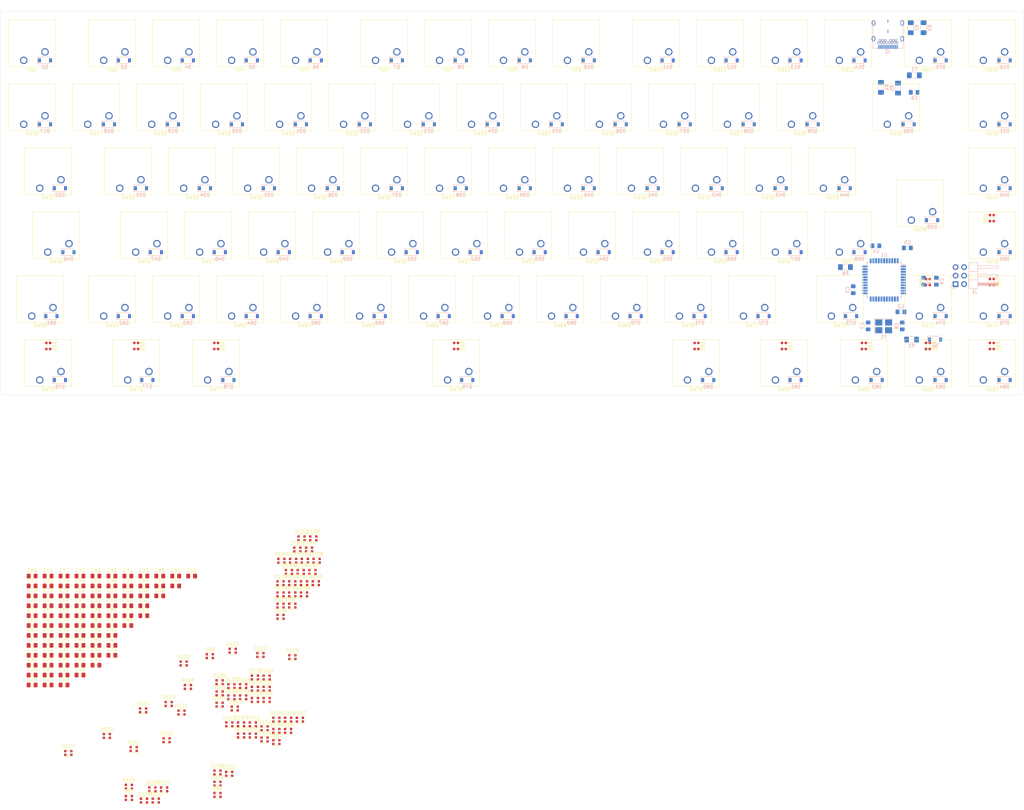
<source format=kicad_pcb>
(kicad_pcb (version 20171130) (host pcbnew 5.1.5+dfsg1-2build2)

  (general
    (thickness 1.6)
    (drawings 4)
    (tracks 0)
    (zones 0)
    (modules 353)
    (nets 217)
  )

  (page A3)
  (layers
    (0 F.Cu signal)
    (31 B.Cu signal)
    (32 B.Adhes user)
    (33 F.Adhes user)
    (34 B.Paste user)
    (35 F.Paste user)
    (36 B.SilkS user)
    (37 F.SilkS user)
    (38 B.Mask user)
    (39 F.Mask user)
    (40 Dwgs.User user)
    (41 Cmts.User user)
    (42 Eco1.User user)
    (43 Eco2.User user)
    (44 Edge.Cuts user)
    (45 Margin user)
    (46 B.CrtYd user)
    (47 F.CrtYd user)
    (48 B.Fab user)
    (49 F.Fab user)
  )

  (setup
    (last_trace_width 0.25)
    (trace_clearance 0.2)
    (zone_clearance 0.508)
    (zone_45_only no)
    (trace_min 0.2)
    (via_size 0.8)
    (via_drill 0.4)
    (via_min_size 0.6)
    (via_min_drill 0.3)
    (uvia_size 0.3)
    (uvia_drill 0.1)
    (uvias_allowed no)
    (uvia_min_size 0.2)
    (uvia_min_drill 0.1)
    (edge_width 0.05)
    (segment_width 0.2)
    (pcb_text_width 0.3)
    (pcb_text_size 1.5 1.5)
    (mod_edge_width 0.12)
    (mod_text_size 1 1)
    (mod_text_width 0.15)
    (pad_size 1.524 1.524)
    (pad_drill 0.762)
    (pad_to_mask_clearance 0.051)
    (solder_mask_min_width 0.25)
    (aux_axis_origin 0 0)
    (visible_elements FFFFF77F)
    (pcbplotparams
      (layerselection 0x010fc_ffffffff)
      (usegerberextensions false)
      (usegerberattributes false)
      (usegerberadvancedattributes false)
      (creategerberjobfile false)
      (excludeedgelayer true)
      (linewidth 0.100000)
      (plotframeref false)
      (viasonmask false)
      (mode 1)
      (useauxorigin false)
      (hpglpennumber 1)
      (hpglpenspeed 20)
      (hpglpendiameter 15.000000)
      (psnegative false)
      (psa4output false)
      (plotreference true)
      (plotvalue true)
      (plotinvisibletext false)
      (padsonsilk false)
      (subtractmaskfromsilk false)
      (outputformat 1)
      (mirror false)
      (drillshape 1)
      (scaleselection 1)
      (outputdirectory ""))
  )

  (net 0 "")
  (net 1 GND)
  (net 2 +5V)
  (net 3 "Net-(C7-Pad1)")
  (net 4 "Net-(C8-Pad2)")
  (net 5 "Net-(C9-Pad1)")
  (net 6 RST)
  (net 7 ROW0)
  (net 8 "Net-(D2-Pad2)")
  (net 9 "Net-(D3-Pad2)")
  (net 10 "Net-(D4-Pad2)")
  (net 11 "Net-(D5-Pad2)")
  (net 12 "Net-(D6-Pad2)")
  (net 13 "Net-(D7-Pad2)")
  (net 14 "Net-(D8-Pad2)")
  (net 15 "Net-(D9-Pad2)")
  (net 16 "Net-(D10-Pad2)")
  (net 17 "Net-(D11-Pad2)")
  (net 18 "Net-(D12-Pad2)")
  (net 19 "Net-(D13-Pad2)")
  (net 20 "Net-(D14-Pad2)")
  (net 21 "Net-(D15-Pad2)")
  (net 22 "Net-(D16-Pad2)")
  (net 23 ROW1)
  (net 24 "Net-(D17-Pad2)")
  (net 25 "Net-(D18-Pad2)")
  (net 26 "Net-(D19-Pad2)")
  (net 27 "Net-(D20-Pad2)")
  (net 28 "Net-(D21-Pad2)")
  (net 29 "Net-(D22-Pad2)")
  (net 30 "Net-(D23-Pad2)")
  (net 31 "Net-(D24-Pad2)")
  (net 32 "Net-(D25-Pad2)")
  (net 33 "Net-(D26-Pad2)")
  (net 34 "Net-(D27-Pad2)")
  (net 35 "Net-(D28-Pad2)")
  (net 36 "Net-(D29-Pad2)")
  (net 37 "Net-(D30-Pad2)")
  (net 38 "Net-(D31-Pad2)")
  (net 39 "Net-(D32-Pad2)")
  (net 40 ROW2)
  (net 41 "Net-(D33-Pad2)")
  (net 42 "Net-(D34-Pad2)")
  (net 43 "Net-(D35-Pad2)")
  (net 44 "Net-(D36-Pad2)")
  (net 45 "Net-(D37-Pad2)")
  (net 46 "Net-(D38-Pad2)")
  (net 47 "Net-(D39-Pad2)")
  (net 48 "Net-(D40-Pad2)")
  (net 49 "Net-(D41-Pad2)")
  (net 50 "Net-(D42-Pad2)")
  (net 51 "Net-(D43-Pad2)")
  (net 52 "Net-(D44-Pad2)")
  (net 53 "Net-(D45-Pad2)")
  (net 54 "Net-(D46-Pad2)")
  (net 55 ROW3)
  (net 56 "Net-(D47-Pad2)")
  (net 57 "Net-(D48-Pad2)")
  (net 58 "Net-(D49-Pad2)")
  (net 59 "Net-(D50-Pad2)")
  (net 60 "Net-(D51-Pad2)")
  (net 61 "Net-(D52-Pad2)")
  (net 62 "Net-(D53-Pad2)")
  (net 63 "Net-(D54-Pad2)")
  (net 64 "Net-(D55-Pad2)")
  (net 65 "Net-(D56-Pad2)")
  (net 66 "Net-(D57-Pad2)")
  (net 67 "Net-(D58-Pad2)")
  (net 68 "Net-(D59-Pad2)")
  (net 69 "Net-(D60-Pad2)")
  (net 70 ROW4)
  (net 71 "Net-(D61-Pad2)")
  (net 72 "Net-(D62-Pad2)")
  (net 73 "Net-(D63-Pad2)")
  (net 74 "Net-(D64-Pad2)")
  (net 75 "Net-(D65-Pad2)")
  (net 76 "Net-(D66-Pad2)")
  (net 77 "Net-(D67-Pad2)")
  (net 78 "Net-(D68-Pad2)")
  (net 79 "Net-(D69-Pad2)")
  (net 80 "Net-(D70-Pad2)")
  (net 81 "Net-(D71-Pad2)")
  (net 82 "Net-(D72-Pad2)")
  (net 83 "Net-(D73-Pad2)")
  (net 84 "Net-(D74-Pad2)")
  (net 85 "Net-(D75-Pad2)")
  (net 86 ROW5)
  (net 87 "Net-(D76-Pad2)")
  (net 88 "Net-(D77-Pad2)")
  (net 89 "Net-(D78-Pad2)")
  (net 90 "Net-(D79-Pad2)")
  (net 91 "Net-(D80-Pad2)")
  (net 92 "Net-(D81-Pad2)")
  (net 93 "Net-(D82-Pad2)")
  (net 94 "Net-(D83-Pad2)")
  (net 95 "Net-(D84-Pad2)")
  (net 96 "Net-(D85-Pad2)")
  (net 97 DIN)
  (net 98 "Net-(D86-Pad2)")
  (net 99 "Net-(D87-Pad2)")
  (net 100 "Net-(D88-Pad2)")
  (net 101 "Net-(D89-Pad2)")
  (net 102 "Net-(D90-Pad2)")
  (net 103 "Net-(D91-Pad2)")
  (net 104 "Net-(D92-Pad2)")
  (net 105 "Net-(D93-Pad2)")
  (net 106 "Net-(D94-Pad2)")
  (net 107 "Net-(D95-Pad2)")
  (net 108 "Net-(D96-Pad2)")
  (net 109 "Net-(D97-Pad2)")
  (net 110 "Net-(D98-Pad2)")
  (net 111 "Net-(D100-Pad4)")
  (net 112 "Net-(D100-Pad2)")
  (net 113 "Net-(D101-Pad2)")
  (net 114 "Net-(D102-Pad2)")
  (net 115 "Net-(D103-Pad2)")
  (net 116 "Net-(D104-Pad2)")
  (net 117 "Net-(D105-Pad2)")
  (net 118 "Net-(D106-Pad2)")
  (net 119 "Net-(D107-Pad2)")
  (net 120 "Net-(D108-Pad2)")
  (net 121 "Net-(D109-Pad2)")
  (net 122 "Net-(D110-Pad2)")
  (net 123 "Net-(D111-Pad2)")
  (net 124 "Net-(D112-Pad2)")
  (net 125 "Net-(D113-Pad2)")
  (net 126 "Net-(D114-Pad2)")
  (net 127 "Net-(D115-Pad2)")
  (net 128 "Net-(D116-Pad2)")
  (net 129 "Net-(D117-Pad2)")
  (net 130 "Net-(D118-Pad2)")
  (net 131 "Net-(D119-Pad2)")
  (net 132 "Net-(D120-Pad2)")
  (net 133 "Net-(D121-Pad2)")
  (net 134 "Net-(D122-Pad2)")
  (net 135 "Net-(D123-Pad2)")
  (net 136 "Net-(D124-Pad2)")
  (net 137 "Net-(D125-Pad2)")
  (net 138 "Net-(D126-Pad2)")
  (net 139 "Net-(D127-Pad2)")
  (net 140 "Net-(D128-Pad2)")
  (net 141 "Net-(D129-Pad2)")
  (net 142 "Net-(D130-Pad2)")
  (net 143 "Net-(D131-Pad2)")
  (net 144 "Net-(D132-Pad2)")
  (net 145 "Net-(D133-Pad2)")
  (net 146 "Net-(D134-Pad2)")
  (net 147 "Net-(D135-Pad2)")
  (net 148 "Net-(D136-Pad2)")
  (net 149 "Net-(D137-Pad2)")
  (net 150 "Net-(D138-Pad2)")
  (net 151 "Net-(D139-Pad2)")
  (net 152 "Net-(D140-Pad2)")
  (net 153 "Net-(D141-Pad2)")
  (net 154 "Net-(D142-Pad2)")
  (net 155 "Net-(D143-Pad2)")
  (net 156 "Net-(D144-Pad2)")
  (net 157 "Net-(D145-Pad2)")
  (net 158 "Net-(D146-Pad2)")
  (net 159 "Net-(D147-Pad2)")
  (net 160 "Net-(D148-Pad2)")
  (net 161 "Net-(D149-Pad2)")
  (net 162 "Net-(D150-Pad2)")
  (net 163 "Net-(D151-Pad2)")
  (net 164 "Net-(D152-Pad2)")
  (net 165 "Net-(D153-Pad2)")
  (net 166 "Net-(D154-Pad2)")
  (net 167 "Net-(D155-Pad2)")
  (net 168 "Net-(D156-Pad2)")
  (net 169 "Net-(D157-Pad2)")
  (net 170 "Net-(D158-Pad2)")
  (net 171 "Net-(D159-Pad2)")
  (net 172 "Net-(D160-Pad2)")
  (net 173 "Net-(D161-Pad2)")
  (net 174 "Net-(D162-Pad2)")
  (net 175 "Net-(D163-Pad2)")
  (net 176 "Net-(D164-Pad2)")
  (net 177 "Net-(D165-Pad2)")
  (net 178 "Net-(D166-Pad2)")
  (net 179 "Net-(D167-Pad2)")
  (net 180 "Net-(F1-Pad2)")
  (net 181 COL02)
  (net 182 COL00)
  (net 183 COL01)
  (net 184 "Net-(J2-PadA11)")
  (net 185 "Net-(J2-PadA10)")
  (net 186 "Net-(J2-PadA8)")
  (net 187 D-)
  (net 188 D+)
  (net 189 "Net-(J2-PadA5)")
  (net 190 "Net-(J2-PadA3)")
  (net 191 "Net-(J2-PadA2)")
  (net 192 "Net-(J2-PadB10)")
  (net 193 "Net-(J2-PadB3)")
  (net 194 "Net-(J2-PadB8)")
  (net 195 "Net-(J2-PadB5)")
  (net 196 "Net-(J2-PadB2)")
  (net 197 "Net-(J2-PadB11)")
  (net 198 "Net-(R4-Pad1)")
  (net 199 "Net-(R5-Pad2)")
  (net 200 "Net-(R6-Pad2)")
  (net 201 COL03)
  (net 202 COL04)
  (net 203 COL06)
  (net 204 COL07)
  (net 205 COL08)
  (net 206 COL09)
  (net 207 COL10)
  (net 208 COL11)
  (net 209 COL12)
  (net 210 COL13)
  (net 211 COL14)
  (net 212 COL15)
  (net 213 COL05)
  (net 214 "Net-(U1-Pad1)")
  (net 215 "Net-(U1-Pad8)")
  (net 216 "Net-(U1-Pad42)")

  (net_class Default "Dies ist die voreingestellte Netzklasse."
    (clearance 0.2)
    (trace_width 0.25)
    (via_dia 0.8)
    (via_drill 0.4)
    (uvia_dia 0.3)
    (uvia_drill 0.1)
    (add_net +5V)
    (add_net COL00)
    (add_net COL01)
    (add_net COL02)
    (add_net COL03)
    (add_net COL04)
    (add_net COL05)
    (add_net COL06)
    (add_net COL07)
    (add_net COL08)
    (add_net COL09)
    (add_net COL10)
    (add_net COL11)
    (add_net COL12)
    (add_net COL13)
    (add_net COL14)
    (add_net COL15)
    (add_net D+)
    (add_net D-)
    (add_net DIN)
    (add_net GND)
    (add_net "Net-(C7-Pad1)")
    (add_net "Net-(C8-Pad2)")
    (add_net "Net-(C9-Pad1)")
    (add_net "Net-(D10-Pad2)")
    (add_net "Net-(D100-Pad2)")
    (add_net "Net-(D100-Pad4)")
    (add_net "Net-(D101-Pad2)")
    (add_net "Net-(D102-Pad2)")
    (add_net "Net-(D103-Pad2)")
    (add_net "Net-(D104-Pad2)")
    (add_net "Net-(D105-Pad2)")
    (add_net "Net-(D106-Pad2)")
    (add_net "Net-(D107-Pad2)")
    (add_net "Net-(D108-Pad2)")
    (add_net "Net-(D109-Pad2)")
    (add_net "Net-(D11-Pad2)")
    (add_net "Net-(D110-Pad2)")
    (add_net "Net-(D111-Pad2)")
    (add_net "Net-(D112-Pad2)")
    (add_net "Net-(D113-Pad2)")
    (add_net "Net-(D114-Pad2)")
    (add_net "Net-(D115-Pad2)")
    (add_net "Net-(D116-Pad2)")
    (add_net "Net-(D117-Pad2)")
    (add_net "Net-(D118-Pad2)")
    (add_net "Net-(D119-Pad2)")
    (add_net "Net-(D12-Pad2)")
    (add_net "Net-(D120-Pad2)")
    (add_net "Net-(D121-Pad2)")
    (add_net "Net-(D122-Pad2)")
    (add_net "Net-(D123-Pad2)")
    (add_net "Net-(D124-Pad2)")
    (add_net "Net-(D125-Pad2)")
    (add_net "Net-(D126-Pad2)")
    (add_net "Net-(D127-Pad2)")
    (add_net "Net-(D128-Pad2)")
    (add_net "Net-(D129-Pad2)")
    (add_net "Net-(D13-Pad2)")
    (add_net "Net-(D130-Pad2)")
    (add_net "Net-(D131-Pad2)")
    (add_net "Net-(D132-Pad2)")
    (add_net "Net-(D133-Pad2)")
    (add_net "Net-(D134-Pad2)")
    (add_net "Net-(D135-Pad2)")
    (add_net "Net-(D136-Pad2)")
    (add_net "Net-(D137-Pad2)")
    (add_net "Net-(D138-Pad2)")
    (add_net "Net-(D139-Pad2)")
    (add_net "Net-(D14-Pad2)")
    (add_net "Net-(D140-Pad2)")
    (add_net "Net-(D141-Pad2)")
    (add_net "Net-(D142-Pad2)")
    (add_net "Net-(D143-Pad2)")
    (add_net "Net-(D144-Pad2)")
    (add_net "Net-(D145-Pad2)")
    (add_net "Net-(D146-Pad2)")
    (add_net "Net-(D147-Pad2)")
    (add_net "Net-(D148-Pad2)")
    (add_net "Net-(D149-Pad2)")
    (add_net "Net-(D15-Pad2)")
    (add_net "Net-(D150-Pad2)")
    (add_net "Net-(D151-Pad2)")
    (add_net "Net-(D152-Pad2)")
    (add_net "Net-(D153-Pad2)")
    (add_net "Net-(D154-Pad2)")
    (add_net "Net-(D155-Pad2)")
    (add_net "Net-(D156-Pad2)")
    (add_net "Net-(D157-Pad2)")
    (add_net "Net-(D158-Pad2)")
    (add_net "Net-(D159-Pad2)")
    (add_net "Net-(D16-Pad2)")
    (add_net "Net-(D160-Pad2)")
    (add_net "Net-(D161-Pad2)")
    (add_net "Net-(D162-Pad2)")
    (add_net "Net-(D163-Pad2)")
    (add_net "Net-(D164-Pad2)")
    (add_net "Net-(D165-Pad2)")
    (add_net "Net-(D166-Pad2)")
    (add_net "Net-(D167-Pad2)")
    (add_net "Net-(D17-Pad2)")
    (add_net "Net-(D18-Pad2)")
    (add_net "Net-(D19-Pad2)")
    (add_net "Net-(D2-Pad2)")
    (add_net "Net-(D20-Pad2)")
    (add_net "Net-(D21-Pad2)")
    (add_net "Net-(D22-Pad2)")
    (add_net "Net-(D23-Pad2)")
    (add_net "Net-(D24-Pad2)")
    (add_net "Net-(D25-Pad2)")
    (add_net "Net-(D26-Pad2)")
    (add_net "Net-(D27-Pad2)")
    (add_net "Net-(D28-Pad2)")
    (add_net "Net-(D29-Pad2)")
    (add_net "Net-(D3-Pad2)")
    (add_net "Net-(D30-Pad2)")
    (add_net "Net-(D31-Pad2)")
    (add_net "Net-(D32-Pad2)")
    (add_net "Net-(D33-Pad2)")
    (add_net "Net-(D34-Pad2)")
    (add_net "Net-(D35-Pad2)")
    (add_net "Net-(D36-Pad2)")
    (add_net "Net-(D37-Pad2)")
    (add_net "Net-(D38-Pad2)")
    (add_net "Net-(D39-Pad2)")
    (add_net "Net-(D4-Pad2)")
    (add_net "Net-(D40-Pad2)")
    (add_net "Net-(D41-Pad2)")
    (add_net "Net-(D42-Pad2)")
    (add_net "Net-(D43-Pad2)")
    (add_net "Net-(D44-Pad2)")
    (add_net "Net-(D45-Pad2)")
    (add_net "Net-(D46-Pad2)")
    (add_net "Net-(D47-Pad2)")
    (add_net "Net-(D48-Pad2)")
    (add_net "Net-(D49-Pad2)")
    (add_net "Net-(D5-Pad2)")
    (add_net "Net-(D50-Pad2)")
    (add_net "Net-(D51-Pad2)")
    (add_net "Net-(D52-Pad2)")
    (add_net "Net-(D53-Pad2)")
    (add_net "Net-(D54-Pad2)")
    (add_net "Net-(D55-Pad2)")
    (add_net "Net-(D56-Pad2)")
    (add_net "Net-(D57-Pad2)")
    (add_net "Net-(D58-Pad2)")
    (add_net "Net-(D59-Pad2)")
    (add_net "Net-(D6-Pad2)")
    (add_net "Net-(D60-Pad2)")
    (add_net "Net-(D61-Pad2)")
    (add_net "Net-(D62-Pad2)")
    (add_net "Net-(D63-Pad2)")
    (add_net "Net-(D64-Pad2)")
    (add_net "Net-(D65-Pad2)")
    (add_net "Net-(D66-Pad2)")
    (add_net "Net-(D67-Pad2)")
    (add_net "Net-(D68-Pad2)")
    (add_net "Net-(D69-Pad2)")
    (add_net "Net-(D7-Pad2)")
    (add_net "Net-(D70-Pad2)")
    (add_net "Net-(D71-Pad2)")
    (add_net "Net-(D72-Pad2)")
    (add_net "Net-(D73-Pad2)")
    (add_net "Net-(D74-Pad2)")
    (add_net "Net-(D75-Pad2)")
    (add_net "Net-(D76-Pad2)")
    (add_net "Net-(D77-Pad2)")
    (add_net "Net-(D78-Pad2)")
    (add_net "Net-(D79-Pad2)")
    (add_net "Net-(D8-Pad2)")
    (add_net "Net-(D80-Pad2)")
    (add_net "Net-(D81-Pad2)")
    (add_net "Net-(D82-Pad2)")
    (add_net "Net-(D83-Pad2)")
    (add_net "Net-(D84-Pad2)")
    (add_net "Net-(D85-Pad2)")
    (add_net "Net-(D86-Pad2)")
    (add_net "Net-(D87-Pad2)")
    (add_net "Net-(D88-Pad2)")
    (add_net "Net-(D89-Pad2)")
    (add_net "Net-(D9-Pad2)")
    (add_net "Net-(D90-Pad2)")
    (add_net "Net-(D91-Pad2)")
    (add_net "Net-(D92-Pad2)")
    (add_net "Net-(D93-Pad2)")
    (add_net "Net-(D94-Pad2)")
    (add_net "Net-(D95-Pad2)")
    (add_net "Net-(D96-Pad2)")
    (add_net "Net-(D97-Pad2)")
    (add_net "Net-(D98-Pad2)")
    (add_net "Net-(F1-Pad2)")
    (add_net "Net-(J2-PadA10)")
    (add_net "Net-(J2-PadA11)")
    (add_net "Net-(J2-PadA2)")
    (add_net "Net-(J2-PadA3)")
    (add_net "Net-(J2-PadA5)")
    (add_net "Net-(J2-PadA8)")
    (add_net "Net-(J2-PadB10)")
    (add_net "Net-(J2-PadB11)")
    (add_net "Net-(J2-PadB2)")
    (add_net "Net-(J2-PadB3)")
    (add_net "Net-(J2-PadB5)")
    (add_net "Net-(J2-PadB8)")
    (add_net "Net-(R4-Pad1)")
    (add_net "Net-(R5-Pad2)")
    (add_net "Net-(R6-Pad2)")
    (add_net "Net-(U1-Pad1)")
    (add_net "Net-(U1-Pad42)")
    (add_net "Net-(U1-Pad8)")
    (add_net ROW0)
    (add_net ROW1)
    (add_net ROW2)
    (add_net ROW3)
    (add_net ROW4)
    (add_net ROW5)
    (add_net RST)
  )

  (module Capacitor_SMD:C_0805_2012Metric_Pad1.15x1.40mm_HandSolder (layer B.Cu) (tedit 5B36C52B) (tstamp 5F1B5C2D)
    (at 313.055 118.5 90)
    (descr "Capacitor SMD 0805 (2012 Metric), square (rectangular) end terminal, IPC_7351 nominal with elongated pad for handsoldering. (Body size source: https://docs.google.com/spreadsheets/d/1BsfQQcO9C6DZCsRaXUlFlo91Tg2WpOkGARC1WS5S8t0/edit?usp=sharing), generated with kicad-footprint-generator")
    (tags "capacitor handsolder")
    (path /5F92990D)
    (attr smd)
    (fp_text reference C1 (at 0 1.65 90) (layer B.SilkS)
      (effects (font (size 1 1) (thickness 0.15)) (justify mirror))
    )
    (fp_text value 0.1uF (at 0 -1.65 90) (layer B.Fab)
      (effects (font (size 1 1) (thickness 0.15)) (justify mirror))
    )
    (fp_text user %R (at 0 0 90) (layer B.Fab)
      (effects (font (size 0.5 0.5) (thickness 0.08)) (justify mirror))
    )
    (fp_line (start 1.85 -0.95) (end -1.85 -0.95) (layer B.CrtYd) (width 0.05))
    (fp_line (start 1.85 0.95) (end 1.85 -0.95) (layer B.CrtYd) (width 0.05))
    (fp_line (start -1.85 0.95) (end 1.85 0.95) (layer B.CrtYd) (width 0.05))
    (fp_line (start -1.85 -0.95) (end -1.85 0.95) (layer B.CrtYd) (width 0.05))
    (fp_line (start -0.261252 -0.71) (end 0.261252 -0.71) (layer B.SilkS) (width 0.12))
    (fp_line (start -0.261252 0.71) (end 0.261252 0.71) (layer B.SilkS) (width 0.12))
    (fp_line (start 1 -0.6) (end -1 -0.6) (layer B.Fab) (width 0.1))
    (fp_line (start 1 0.6) (end 1 -0.6) (layer B.Fab) (width 0.1))
    (fp_line (start -1 0.6) (end 1 0.6) (layer B.Fab) (width 0.1))
    (fp_line (start -1 -0.6) (end -1 0.6) (layer B.Fab) (width 0.1))
    (pad 2 smd roundrect (at 1.025 0 90) (size 1.15 1.4) (layers B.Cu B.Paste B.Mask) (roundrect_rratio 0.217391)
      (net 1 GND))
    (pad 1 smd roundrect (at -1.025 0 90) (size 1.15 1.4) (layers B.Cu B.Paste B.Mask) (roundrect_rratio 0.217391)
      (net 2 +5V))
    (model ${KISYS3DMOD}/Capacitor_SMD.3dshapes/C_0805_2012Metric.wrl
      (at (xyz 0 0 0))
      (scale (xyz 1 1 1))
      (rotate (xyz 0 0 0))
    )
  )

  (module Capacitor_SMD:C_0805_2012Metric_Pad1.15x1.40mm_HandSolder (layer B.Cu) (tedit 5B36C52B) (tstamp 5F15EB29)
    (at 306.315 127.635 180)
    (descr "Capacitor SMD 0805 (2012 Metric), square (rectangular) end terminal, IPC_7351 nominal with elongated pad for handsoldering. (Body size source: https://docs.google.com/spreadsheets/d/1BsfQQcO9C6DZCsRaXUlFlo91Tg2WpOkGARC1WS5S8t0/edit?usp=sharing), generated with kicad-footprint-generator")
    (tags "capacitor handsolder")
    (path /5EFFF252)
    (attr smd)
    (fp_text reference C2 (at 0 1.65) (layer B.SilkS)
      (effects (font (size 1 1) (thickness 0.15)) (justify mirror))
    )
    (fp_text value 0.1uF (at 0 -1.65) (layer B.Fab)
      (effects (font (size 1 1) (thickness 0.15)) (justify mirror))
    )
    (fp_text user %R (at 0 0) (layer B.Fab)
      (effects (font (size 0.5 0.5) (thickness 0.08)) (justify mirror))
    )
    (fp_line (start 1.85 -0.95) (end -1.85 -0.95) (layer B.CrtYd) (width 0.05))
    (fp_line (start 1.85 0.95) (end 1.85 -0.95) (layer B.CrtYd) (width 0.05))
    (fp_line (start -1.85 0.95) (end 1.85 0.95) (layer B.CrtYd) (width 0.05))
    (fp_line (start -1.85 -0.95) (end -1.85 0.95) (layer B.CrtYd) (width 0.05))
    (fp_line (start -0.261252 -0.71) (end 0.261252 -0.71) (layer B.SilkS) (width 0.12))
    (fp_line (start -0.261252 0.71) (end 0.261252 0.71) (layer B.SilkS) (width 0.12))
    (fp_line (start 1 -0.6) (end -1 -0.6) (layer B.Fab) (width 0.1))
    (fp_line (start 1 0.6) (end 1 -0.6) (layer B.Fab) (width 0.1))
    (fp_line (start -1 0.6) (end 1 0.6) (layer B.Fab) (width 0.1))
    (fp_line (start -1 -0.6) (end -1 0.6) (layer B.Fab) (width 0.1))
    (pad 2 smd roundrect (at 1.025 0 180) (size 1.15 1.4) (layers B.Cu B.Paste B.Mask) (roundrect_rratio 0.217391)
      (net 1 GND))
    (pad 1 smd roundrect (at -1.025 0 180) (size 1.15 1.4) (layers B.Cu B.Paste B.Mask) (roundrect_rratio 0.217391)
      (net 2 +5V))
    (model ${KISYS3DMOD}/Capacitor_SMD.3dshapes/C_0805_2012Metric.wrl
      (at (xyz 0 0 0))
      (scale (xyz 1 1 1))
      (rotate (xyz 0 0 0))
    )
  )

  (module Capacitor_SMD:C_0805_2012Metric_Pad1.15x1.40mm_HandSolder (layer B.Cu) (tedit 5B36C52B) (tstamp 5F15EB3A)
    (at 292.1 121.04 270)
    (descr "Capacitor SMD 0805 (2012 Metric), square (rectangular) end terminal, IPC_7351 nominal with elongated pad for handsoldering. (Body size source: https://docs.google.com/spreadsheets/d/1BsfQQcO9C6DZCsRaXUlFlo91Tg2WpOkGARC1WS5S8t0/edit?usp=sharing), generated with kicad-footprint-generator")
    (tags "capacitor handsolder")
    (path /5F00AFA0)
    (attr smd)
    (fp_text reference C3 (at 0 1.65 90) (layer B.SilkS)
      (effects (font (size 1 1) (thickness 0.15)) (justify mirror))
    )
    (fp_text value 0.1uF (at 0 -1.65 90) (layer B.Fab)
      (effects (font (size 1 1) (thickness 0.15)) (justify mirror))
    )
    (fp_text user %R (at 0 0 90) (layer B.Fab)
      (effects (font (size 0.5 0.5) (thickness 0.08)) (justify mirror))
    )
    (fp_line (start 1.85 -0.95) (end -1.85 -0.95) (layer B.CrtYd) (width 0.05))
    (fp_line (start 1.85 0.95) (end 1.85 -0.95) (layer B.CrtYd) (width 0.05))
    (fp_line (start -1.85 0.95) (end 1.85 0.95) (layer B.CrtYd) (width 0.05))
    (fp_line (start -1.85 -0.95) (end -1.85 0.95) (layer B.CrtYd) (width 0.05))
    (fp_line (start -0.261252 -0.71) (end 0.261252 -0.71) (layer B.SilkS) (width 0.12))
    (fp_line (start -0.261252 0.71) (end 0.261252 0.71) (layer B.SilkS) (width 0.12))
    (fp_line (start 1 -0.6) (end -1 -0.6) (layer B.Fab) (width 0.1))
    (fp_line (start 1 0.6) (end 1 -0.6) (layer B.Fab) (width 0.1))
    (fp_line (start -1 0.6) (end 1 0.6) (layer B.Fab) (width 0.1))
    (fp_line (start -1 -0.6) (end -1 0.6) (layer B.Fab) (width 0.1))
    (pad 2 smd roundrect (at 1.025 0 270) (size 1.15 1.4) (layers B.Cu B.Paste B.Mask) (roundrect_rratio 0.217391)
      (net 1 GND))
    (pad 1 smd roundrect (at -1.025 0 270) (size 1.15 1.4) (layers B.Cu B.Paste B.Mask) (roundrect_rratio 0.217391)
      (net 2 +5V))
    (model ${KISYS3DMOD}/Capacitor_SMD.3dshapes/C_0805_2012Metric.wrl
      (at (xyz 0 0 0))
      (scale (xyz 1 1 1))
      (rotate (xyz 0 0 0))
    )
  )

  (module Capacitor_SMD:C_0805_2012Metric_Pad1.15x1.40mm_HandSolder (layer B.Cu) (tedit 5B36C52B) (tstamp 5F15EB4B)
    (at 298.84 107.95)
    (descr "Capacitor SMD 0805 (2012 Metric), square (rectangular) end terminal, IPC_7351 nominal with elongated pad for handsoldering. (Body size source: https://docs.google.com/spreadsheets/d/1BsfQQcO9C6DZCsRaXUlFlo91Tg2WpOkGARC1WS5S8t0/edit?usp=sharing), generated with kicad-footprint-generator")
    (tags "capacitor handsolder")
    (path /5F00B4C3)
    (attr smd)
    (fp_text reference C4 (at 0 1.65) (layer B.SilkS)
      (effects (font (size 1 1) (thickness 0.15)) (justify mirror))
    )
    (fp_text value 0.1uF (at 0 -1.65) (layer B.Fab)
      (effects (font (size 1 1) (thickness 0.15)) (justify mirror))
    )
    (fp_line (start -1 -0.6) (end -1 0.6) (layer B.Fab) (width 0.1))
    (fp_line (start -1 0.6) (end 1 0.6) (layer B.Fab) (width 0.1))
    (fp_line (start 1 0.6) (end 1 -0.6) (layer B.Fab) (width 0.1))
    (fp_line (start 1 -0.6) (end -1 -0.6) (layer B.Fab) (width 0.1))
    (fp_line (start -0.261252 0.71) (end 0.261252 0.71) (layer B.SilkS) (width 0.12))
    (fp_line (start -0.261252 -0.71) (end 0.261252 -0.71) (layer B.SilkS) (width 0.12))
    (fp_line (start -1.85 -0.95) (end -1.85 0.95) (layer B.CrtYd) (width 0.05))
    (fp_line (start -1.85 0.95) (end 1.85 0.95) (layer B.CrtYd) (width 0.05))
    (fp_line (start 1.85 0.95) (end 1.85 -0.95) (layer B.CrtYd) (width 0.05))
    (fp_line (start 1.85 -0.95) (end -1.85 -0.95) (layer B.CrtYd) (width 0.05))
    (fp_text user %R (at 0 0) (layer B.Fab)
      (effects (font (size 0.5 0.5) (thickness 0.08)) (justify mirror))
    )
    (pad 1 smd roundrect (at -1.025 0) (size 1.15 1.4) (layers B.Cu B.Paste B.Mask) (roundrect_rratio 0.217391)
      (net 2 +5V))
    (pad 2 smd roundrect (at 1.025 0) (size 1.15 1.4) (layers B.Cu B.Paste B.Mask) (roundrect_rratio 0.217391)
      (net 1 GND))
    (model ${KISYS3DMOD}/Capacitor_SMD.3dshapes/C_0805_2012Metric.wrl
      (at (xyz 0 0 0))
      (scale (xyz 1 1 1))
      (rotate (xyz 0 0 0))
    )
  )

  (module Capacitor_SMD:C_0805_2012Metric_Pad1.15x1.40mm_HandSolder (layer B.Cu) (tedit 5B36C52B) (tstamp 5F15EB5C)
    (at 308.22 108.585 180)
    (descr "Capacitor SMD 0805 (2012 Metric), square (rectangular) end terminal, IPC_7351 nominal with elongated pad for handsoldering. (Body size source: https://docs.google.com/spreadsheets/d/1BsfQQcO9C6DZCsRaXUlFlo91Tg2WpOkGARC1WS5S8t0/edit?usp=sharing), generated with kicad-footprint-generator")
    (tags "capacitor handsolder")
    (path /5F92A552)
    (attr smd)
    (fp_text reference C5 (at 0 1.65) (layer B.SilkS)
      (effects (font (size 1 1) (thickness 0.15)) (justify mirror))
    )
    (fp_text value 0.1uF (at 0 -1.65) (layer B.Fab)
      (effects (font (size 1 1) (thickness 0.15)) (justify mirror))
    )
    (fp_text user %R (at 0 0) (layer B.Fab)
      (effects (font (size 0.5 0.5) (thickness 0.08)) (justify mirror))
    )
    (fp_line (start 1.85 -0.95) (end -1.85 -0.95) (layer B.CrtYd) (width 0.05))
    (fp_line (start 1.85 0.95) (end 1.85 -0.95) (layer B.CrtYd) (width 0.05))
    (fp_line (start -1.85 0.95) (end 1.85 0.95) (layer B.CrtYd) (width 0.05))
    (fp_line (start -1.85 -0.95) (end -1.85 0.95) (layer B.CrtYd) (width 0.05))
    (fp_line (start -0.261252 -0.71) (end 0.261252 -0.71) (layer B.SilkS) (width 0.12))
    (fp_line (start -0.261252 0.71) (end 0.261252 0.71) (layer B.SilkS) (width 0.12))
    (fp_line (start 1 -0.6) (end -1 -0.6) (layer B.Fab) (width 0.1))
    (fp_line (start 1 0.6) (end 1 -0.6) (layer B.Fab) (width 0.1))
    (fp_line (start -1 0.6) (end 1 0.6) (layer B.Fab) (width 0.1))
    (fp_line (start -1 -0.6) (end -1 0.6) (layer B.Fab) (width 0.1))
    (pad 2 smd roundrect (at 1.025 0 180) (size 1.15 1.4) (layers B.Cu B.Paste B.Mask) (roundrect_rratio 0.217391)
      (net 1 GND))
    (pad 1 smd roundrect (at -1.025 0 180) (size 1.15 1.4) (layers B.Cu B.Paste B.Mask) (roundrect_rratio 0.217391)
      (net 2 +5V))
    (model ${KISYS3DMOD}/Capacitor_SMD.3dshapes/C_0805_2012Metric.wrl
      (at (xyz 0 0 0))
      (scale (xyz 1 1 1))
      (rotate (xyz 0 0 0))
    )
  )

  (module Capacitor_SMD:C_0805_2012Metric_Pad1.15x1.40mm_HandSolder (layer B.Cu) (tedit 5B36C52B) (tstamp 5F15EB6D)
    (at 310.27 62.23)
    (descr "Capacitor SMD 0805 (2012 Metric), square (rectangular) end terminal, IPC_7351 nominal with elongated pad for handsoldering. (Body size source: https://docs.google.com/spreadsheets/d/1BsfQQcO9C6DZCsRaXUlFlo91Tg2WpOkGARC1WS5S8t0/edit?usp=sharing), generated with kicad-footprint-generator")
    (tags "capacitor handsolder")
    (path /5F007EF5)
    (attr smd)
    (fp_text reference C6 (at 0 1.65) (layer B.SilkS)
      (effects (font (size 1 1) (thickness 0.15)) (justify mirror))
    )
    (fp_text value 10uF (at 0 -1.65) (layer B.Fab)
      (effects (font (size 1 1) (thickness 0.15)) (justify mirror))
    )
    (fp_line (start -1 -0.6) (end -1 0.6) (layer B.Fab) (width 0.1))
    (fp_line (start -1 0.6) (end 1 0.6) (layer B.Fab) (width 0.1))
    (fp_line (start 1 0.6) (end 1 -0.6) (layer B.Fab) (width 0.1))
    (fp_line (start 1 -0.6) (end -1 -0.6) (layer B.Fab) (width 0.1))
    (fp_line (start -0.261252 0.71) (end 0.261252 0.71) (layer B.SilkS) (width 0.12))
    (fp_line (start -0.261252 -0.71) (end 0.261252 -0.71) (layer B.SilkS) (width 0.12))
    (fp_line (start -1.85 -0.95) (end -1.85 0.95) (layer B.CrtYd) (width 0.05))
    (fp_line (start -1.85 0.95) (end 1.85 0.95) (layer B.CrtYd) (width 0.05))
    (fp_line (start 1.85 0.95) (end 1.85 -0.95) (layer B.CrtYd) (width 0.05))
    (fp_line (start 1.85 -0.95) (end -1.85 -0.95) (layer B.CrtYd) (width 0.05))
    (fp_text user %R (at 0 0) (layer B.Fab)
      (effects (font (size 0.5 0.5) (thickness 0.08)) (justify mirror))
    )
    (pad 1 smd roundrect (at -1.025 0) (size 1.15 1.4) (layers B.Cu B.Paste B.Mask) (roundrect_rratio 0.217391)
      (net 2 +5V))
    (pad 2 smd roundrect (at 1.025 0) (size 1.15 1.4) (layers B.Cu B.Paste B.Mask) (roundrect_rratio 0.217391)
      (net 1 GND))
    (model ${KISYS3DMOD}/Capacitor_SMD.3dshapes/C_0805_2012Metric.wrl
      (at (xyz 0 0 0))
      (scale (xyz 1 1 1))
      (rotate (xyz 0 0 0))
    )
  )

  (module Capacitor_SMD:C_0805_2012Metric_Pad1.15x1.40mm_HandSolder (layer B.Cu) (tedit 5B36C52B) (tstamp 5F15EB7E)
    (at 296.545 131.835 270)
    (descr "Capacitor SMD 0805 (2012 Metric), square (rectangular) end terminal, IPC_7351 nominal with elongated pad for handsoldering. (Body size source: https://docs.google.com/spreadsheets/d/1BsfQQcO9C6DZCsRaXUlFlo91Tg2WpOkGARC1WS5S8t0/edit?usp=sharing), generated with kicad-footprint-generator")
    (tags "capacitor handsolder")
    (path /5F0786B1)
    (attr smd)
    (fp_text reference C7 (at 0 1.65 90) (layer B.SilkS)
      (effects (font (size 1 1) (thickness 0.15)) (justify mirror))
    )
    (fp_text value 22pF (at 0 -1.65 90) (layer B.Fab)
      (effects (font (size 1 1) (thickness 0.15)) (justify mirror))
    )
    (fp_text user %R (at 0 0 90) (layer B.Fab)
      (effects (font (size 0.5 0.5) (thickness 0.08)) (justify mirror))
    )
    (fp_line (start 1.85 -0.95) (end -1.85 -0.95) (layer B.CrtYd) (width 0.05))
    (fp_line (start 1.85 0.95) (end 1.85 -0.95) (layer B.CrtYd) (width 0.05))
    (fp_line (start -1.85 0.95) (end 1.85 0.95) (layer B.CrtYd) (width 0.05))
    (fp_line (start -1.85 -0.95) (end -1.85 0.95) (layer B.CrtYd) (width 0.05))
    (fp_line (start -0.261252 -0.71) (end 0.261252 -0.71) (layer B.SilkS) (width 0.12))
    (fp_line (start -0.261252 0.71) (end 0.261252 0.71) (layer B.SilkS) (width 0.12))
    (fp_line (start 1 -0.6) (end -1 -0.6) (layer B.Fab) (width 0.1))
    (fp_line (start 1 0.6) (end 1 -0.6) (layer B.Fab) (width 0.1))
    (fp_line (start -1 0.6) (end 1 0.6) (layer B.Fab) (width 0.1))
    (fp_line (start -1 -0.6) (end -1 0.6) (layer B.Fab) (width 0.1))
    (pad 2 smd roundrect (at 1.025 0 270) (size 1.15 1.4) (layers B.Cu B.Paste B.Mask) (roundrect_rratio 0.217391)
      (net 1 GND))
    (pad 1 smd roundrect (at -1.025 0 270) (size 1.15 1.4) (layers B.Cu B.Paste B.Mask) (roundrect_rratio 0.217391)
      (net 3 "Net-(C7-Pad1)"))
    (model ${KISYS3DMOD}/Capacitor_SMD.3dshapes/C_0805_2012Metric.wrl
      (at (xyz 0 0 0))
      (scale (xyz 1 1 1))
      (rotate (xyz 0 0 0))
    )
  )

  (module Capacitor_SMD:C_0805_2012Metric_Pad1.15x1.40mm_HandSolder (layer B.Cu) (tedit 5B36C52B) (tstamp 5F15EB8F)
    (at 306.705 131.835 270)
    (descr "Capacitor SMD 0805 (2012 Metric), square (rectangular) end terminal, IPC_7351 nominal with elongated pad for handsoldering. (Body size source: https://docs.google.com/spreadsheets/d/1BsfQQcO9C6DZCsRaXUlFlo91Tg2WpOkGARC1WS5S8t0/edit?usp=sharing), generated with kicad-footprint-generator")
    (tags "capacitor handsolder")
    (path /5F0BA64F)
    (attr smd)
    (fp_text reference C8 (at 0 1.65 90) (layer B.SilkS)
      (effects (font (size 1 1) (thickness 0.15)) (justify mirror))
    )
    (fp_text value 22pF (at 0 -1.65 90) (layer B.Fab)
      (effects (font (size 1 1) (thickness 0.15)) (justify mirror))
    )
    (fp_text user %R (at 0 0 90) (layer B.Fab)
      (effects (font (size 0.5 0.5) (thickness 0.08)) (justify mirror))
    )
    (fp_line (start 1.85 -0.95) (end -1.85 -0.95) (layer B.CrtYd) (width 0.05))
    (fp_line (start 1.85 0.95) (end 1.85 -0.95) (layer B.CrtYd) (width 0.05))
    (fp_line (start -1.85 0.95) (end 1.85 0.95) (layer B.CrtYd) (width 0.05))
    (fp_line (start -1.85 -0.95) (end -1.85 0.95) (layer B.CrtYd) (width 0.05))
    (fp_line (start -0.261252 -0.71) (end 0.261252 -0.71) (layer B.SilkS) (width 0.12))
    (fp_line (start -0.261252 0.71) (end 0.261252 0.71) (layer B.SilkS) (width 0.12))
    (fp_line (start 1 -0.6) (end -1 -0.6) (layer B.Fab) (width 0.1))
    (fp_line (start 1 0.6) (end 1 -0.6) (layer B.Fab) (width 0.1))
    (fp_line (start -1 0.6) (end 1 0.6) (layer B.Fab) (width 0.1))
    (fp_line (start -1 -0.6) (end -1 0.6) (layer B.Fab) (width 0.1))
    (pad 2 smd roundrect (at 1.025 0 270) (size 1.15 1.4) (layers B.Cu B.Paste B.Mask) (roundrect_rratio 0.217391)
      (net 4 "Net-(C8-Pad2)"))
    (pad 1 smd roundrect (at -1.025 0 270) (size 1.15 1.4) (layers B.Cu B.Paste B.Mask) (roundrect_rratio 0.217391)
      (net 1 GND))
    (model ${KISYS3DMOD}/Capacitor_SMD.3dshapes/C_0805_2012Metric.wrl
      (at (xyz 0 0 0))
      (scale (xyz 1 1 1))
      (rotate (xyz 0 0 0))
    )
  )

  (module Capacitor_SMD:C_0805_2012Metric_Pad1.15x1.40mm_HandSolder (layer B.Cu) (tedit 5B36C52B) (tstamp 5F15EBA0)
    (at 316.865 118.5 90)
    (descr "Capacitor SMD 0805 (2012 Metric), square (rectangular) end terminal, IPC_7351 nominal with elongated pad for handsoldering. (Body size source: https://docs.google.com/spreadsheets/d/1BsfQQcO9C6DZCsRaXUlFlo91Tg2WpOkGARC1WS5S8t0/edit?usp=sharing), generated with kicad-footprint-generator")
    (tags "capacitor handsolder")
    (path /5F049C39)
    (attr smd)
    (fp_text reference C9 (at 0 1.65 90) (layer B.SilkS)
      (effects (font (size 1 1) (thickness 0.15)) (justify mirror))
    )
    (fp_text value 1uF (at 0 -1.65 90) (layer B.Fab)
      (effects (font (size 1 1) (thickness 0.15)) (justify mirror))
    )
    (fp_line (start -1 -0.6) (end -1 0.6) (layer B.Fab) (width 0.1))
    (fp_line (start -1 0.6) (end 1 0.6) (layer B.Fab) (width 0.1))
    (fp_line (start 1 0.6) (end 1 -0.6) (layer B.Fab) (width 0.1))
    (fp_line (start 1 -0.6) (end -1 -0.6) (layer B.Fab) (width 0.1))
    (fp_line (start -0.261252 0.71) (end 0.261252 0.71) (layer B.SilkS) (width 0.12))
    (fp_line (start -0.261252 -0.71) (end 0.261252 -0.71) (layer B.SilkS) (width 0.12))
    (fp_line (start -1.85 -0.95) (end -1.85 0.95) (layer B.CrtYd) (width 0.05))
    (fp_line (start -1.85 0.95) (end 1.85 0.95) (layer B.CrtYd) (width 0.05))
    (fp_line (start 1.85 0.95) (end 1.85 -0.95) (layer B.CrtYd) (width 0.05))
    (fp_line (start 1.85 -0.95) (end -1.85 -0.95) (layer B.CrtYd) (width 0.05))
    (fp_text user %R (at 0 0 90) (layer B.Fab)
      (effects (font (size 0.5 0.5) (thickness 0.08)) (justify mirror))
    )
    (pad 1 smd roundrect (at -1.025 0 90) (size 1.15 1.4) (layers B.Cu B.Paste B.Mask) (roundrect_rratio 0.217391)
      (net 5 "Net-(C9-Pad1)"))
    (pad 2 smd roundrect (at 1.025 0 90) (size 1.15 1.4) (layers B.Cu B.Paste B.Mask) (roundrect_rratio 0.217391)
      (net 1 GND))
    (model ${KISYS3DMOD}/Capacitor_SMD.3dshapes/C_0805_2012Metric.wrl
      (at (xyz 0 0 0))
      (scale (xyz 1 1 1))
      (rotate (xyz 0 0 0))
    )
  )

  (module Capacitor_SMD:C_0805_2012Metric_Pad1.15x1.40mm_HandSolder (layer F.Cu) (tedit 5B36C52B) (tstamp 5F15EBB1)
    (at 76.095001 215.205001)
    (descr "Capacitor SMD 0805 (2012 Metric), square (rectangular) end terminal, IPC_7351 nominal with elongated pad for handsoldering. (Body size source: https://docs.google.com/spreadsheets/d/1BsfQQcO9C6DZCsRaXUlFlo91Tg2WpOkGARC1WS5S8t0/edit?usp=sharing), generated with kicad-footprint-generator")
    (tags "capacitor handsolder")
    (path /5F949B9C/5FD1B778)
    (attr smd)
    (fp_text reference C10 (at 0 -1.65) (layer F.SilkS)
      (effects (font (size 1 1) (thickness 0.15)))
    )
    (fp_text value 0.1uF (at 0 1.65) (layer F.Fab)
      (effects (font (size 1 1) (thickness 0.15)))
    )
    (fp_line (start -1 0.6) (end -1 -0.6) (layer F.Fab) (width 0.1))
    (fp_line (start -1 -0.6) (end 1 -0.6) (layer F.Fab) (width 0.1))
    (fp_line (start 1 -0.6) (end 1 0.6) (layer F.Fab) (width 0.1))
    (fp_line (start 1 0.6) (end -1 0.6) (layer F.Fab) (width 0.1))
    (fp_line (start -0.261252 -0.71) (end 0.261252 -0.71) (layer F.SilkS) (width 0.12))
    (fp_line (start -0.261252 0.71) (end 0.261252 0.71) (layer F.SilkS) (width 0.12))
    (fp_line (start -1.85 0.95) (end -1.85 -0.95) (layer F.CrtYd) (width 0.05))
    (fp_line (start -1.85 -0.95) (end 1.85 -0.95) (layer F.CrtYd) (width 0.05))
    (fp_line (start 1.85 -0.95) (end 1.85 0.95) (layer F.CrtYd) (width 0.05))
    (fp_line (start 1.85 0.95) (end -1.85 0.95) (layer F.CrtYd) (width 0.05))
    (fp_text user %R (at 0 0) (layer F.Fab)
      (effects (font (size 0.5 0.5) (thickness 0.08)))
    )
    (pad 1 smd roundrect (at -1.025 0) (size 1.15 1.4) (layers F.Cu F.Paste F.Mask) (roundrect_rratio 0.217391)
      (net 2 +5V))
    (pad 2 smd roundrect (at 1.025 0) (size 1.15 1.4) (layers F.Cu F.Paste F.Mask) (roundrect_rratio 0.217391)
      (net 1 GND))
    (model ${KISYS3DMOD}/Capacitor_SMD.3dshapes/C_0805_2012Metric.wrl
      (at (xyz 0 0 0))
      (scale (xyz 1 1 1))
      (rotate (xyz 0 0 0))
    )
  )

  (module Capacitor_SMD:C_0805_2012Metric_Pad1.15x1.40mm_HandSolder (layer F.Cu) (tedit 5B36C52B) (tstamp 5F15EBC2)
    (at 52.345001 238.805001)
    (descr "Capacitor SMD 0805 (2012 Metric), square (rectangular) end terminal, IPC_7351 nominal with elongated pad for handsoldering. (Body size source: https://docs.google.com/spreadsheets/d/1BsfQQcO9C6DZCsRaXUlFlo91Tg2WpOkGARC1WS5S8t0/edit?usp=sharing), generated with kicad-footprint-generator")
    (tags "capacitor handsolder")
    (path /5F949B9C/5FD3F1FB)
    (attr smd)
    (fp_text reference C11 (at 0 -1.65) (layer F.SilkS)
      (effects (font (size 1 1) (thickness 0.15)))
    )
    (fp_text value 0.1uF (at 0 1.65) (layer F.Fab)
      (effects (font (size 1 1) (thickness 0.15)))
    )
    (fp_line (start -1 0.6) (end -1 -0.6) (layer F.Fab) (width 0.1))
    (fp_line (start -1 -0.6) (end 1 -0.6) (layer F.Fab) (width 0.1))
    (fp_line (start 1 -0.6) (end 1 0.6) (layer F.Fab) (width 0.1))
    (fp_line (start 1 0.6) (end -1 0.6) (layer F.Fab) (width 0.1))
    (fp_line (start -0.261252 -0.71) (end 0.261252 -0.71) (layer F.SilkS) (width 0.12))
    (fp_line (start -0.261252 0.71) (end 0.261252 0.71) (layer F.SilkS) (width 0.12))
    (fp_line (start -1.85 0.95) (end -1.85 -0.95) (layer F.CrtYd) (width 0.05))
    (fp_line (start -1.85 -0.95) (end 1.85 -0.95) (layer F.CrtYd) (width 0.05))
    (fp_line (start 1.85 -0.95) (end 1.85 0.95) (layer F.CrtYd) (width 0.05))
    (fp_line (start 1.85 0.95) (end -1.85 0.95) (layer F.CrtYd) (width 0.05))
    (fp_text user %R (at 0 0) (layer F.Fab)
      (effects (font (size 0.5 0.5) (thickness 0.08)))
    )
    (pad 1 smd roundrect (at -1.025 0) (size 1.15 1.4) (layers F.Cu F.Paste F.Mask) (roundrect_rratio 0.217391)
      (net 2 +5V))
    (pad 2 smd roundrect (at 1.025 0) (size 1.15 1.4) (layers F.Cu F.Paste F.Mask) (roundrect_rratio 0.217391)
      (net 1 GND))
    (model ${KISYS3DMOD}/Capacitor_SMD.3dshapes/C_0805_2012Metric.wrl
      (at (xyz 0 0 0))
      (scale (xyz 1 1 1))
      (rotate (xyz 0 0 0))
    )
  )

  (module Capacitor_SMD:C_0805_2012Metric_Pad1.15x1.40mm_HandSolder (layer F.Cu) (tedit 5B36C52B) (tstamp 5F15EBD3)
    (at 76.095001 212.255001)
    (descr "Capacitor SMD 0805 (2012 Metric), square (rectangular) end terminal, IPC_7351 nominal with elongated pad for handsoldering. (Body size source: https://docs.google.com/spreadsheets/d/1BsfQQcO9C6DZCsRaXUlFlo91Tg2WpOkGARC1WS5S8t0/edit?usp=sharing), generated with kicad-footprint-generator")
    (tags "capacitor handsolder")
    (path /5F949B9C/5FD40FAE)
    (attr smd)
    (fp_text reference C12 (at 0 -1.65) (layer F.SilkS)
      (effects (font (size 1 1) (thickness 0.15)))
    )
    (fp_text value 0.1uF (at 0 1.65) (layer F.Fab)
      (effects (font (size 1 1) (thickness 0.15)))
    )
    (fp_line (start -1 0.6) (end -1 -0.6) (layer F.Fab) (width 0.1))
    (fp_line (start -1 -0.6) (end 1 -0.6) (layer F.Fab) (width 0.1))
    (fp_line (start 1 -0.6) (end 1 0.6) (layer F.Fab) (width 0.1))
    (fp_line (start 1 0.6) (end -1 0.6) (layer F.Fab) (width 0.1))
    (fp_line (start -0.261252 -0.71) (end 0.261252 -0.71) (layer F.SilkS) (width 0.12))
    (fp_line (start -0.261252 0.71) (end 0.261252 0.71) (layer F.SilkS) (width 0.12))
    (fp_line (start -1.85 0.95) (end -1.85 -0.95) (layer F.CrtYd) (width 0.05))
    (fp_line (start -1.85 -0.95) (end 1.85 -0.95) (layer F.CrtYd) (width 0.05))
    (fp_line (start 1.85 -0.95) (end 1.85 0.95) (layer F.CrtYd) (width 0.05))
    (fp_line (start 1.85 0.95) (end -1.85 0.95) (layer F.CrtYd) (width 0.05))
    (fp_text user %R (at 0 0) (layer F.Fab)
      (effects (font (size 0.5 0.5) (thickness 0.08)))
    )
    (pad 1 smd roundrect (at -1.025 0) (size 1.15 1.4) (layers F.Cu F.Paste F.Mask) (roundrect_rratio 0.217391)
      (net 2 +5V))
    (pad 2 smd roundrect (at 1.025 0) (size 1.15 1.4) (layers F.Cu F.Paste F.Mask) (roundrect_rratio 0.217391)
      (net 1 GND))
    (model ${KISYS3DMOD}/Capacitor_SMD.3dshapes/C_0805_2012Metric.wrl
      (at (xyz 0 0 0))
      (scale (xyz 1 1 1))
      (rotate (xyz 0 0 0))
    )
  )

  (module Capacitor_SMD:C_0805_2012Metric_Pad1.15x1.40mm_HandSolder (layer F.Cu) (tedit 5B36C52B) (tstamp 5F15EBE4)
    (at 85.595001 209.305001)
    (descr "Capacitor SMD 0805 (2012 Metric), square (rectangular) end terminal, IPC_7351 nominal with elongated pad for handsoldering. (Body size source: https://docs.google.com/spreadsheets/d/1BsfQQcO9C6DZCsRaXUlFlo91Tg2WpOkGARC1WS5S8t0/edit?usp=sharing), generated with kicad-footprint-generator")
    (tags "capacitor handsolder")
    (path /5F949B9C/5FD423D5)
    (attr smd)
    (fp_text reference C13 (at 0 -1.65) (layer F.SilkS)
      (effects (font (size 1 1) (thickness 0.15)))
    )
    (fp_text value 0.1uF (at 0 1.65) (layer F.Fab)
      (effects (font (size 1 1) (thickness 0.15)))
    )
    (fp_text user %R (at 0 0) (layer F.Fab)
      (effects (font (size 0.5 0.5) (thickness 0.08)))
    )
    (fp_line (start 1.85 0.95) (end -1.85 0.95) (layer F.CrtYd) (width 0.05))
    (fp_line (start 1.85 -0.95) (end 1.85 0.95) (layer F.CrtYd) (width 0.05))
    (fp_line (start -1.85 -0.95) (end 1.85 -0.95) (layer F.CrtYd) (width 0.05))
    (fp_line (start -1.85 0.95) (end -1.85 -0.95) (layer F.CrtYd) (width 0.05))
    (fp_line (start -0.261252 0.71) (end 0.261252 0.71) (layer F.SilkS) (width 0.12))
    (fp_line (start -0.261252 -0.71) (end 0.261252 -0.71) (layer F.SilkS) (width 0.12))
    (fp_line (start 1 0.6) (end -1 0.6) (layer F.Fab) (width 0.1))
    (fp_line (start 1 -0.6) (end 1 0.6) (layer F.Fab) (width 0.1))
    (fp_line (start -1 -0.6) (end 1 -0.6) (layer F.Fab) (width 0.1))
    (fp_line (start -1 0.6) (end -1 -0.6) (layer F.Fab) (width 0.1))
    (pad 2 smd roundrect (at 1.025 0) (size 1.15 1.4) (layers F.Cu F.Paste F.Mask) (roundrect_rratio 0.217391)
      (net 1 GND))
    (pad 1 smd roundrect (at -1.025 0) (size 1.15 1.4) (layers F.Cu F.Paste F.Mask) (roundrect_rratio 0.217391)
      (net 2 +5V))
    (model ${KISYS3DMOD}/Capacitor_SMD.3dshapes/C_0805_2012Metric.wrl
      (at (xyz 0 0 0))
      (scale (xyz 1 1 1))
      (rotate (xyz 0 0 0))
    )
  )

  (module Capacitor_SMD:C_0805_2012Metric_Pad1.15x1.40mm_HandSolder (layer F.Cu) (tedit 5B36C52B) (tstamp 5F15EBF5)
    (at 76.095001 218.155001)
    (descr "Capacitor SMD 0805 (2012 Metric), square (rectangular) end terminal, IPC_7351 nominal with elongated pad for handsoldering. (Body size source: https://docs.google.com/spreadsheets/d/1BsfQQcO9C6DZCsRaXUlFlo91Tg2WpOkGARC1WS5S8t0/edit?usp=sharing), generated with kicad-footprint-generator")
    (tags "capacitor handsolder")
    (path /5F949B9C/5FD4399A)
    (attr smd)
    (fp_text reference C14 (at 0 -1.65) (layer F.SilkS)
      (effects (font (size 1 1) (thickness 0.15)))
    )
    (fp_text value 0.1uF (at 0 1.65) (layer F.Fab)
      (effects (font (size 1 1) (thickness 0.15)))
    )
    (fp_line (start -1 0.6) (end -1 -0.6) (layer F.Fab) (width 0.1))
    (fp_line (start -1 -0.6) (end 1 -0.6) (layer F.Fab) (width 0.1))
    (fp_line (start 1 -0.6) (end 1 0.6) (layer F.Fab) (width 0.1))
    (fp_line (start 1 0.6) (end -1 0.6) (layer F.Fab) (width 0.1))
    (fp_line (start -0.261252 -0.71) (end 0.261252 -0.71) (layer F.SilkS) (width 0.12))
    (fp_line (start -0.261252 0.71) (end 0.261252 0.71) (layer F.SilkS) (width 0.12))
    (fp_line (start -1.85 0.95) (end -1.85 -0.95) (layer F.CrtYd) (width 0.05))
    (fp_line (start -1.85 -0.95) (end 1.85 -0.95) (layer F.CrtYd) (width 0.05))
    (fp_line (start 1.85 -0.95) (end 1.85 0.95) (layer F.CrtYd) (width 0.05))
    (fp_line (start 1.85 0.95) (end -1.85 0.95) (layer F.CrtYd) (width 0.05))
    (fp_text user %R (at 0 0) (layer F.Fab)
      (effects (font (size 0.5 0.5) (thickness 0.08)))
    )
    (pad 1 smd roundrect (at -1.025 0) (size 1.15 1.4) (layers F.Cu F.Paste F.Mask) (roundrect_rratio 0.217391)
      (net 2 +5V))
    (pad 2 smd roundrect (at 1.025 0) (size 1.15 1.4) (layers F.Cu F.Paste F.Mask) (roundrect_rratio 0.217391)
      (net 1 GND))
    (model ${KISYS3DMOD}/Capacitor_SMD.3dshapes/C_0805_2012Metric.wrl
      (at (xyz 0 0 0))
      (scale (xyz 1 1 1))
      (rotate (xyz 0 0 0))
    )
  )

  (module Capacitor_SMD:C_0805_2012Metric_Pad1.15x1.40mm_HandSolder (layer F.Cu) (tedit 5B36C52B) (tstamp 5F15EC06)
    (at 47.595001 212.255001)
    (descr "Capacitor SMD 0805 (2012 Metric), square (rectangular) end terminal, IPC_7351 nominal with elongated pad for handsoldering. (Body size source: https://docs.google.com/spreadsheets/d/1BsfQQcO9C6DZCsRaXUlFlo91Tg2WpOkGARC1WS5S8t0/edit?usp=sharing), generated with kicad-footprint-generator")
    (tags "capacitor handsolder")
    (path /5F949B9C/5F62CADC)
    (attr smd)
    (fp_text reference C15 (at 0 -1.65) (layer F.SilkS)
      (effects (font (size 1 1) (thickness 0.15)))
    )
    (fp_text value 0.1uF (at 0 1.65) (layer F.Fab)
      (effects (font (size 1 1) (thickness 0.15)))
    )
    (fp_text user %R (at 0 0) (layer F.Fab)
      (effects (font (size 0.5 0.5) (thickness 0.08)))
    )
    (fp_line (start 1.85 0.95) (end -1.85 0.95) (layer F.CrtYd) (width 0.05))
    (fp_line (start 1.85 -0.95) (end 1.85 0.95) (layer F.CrtYd) (width 0.05))
    (fp_line (start -1.85 -0.95) (end 1.85 -0.95) (layer F.CrtYd) (width 0.05))
    (fp_line (start -1.85 0.95) (end -1.85 -0.95) (layer F.CrtYd) (width 0.05))
    (fp_line (start -0.261252 0.71) (end 0.261252 0.71) (layer F.SilkS) (width 0.12))
    (fp_line (start -0.261252 -0.71) (end 0.261252 -0.71) (layer F.SilkS) (width 0.12))
    (fp_line (start 1 0.6) (end -1 0.6) (layer F.Fab) (width 0.1))
    (fp_line (start 1 -0.6) (end 1 0.6) (layer F.Fab) (width 0.1))
    (fp_line (start -1 -0.6) (end 1 -0.6) (layer F.Fab) (width 0.1))
    (fp_line (start -1 0.6) (end -1 -0.6) (layer F.Fab) (width 0.1))
    (pad 2 smd roundrect (at 1.025 0) (size 1.15 1.4) (layers F.Cu F.Paste F.Mask) (roundrect_rratio 0.217391)
      (net 1 GND))
    (pad 1 smd roundrect (at -1.025 0) (size 1.15 1.4) (layers F.Cu F.Paste F.Mask) (roundrect_rratio 0.217391)
      (net 2 +5V))
    (model ${KISYS3DMOD}/Capacitor_SMD.3dshapes/C_0805_2012Metric.wrl
      (at (xyz 0 0 0))
      (scale (xyz 1 1 1))
      (rotate (xyz 0 0 0))
    )
  )

  (module Capacitor_SMD:C_0805_2012Metric_Pad1.15x1.40mm_HandSolder (layer F.Cu) (tedit 5B36C52B) (tstamp 5F15EC17)
    (at 52.345001 206.355001)
    (descr "Capacitor SMD 0805 (2012 Metric), square (rectangular) end terminal, IPC_7351 nominal with elongated pad for handsoldering. (Body size source: https://docs.google.com/spreadsheets/d/1BsfQQcO9C6DZCsRaXUlFlo91Tg2WpOkGARC1WS5S8t0/edit?usp=sharing), generated with kicad-footprint-generator")
    (tags "capacitor handsolder")
    (path /5F949B9C/5F62CAFF)
    (attr smd)
    (fp_text reference C16 (at 0 -1.65) (layer F.SilkS)
      (effects (font (size 1 1) (thickness 0.15)))
    )
    (fp_text value 0.1uF (at 0 1.65) (layer F.Fab)
      (effects (font (size 1 1) (thickness 0.15)))
    )
    (fp_line (start -1 0.6) (end -1 -0.6) (layer F.Fab) (width 0.1))
    (fp_line (start -1 -0.6) (end 1 -0.6) (layer F.Fab) (width 0.1))
    (fp_line (start 1 -0.6) (end 1 0.6) (layer F.Fab) (width 0.1))
    (fp_line (start 1 0.6) (end -1 0.6) (layer F.Fab) (width 0.1))
    (fp_line (start -0.261252 -0.71) (end 0.261252 -0.71) (layer F.SilkS) (width 0.12))
    (fp_line (start -0.261252 0.71) (end 0.261252 0.71) (layer F.SilkS) (width 0.12))
    (fp_line (start -1.85 0.95) (end -1.85 -0.95) (layer F.CrtYd) (width 0.05))
    (fp_line (start -1.85 -0.95) (end 1.85 -0.95) (layer F.CrtYd) (width 0.05))
    (fp_line (start 1.85 -0.95) (end 1.85 0.95) (layer F.CrtYd) (width 0.05))
    (fp_line (start 1.85 0.95) (end -1.85 0.95) (layer F.CrtYd) (width 0.05))
    (fp_text user %R (at 0 0) (layer F.Fab)
      (effects (font (size 0.5 0.5) (thickness 0.08)))
    )
    (pad 1 smd roundrect (at -1.025 0) (size 1.15 1.4) (layers F.Cu F.Paste F.Mask) (roundrect_rratio 0.217391)
      (net 2 +5V))
    (pad 2 smd roundrect (at 1.025 0) (size 1.15 1.4) (layers F.Cu F.Paste F.Mask) (roundrect_rratio 0.217391)
      (net 1 GND))
    (model ${KISYS3DMOD}/Capacitor_SMD.3dshapes/C_0805_2012Metric.wrl
      (at (xyz 0 0 0))
      (scale (xyz 1 1 1))
      (rotate (xyz 0 0 0))
    )
  )

  (module Capacitor_SMD:C_0805_2012Metric_Pad1.15x1.40mm_HandSolder (layer F.Cu) (tedit 5B36C52B) (tstamp 5F15EC28)
    (at 47.595001 209.305001)
    (descr "Capacitor SMD 0805 (2012 Metric), square (rectangular) end terminal, IPC_7351 nominal with elongated pad for handsoldering. (Body size source: https://docs.google.com/spreadsheets/d/1BsfQQcO9C6DZCsRaXUlFlo91Tg2WpOkGARC1WS5S8t0/edit?usp=sharing), generated with kicad-footprint-generator")
    (tags "capacitor handsolder")
    (path /5F949B9C/5F62CB22)
    (attr smd)
    (fp_text reference C17 (at 0 -1.65) (layer F.SilkS)
      (effects (font (size 1 1) (thickness 0.15)))
    )
    (fp_text value 0.1uF (at 0 1.65) (layer F.Fab)
      (effects (font (size 1 1) (thickness 0.15)))
    )
    (fp_text user %R (at 0 0) (layer F.Fab)
      (effects (font (size 0.5 0.5) (thickness 0.08)))
    )
    (fp_line (start 1.85 0.95) (end -1.85 0.95) (layer F.CrtYd) (width 0.05))
    (fp_line (start 1.85 -0.95) (end 1.85 0.95) (layer F.CrtYd) (width 0.05))
    (fp_line (start -1.85 -0.95) (end 1.85 -0.95) (layer F.CrtYd) (width 0.05))
    (fp_line (start -1.85 0.95) (end -1.85 -0.95) (layer F.CrtYd) (width 0.05))
    (fp_line (start -0.261252 0.71) (end 0.261252 0.71) (layer F.SilkS) (width 0.12))
    (fp_line (start -0.261252 -0.71) (end 0.261252 -0.71) (layer F.SilkS) (width 0.12))
    (fp_line (start 1 0.6) (end -1 0.6) (layer F.Fab) (width 0.1))
    (fp_line (start 1 -0.6) (end 1 0.6) (layer F.Fab) (width 0.1))
    (fp_line (start -1 -0.6) (end 1 -0.6) (layer F.Fab) (width 0.1))
    (fp_line (start -1 0.6) (end -1 -0.6) (layer F.Fab) (width 0.1))
    (pad 2 smd roundrect (at 1.025 0) (size 1.15 1.4) (layers F.Cu F.Paste F.Mask) (roundrect_rratio 0.217391)
      (net 1 GND))
    (pad 1 smd roundrect (at -1.025 0) (size 1.15 1.4) (layers F.Cu F.Paste F.Mask) (roundrect_rratio 0.217391)
      (net 2 +5V))
    (model ${KISYS3DMOD}/Capacitor_SMD.3dshapes/C_0805_2012Metric.wrl
      (at (xyz 0 0 0))
      (scale (xyz 1 1 1))
      (rotate (xyz 0 0 0))
    )
  )

  (module Capacitor_SMD:C_0805_2012Metric_Pad1.15x1.40mm_HandSolder (layer F.Cu) (tedit 5B36C52B) (tstamp 5F15EC39)
    (at 47.595001 221.105001)
    (descr "Capacitor SMD 0805 (2012 Metric), square (rectangular) end terminal, IPC_7351 nominal with elongated pad for handsoldering. (Body size source: https://docs.google.com/spreadsheets/d/1BsfQQcO9C6DZCsRaXUlFlo91Tg2WpOkGARC1WS5S8t0/edit?usp=sharing), generated with kicad-footprint-generator")
    (tags "capacitor handsolder")
    (path /5F949B9C/5F62CB45)
    (attr smd)
    (fp_text reference C18 (at 0 -1.65) (layer F.SilkS)
      (effects (font (size 1 1) (thickness 0.15)))
    )
    (fp_text value 0.1uF (at 0 1.65) (layer F.Fab)
      (effects (font (size 1 1) (thickness 0.15)))
    )
    (fp_line (start -1 0.6) (end -1 -0.6) (layer F.Fab) (width 0.1))
    (fp_line (start -1 -0.6) (end 1 -0.6) (layer F.Fab) (width 0.1))
    (fp_line (start 1 -0.6) (end 1 0.6) (layer F.Fab) (width 0.1))
    (fp_line (start 1 0.6) (end -1 0.6) (layer F.Fab) (width 0.1))
    (fp_line (start -0.261252 -0.71) (end 0.261252 -0.71) (layer F.SilkS) (width 0.12))
    (fp_line (start -0.261252 0.71) (end 0.261252 0.71) (layer F.SilkS) (width 0.12))
    (fp_line (start -1.85 0.95) (end -1.85 -0.95) (layer F.CrtYd) (width 0.05))
    (fp_line (start -1.85 -0.95) (end 1.85 -0.95) (layer F.CrtYd) (width 0.05))
    (fp_line (start 1.85 -0.95) (end 1.85 0.95) (layer F.CrtYd) (width 0.05))
    (fp_line (start 1.85 0.95) (end -1.85 0.95) (layer F.CrtYd) (width 0.05))
    (fp_text user %R (at 0 0) (layer F.Fab)
      (effects (font (size 0.5 0.5) (thickness 0.08)))
    )
    (pad 1 smd roundrect (at -1.025 0) (size 1.15 1.4) (layers F.Cu F.Paste F.Mask) (roundrect_rratio 0.217391)
      (net 2 +5V))
    (pad 2 smd roundrect (at 1.025 0) (size 1.15 1.4) (layers F.Cu F.Paste F.Mask) (roundrect_rratio 0.217391)
      (net 1 GND))
    (model ${KISYS3DMOD}/Capacitor_SMD.3dshapes/C_0805_2012Metric.wrl
      (at (xyz 0 0 0))
      (scale (xyz 1 1 1))
      (rotate (xyz 0 0 0))
    )
  )

  (module Capacitor_SMD:C_0805_2012Metric_Pad1.15x1.40mm_HandSolder (layer F.Cu) (tedit 5B36C52B) (tstamp 5F15EC4A)
    (at 71.345001 215.205001)
    (descr "Capacitor SMD 0805 (2012 Metric), square (rectangular) end terminal, IPC_7351 nominal with elongated pad for handsoldering. (Body size source: https://docs.google.com/spreadsheets/d/1BsfQQcO9C6DZCsRaXUlFlo91Tg2WpOkGARC1WS5S8t0/edit?usp=sharing), generated with kicad-footprint-generator")
    (tags "capacitor handsolder")
    (path /5F949B9C/5F62CB67)
    (attr smd)
    (fp_text reference C19 (at 0 -1.65) (layer F.SilkS)
      (effects (font (size 1 1) (thickness 0.15)))
    )
    (fp_text value 0.1uF (at 0 1.65) (layer F.Fab)
      (effects (font (size 1 1) (thickness 0.15)))
    )
    (fp_text user %R (at 0 0) (layer F.Fab)
      (effects (font (size 0.5 0.5) (thickness 0.08)))
    )
    (fp_line (start 1.85 0.95) (end -1.85 0.95) (layer F.CrtYd) (width 0.05))
    (fp_line (start 1.85 -0.95) (end 1.85 0.95) (layer F.CrtYd) (width 0.05))
    (fp_line (start -1.85 -0.95) (end 1.85 -0.95) (layer F.CrtYd) (width 0.05))
    (fp_line (start -1.85 0.95) (end -1.85 -0.95) (layer F.CrtYd) (width 0.05))
    (fp_line (start -0.261252 0.71) (end 0.261252 0.71) (layer F.SilkS) (width 0.12))
    (fp_line (start -0.261252 -0.71) (end 0.261252 -0.71) (layer F.SilkS) (width 0.12))
    (fp_line (start 1 0.6) (end -1 0.6) (layer F.Fab) (width 0.1))
    (fp_line (start 1 -0.6) (end 1 0.6) (layer F.Fab) (width 0.1))
    (fp_line (start -1 -0.6) (end 1 -0.6) (layer F.Fab) (width 0.1))
    (fp_line (start -1 0.6) (end -1 -0.6) (layer F.Fab) (width 0.1))
    (pad 2 smd roundrect (at 1.025 0) (size 1.15 1.4) (layers F.Cu F.Paste F.Mask) (roundrect_rratio 0.217391)
      (net 1 GND))
    (pad 1 smd roundrect (at -1.025 0) (size 1.15 1.4) (layers F.Cu F.Paste F.Mask) (roundrect_rratio 0.217391)
      (net 2 +5V))
    (model ${KISYS3DMOD}/Capacitor_SMD.3dshapes/C_0805_2012Metric.wrl
      (at (xyz 0 0 0))
      (scale (xyz 1 1 1))
      (rotate (xyz 0 0 0))
    )
  )

  (module Capacitor_SMD:C_0805_2012Metric_Pad1.15x1.40mm_HandSolder (layer F.Cu) (tedit 5B36C52B) (tstamp 5F15EC5B)
    (at 47.595001 238.805001)
    (descr "Capacitor SMD 0805 (2012 Metric), square (rectangular) end terminal, IPC_7351 nominal with elongated pad for handsoldering. (Body size source: https://docs.google.com/spreadsheets/d/1BsfQQcO9C6DZCsRaXUlFlo91Tg2WpOkGARC1WS5S8t0/edit?usp=sharing), generated with kicad-footprint-generator")
    (tags "capacitor handsolder")
    (path /5F949B9C/5F6A626C)
    (attr smd)
    (fp_text reference C20 (at 0 -1.65) (layer F.SilkS)
      (effects (font (size 1 1) (thickness 0.15)))
    )
    (fp_text value 0.1uF (at 0 1.65) (layer F.Fab)
      (effects (font (size 1 1) (thickness 0.15)))
    )
    (fp_line (start -1 0.6) (end -1 -0.6) (layer F.Fab) (width 0.1))
    (fp_line (start -1 -0.6) (end 1 -0.6) (layer F.Fab) (width 0.1))
    (fp_line (start 1 -0.6) (end 1 0.6) (layer F.Fab) (width 0.1))
    (fp_line (start 1 0.6) (end -1 0.6) (layer F.Fab) (width 0.1))
    (fp_line (start -0.261252 -0.71) (end 0.261252 -0.71) (layer F.SilkS) (width 0.12))
    (fp_line (start -0.261252 0.71) (end 0.261252 0.71) (layer F.SilkS) (width 0.12))
    (fp_line (start -1.85 0.95) (end -1.85 -0.95) (layer F.CrtYd) (width 0.05))
    (fp_line (start -1.85 -0.95) (end 1.85 -0.95) (layer F.CrtYd) (width 0.05))
    (fp_line (start 1.85 -0.95) (end 1.85 0.95) (layer F.CrtYd) (width 0.05))
    (fp_line (start 1.85 0.95) (end -1.85 0.95) (layer F.CrtYd) (width 0.05))
    (fp_text user %R (at 0 0) (layer F.Fab)
      (effects (font (size 0.5 0.5) (thickness 0.08)))
    )
    (pad 1 smd roundrect (at -1.025 0) (size 1.15 1.4) (layers F.Cu F.Paste F.Mask) (roundrect_rratio 0.217391)
      (net 2 +5V))
    (pad 2 smd roundrect (at 1.025 0) (size 1.15 1.4) (layers F.Cu F.Paste F.Mask) (roundrect_rratio 0.217391)
      (net 1 GND))
    (model ${KISYS3DMOD}/Capacitor_SMD.3dshapes/C_0805_2012Metric.wrl
      (at (xyz 0 0 0))
      (scale (xyz 1 1 1))
      (rotate (xyz 0 0 0))
    )
  )

  (module Capacitor_SMD:C_0805_2012Metric_Pad1.15x1.40mm_HandSolder (layer F.Cu) (tedit 5B36C52B) (tstamp 5F15EC6C)
    (at 61.845001 224.055001)
    (descr "Capacitor SMD 0805 (2012 Metric), square (rectangular) end terminal, IPC_7351 nominal with elongated pad for handsoldering. (Body size source: https://docs.google.com/spreadsheets/d/1BsfQQcO9C6DZCsRaXUlFlo91Tg2WpOkGARC1WS5S8t0/edit?usp=sharing), generated with kicad-footprint-generator")
    (tags "capacitor handsolder")
    (path /5F949B9C/5F6A628F)
    (attr smd)
    (fp_text reference C21 (at 0 -1.65) (layer F.SilkS)
      (effects (font (size 1 1) (thickness 0.15)))
    )
    (fp_text value 0.1uF (at 0 1.65) (layer F.Fab)
      (effects (font (size 1 1) (thickness 0.15)))
    )
    (fp_line (start -1 0.6) (end -1 -0.6) (layer F.Fab) (width 0.1))
    (fp_line (start -1 -0.6) (end 1 -0.6) (layer F.Fab) (width 0.1))
    (fp_line (start 1 -0.6) (end 1 0.6) (layer F.Fab) (width 0.1))
    (fp_line (start 1 0.6) (end -1 0.6) (layer F.Fab) (width 0.1))
    (fp_line (start -0.261252 -0.71) (end 0.261252 -0.71) (layer F.SilkS) (width 0.12))
    (fp_line (start -0.261252 0.71) (end 0.261252 0.71) (layer F.SilkS) (width 0.12))
    (fp_line (start -1.85 0.95) (end -1.85 -0.95) (layer F.CrtYd) (width 0.05))
    (fp_line (start -1.85 -0.95) (end 1.85 -0.95) (layer F.CrtYd) (width 0.05))
    (fp_line (start 1.85 -0.95) (end 1.85 0.95) (layer F.CrtYd) (width 0.05))
    (fp_line (start 1.85 0.95) (end -1.85 0.95) (layer F.CrtYd) (width 0.05))
    (fp_text user %R (at 0 0) (layer F.Fab)
      (effects (font (size 0.5 0.5) (thickness 0.08)))
    )
    (pad 1 smd roundrect (at -1.025 0) (size 1.15 1.4) (layers F.Cu F.Paste F.Mask) (roundrect_rratio 0.217391)
      (net 2 +5V))
    (pad 2 smd roundrect (at 1.025 0) (size 1.15 1.4) (layers F.Cu F.Paste F.Mask) (roundrect_rratio 0.217391)
      (net 1 GND))
    (model ${KISYS3DMOD}/Capacitor_SMD.3dshapes/C_0805_2012Metric.wrl
      (at (xyz 0 0 0))
      (scale (xyz 1 1 1))
      (rotate (xyz 0 0 0))
    )
  )

  (module Capacitor_SMD:C_0805_2012Metric_Pad1.15x1.40mm_HandSolder (layer F.Cu) (tedit 5B36C52B) (tstamp 5F15EC7D)
    (at 57.095001 229.955001)
    (descr "Capacitor SMD 0805 (2012 Metric), square (rectangular) end terminal, IPC_7351 nominal with elongated pad for handsoldering. (Body size source: https://docs.google.com/spreadsheets/d/1BsfQQcO9C6DZCsRaXUlFlo91Tg2WpOkGARC1WS5S8t0/edit?usp=sharing), generated with kicad-footprint-generator")
    (tags "capacitor handsolder")
    (path /5F949B9C/5F6A62B2)
    (attr smd)
    (fp_text reference C22 (at 0 -1.65) (layer F.SilkS)
      (effects (font (size 1 1) (thickness 0.15)))
    )
    (fp_text value 0.1uF (at 0 1.65) (layer F.Fab)
      (effects (font (size 1 1) (thickness 0.15)))
    )
    (fp_line (start -1 0.6) (end -1 -0.6) (layer F.Fab) (width 0.1))
    (fp_line (start -1 -0.6) (end 1 -0.6) (layer F.Fab) (width 0.1))
    (fp_line (start 1 -0.6) (end 1 0.6) (layer F.Fab) (width 0.1))
    (fp_line (start 1 0.6) (end -1 0.6) (layer F.Fab) (width 0.1))
    (fp_line (start -0.261252 -0.71) (end 0.261252 -0.71) (layer F.SilkS) (width 0.12))
    (fp_line (start -0.261252 0.71) (end 0.261252 0.71) (layer F.SilkS) (width 0.12))
    (fp_line (start -1.85 0.95) (end -1.85 -0.95) (layer F.CrtYd) (width 0.05))
    (fp_line (start -1.85 -0.95) (end 1.85 -0.95) (layer F.CrtYd) (width 0.05))
    (fp_line (start 1.85 -0.95) (end 1.85 0.95) (layer F.CrtYd) (width 0.05))
    (fp_line (start 1.85 0.95) (end -1.85 0.95) (layer F.CrtYd) (width 0.05))
    (fp_text user %R (at 0 0) (layer F.Fab)
      (effects (font (size 0.5 0.5) (thickness 0.08)))
    )
    (pad 1 smd roundrect (at -1.025 0) (size 1.15 1.4) (layers F.Cu F.Paste F.Mask) (roundrect_rratio 0.217391)
      (net 2 +5V))
    (pad 2 smd roundrect (at 1.025 0) (size 1.15 1.4) (layers F.Cu F.Paste F.Mask) (roundrect_rratio 0.217391)
      (net 1 GND))
    (model ${KISYS3DMOD}/Capacitor_SMD.3dshapes/C_0805_2012Metric.wrl
      (at (xyz 0 0 0))
      (scale (xyz 1 1 1))
      (rotate (xyz 0 0 0))
    )
  )

  (module Capacitor_SMD:C_0805_2012Metric_Pad1.15x1.40mm_HandSolder (layer F.Cu) (tedit 5B36C52B) (tstamp 5F15EC8E)
    (at 80.845001 206.355001)
    (descr "Capacitor SMD 0805 (2012 Metric), square (rectangular) end terminal, IPC_7351 nominal with elongated pad for handsoldering. (Body size source: https://docs.google.com/spreadsheets/d/1BsfQQcO9C6DZCsRaXUlFlo91Tg2WpOkGARC1WS5S8t0/edit?usp=sharing), generated with kicad-footprint-generator")
    (tags "capacitor handsolder")
    (path /5F949B9C/5F6A62D5)
    (attr smd)
    (fp_text reference C23 (at 0 -1.65) (layer F.SilkS)
      (effects (font (size 1 1) (thickness 0.15)))
    )
    (fp_text value 0.1uF (at 0 1.65) (layer F.Fab)
      (effects (font (size 1 1) (thickness 0.15)))
    )
    (fp_line (start -1 0.6) (end -1 -0.6) (layer F.Fab) (width 0.1))
    (fp_line (start -1 -0.6) (end 1 -0.6) (layer F.Fab) (width 0.1))
    (fp_line (start 1 -0.6) (end 1 0.6) (layer F.Fab) (width 0.1))
    (fp_line (start 1 0.6) (end -1 0.6) (layer F.Fab) (width 0.1))
    (fp_line (start -0.261252 -0.71) (end 0.261252 -0.71) (layer F.SilkS) (width 0.12))
    (fp_line (start -0.261252 0.71) (end 0.261252 0.71) (layer F.SilkS) (width 0.12))
    (fp_line (start -1.85 0.95) (end -1.85 -0.95) (layer F.CrtYd) (width 0.05))
    (fp_line (start -1.85 -0.95) (end 1.85 -0.95) (layer F.CrtYd) (width 0.05))
    (fp_line (start 1.85 -0.95) (end 1.85 0.95) (layer F.CrtYd) (width 0.05))
    (fp_line (start 1.85 0.95) (end -1.85 0.95) (layer F.CrtYd) (width 0.05))
    (fp_text user %R (at 0 0) (layer F.Fab)
      (effects (font (size 0.5 0.5) (thickness 0.08)))
    )
    (pad 1 smd roundrect (at -1.025 0) (size 1.15 1.4) (layers F.Cu F.Paste F.Mask) (roundrect_rratio 0.217391)
      (net 2 +5V))
    (pad 2 smd roundrect (at 1.025 0) (size 1.15 1.4) (layers F.Cu F.Paste F.Mask) (roundrect_rratio 0.217391)
      (net 1 GND))
    (model ${KISYS3DMOD}/Capacitor_SMD.3dshapes/C_0805_2012Metric.wrl
      (at (xyz 0 0 0))
      (scale (xyz 1 1 1))
      (rotate (xyz 0 0 0))
    )
  )

  (module Capacitor_SMD:C_0805_2012Metric_Pad1.15x1.40mm_HandSolder (layer F.Cu) (tedit 5B36C52B) (tstamp 5F15EC9F)
    (at 52.345001 232.905001)
    (descr "Capacitor SMD 0805 (2012 Metric), square (rectangular) end terminal, IPC_7351 nominal with elongated pad for handsoldering. (Body size source: https://docs.google.com/spreadsheets/d/1BsfQQcO9C6DZCsRaXUlFlo91Tg2WpOkGARC1WS5S8t0/edit?usp=sharing), generated with kicad-footprint-generator")
    (tags "capacitor handsolder")
    (path /5F949B9C/5F6A62F8)
    (attr smd)
    (fp_text reference C24 (at 0 -1.65) (layer F.SilkS)
      (effects (font (size 1 1) (thickness 0.15)))
    )
    (fp_text value 0.1uF (at 0 1.65) (layer F.Fab)
      (effects (font (size 1 1) (thickness 0.15)))
    )
    (fp_line (start -1 0.6) (end -1 -0.6) (layer F.Fab) (width 0.1))
    (fp_line (start -1 -0.6) (end 1 -0.6) (layer F.Fab) (width 0.1))
    (fp_line (start 1 -0.6) (end 1 0.6) (layer F.Fab) (width 0.1))
    (fp_line (start 1 0.6) (end -1 0.6) (layer F.Fab) (width 0.1))
    (fp_line (start -0.261252 -0.71) (end 0.261252 -0.71) (layer F.SilkS) (width 0.12))
    (fp_line (start -0.261252 0.71) (end 0.261252 0.71) (layer F.SilkS) (width 0.12))
    (fp_line (start -1.85 0.95) (end -1.85 -0.95) (layer F.CrtYd) (width 0.05))
    (fp_line (start -1.85 -0.95) (end 1.85 -0.95) (layer F.CrtYd) (width 0.05))
    (fp_line (start 1.85 -0.95) (end 1.85 0.95) (layer F.CrtYd) (width 0.05))
    (fp_line (start 1.85 0.95) (end -1.85 0.95) (layer F.CrtYd) (width 0.05))
    (fp_text user %R (at 0 0) (layer F.Fab)
      (effects (font (size 0.5 0.5) (thickness 0.08)))
    )
    (pad 1 smd roundrect (at -1.025 0) (size 1.15 1.4) (layers F.Cu F.Paste F.Mask) (roundrect_rratio 0.217391)
      (net 2 +5V))
    (pad 2 smd roundrect (at 1.025 0) (size 1.15 1.4) (layers F.Cu F.Paste F.Mask) (roundrect_rratio 0.217391)
      (net 1 GND))
    (model ${KISYS3DMOD}/Capacitor_SMD.3dshapes/C_0805_2012Metric.wrl
      (at (xyz 0 0 0))
      (scale (xyz 1 1 1))
      (rotate (xyz 0 0 0))
    )
  )

  (module Capacitor_SMD:C_0805_2012Metric_Pad1.15x1.40mm_HandSolder (layer F.Cu) (tedit 5B36C52B) (tstamp 5F15ECB0)
    (at 57.095001 227.005001)
    (descr "Capacitor SMD 0805 (2012 Metric), square (rectangular) end terminal, IPC_7351 nominal with elongated pad for handsoldering. (Body size source: https://docs.google.com/spreadsheets/d/1BsfQQcO9C6DZCsRaXUlFlo91Tg2WpOkGARC1WS5S8t0/edit?usp=sharing), generated with kicad-footprint-generator")
    (tags "capacitor handsolder")
    (path /5F949B9C/5F6A631B)
    (attr smd)
    (fp_text reference C25 (at 0 -1.65) (layer F.SilkS)
      (effects (font (size 1 1) (thickness 0.15)))
    )
    (fp_text value 0.1uF (at 0 1.65) (layer F.Fab)
      (effects (font (size 1 1) (thickness 0.15)))
    )
    (fp_text user %R (at 0 0) (layer F.Fab)
      (effects (font (size 0.5 0.5) (thickness 0.08)))
    )
    (fp_line (start 1.85 0.95) (end -1.85 0.95) (layer F.CrtYd) (width 0.05))
    (fp_line (start 1.85 -0.95) (end 1.85 0.95) (layer F.CrtYd) (width 0.05))
    (fp_line (start -1.85 -0.95) (end 1.85 -0.95) (layer F.CrtYd) (width 0.05))
    (fp_line (start -1.85 0.95) (end -1.85 -0.95) (layer F.CrtYd) (width 0.05))
    (fp_line (start -0.261252 0.71) (end 0.261252 0.71) (layer F.SilkS) (width 0.12))
    (fp_line (start -0.261252 -0.71) (end 0.261252 -0.71) (layer F.SilkS) (width 0.12))
    (fp_line (start 1 0.6) (end -1 0.6) (layer F.Fab) (width 0.1))
    (fp_line (start 1 -0.6) (end 1 0.6) (layer F.Fab) (width 0.1))
    (fp_line (start -1 -0.6) (end 1 -0.6) (layer F.Fab) (width 0.1))
    (fp_line (start -1 0.6) (end -1 -0.6) (layer F.Fab) (width 0.1))
    (pad 2 smd roundrect (at 1.025 0) (size 1.15 1.4) (layers F.Cu F.Paste F.Mask) (roundrect_rratio 0.217391)
      (net 1 GND))
    (pad 1 smd roundrect (at -1.025 0) (size 1.15 1.4) (layers F.Cu F.Paste F.Mask) (roundrect_rratio 0.217391)
      (net 2 +5V))
    (model ${KISYS3DMOD}/Capacitor_SMD.3dshapes/C_0805_2012Metric.wrl
      (at (xyz 0 0 0))
      (scale (xyz 1 1 1))
      (rotate (xyz 0 0 0))
    )
  )

  (module Capacitor_SMD:C_0805_2012Metric_Pad1.15x1.40mm_HandSolder (layer F.Cu) (tedit 5B36C52B) (tstamp 5F15ECC1)
    (at 66.595001 218.155001)
    (descr "Capacitor SMD 0805 (2012 Metric), square (rectangular) end terminal, IPC_7351 nominal with elongated pad for handsoldering. (Body size source: https://docs.google.com/spreadsheets/d/1BsfQQcO9C6DZCsRaXUlFlo91Tg2WpOkGARC1WS5S8t0/edit?usp=sharing), generated with kicad-footprint-generator")
    (tags "capacitor handsolder")
    (path /5F949B9C/5F6A633E)
    (attr smd)
    (fp_text reference C26 (at 0 -1.65) (layer F.SilkS)
      (effects (font (size 1 1) (thickness 0.15)))
    )
    (fp_text value 0.1uF (at 0 1.65) (layer F.Fab)
      (effects (font (size 1 1) (thickness 0.15)))
    )
    (fp_text user %R (at 0 0) (layer F.Fab)
      (effects (font (size 0.5 0.5) (thickness 0.08)))
    )
    (fp_line (start 1.85 0.95) (end -1.85 0.95) (layer F.CrtYd) (width 0.05))
    (fp_line (start 1.85 -0.95) (end 1.85 0.95) (layer F.CrtYd) (width 0.05))
    (fp_line (start -1.85 -0.95) (end 1.85 -0.95) (layer F.CrtYd) (width 0.05))
    (fp_line (start -1.85 0.95) (end -1.85 -0.95) (layer F.CrtYd) (width 0.05))
    (fp_line (start -0.261252 0.71) (end 0.261252 0.71) (layer F.SilkS) (width 0.12))
    (fp_line (start -0.261252 -0.71) (end 0.261252 -0.71) (layer F.SilkS) (width 0.12))
    (fp_line (start 1 0.6) (end -1 0.6) (layer F.Fab) (width 0.1))
    (fp_line (start 1 -0.6) (end 1 0.6) (layer F.Fab) (width 0.1))
    (fp_line (start -1 -0.6) (end 1 -0.6) (layer F.Fab) (width 0.1))
    (fp_line (start -1 0.6) (end -1 -0.6) (layer F.Fab) (width 0.1))
    (pad 2 smd roundrect (at 1.025 0) (size 1.15 1.4) (layers F.Cu F.Paste F.Mask) (roundrect_rratio 0.217391)
      (net 1 GND))
    (pad 1 smd roundrect (at -1.025 0) (size 1.15 1.4) (layers F.Cu F.Paste F.Mask) (roundrect_rratio 0.217391)
      (net 2 +5V))
    (model ${KISYS3DMOD}/Capacitor_SMD.3dshapes/C_0805_2012Metric.wrl
      (at (xyz 0 0 0))
      (scale (xyz 1 1 1))
      (rotate (xyz 0 0 0))
    )
  )

  (module Capacitor_SMD:C_0805_2012Metric_Pad1.15x1.40mm_HandSolder (layer F.Cu) (tedit 5B36C52B) (tstamp 5F15ECD2)
    (at 76.095001 209.305001)
    (descr "Capacitor SMD 0805 (2012 Metric), square (rectangular) end terminal, IPC_7351 nominal with elongated pad for handsoldering. (Body size source: https://docs.google.com/spreadsheets/d/1BsfQQcO9C6DZCsRaXUlFlo91Tg2WpOkGARC1WS5S8t0/edit?usp=sharing), generated with kicad-footprint-generator")
    (tags "capacitor handsolder")
    (path /5F949B9C/5F6A6361)
    (attr smd)
    (fp_text reference C27 (at 0 -1.65) (layer F.SilkS)
      (effects (font (size 1 1) (thickness 0.15)))
    )
    (fp_text value 0.1uF (at 0 1.65) (layer F.Fab)
      (effects (font (size 1 1) (thickness 0.15)))
    )
    (fp_line (start -1 0.6) (end -1 -0.6) (layer F.Fab) (width 0.1))
    (fp_line (start -1 -0.6) (end 1 -0.6) (layer F.Fab) (width 0.1))
    (fp_line (start 1 -0.6) (end 1 0.6) (layer F.Fab) (width 0.1))
    (fp_line (start 1 0.6) (end -1 0.6) (layer F.Fab) (width 0.1))
    (fp_line (start -0.261252 -0.71) (end 0.261252 -0.71) (layer F.SilkS) (width 0.12))
    (fp_line (start -0.261252 0.71) (end 0.261252 0.71) (layer F.SilkS) (width 0.12))
    (fp_line (start -1.85 0.95) (end -1.85 -0.95) (layer F.CrtYd) (width 0.05))
    (fp_line (start -1.85 -0.95) (end 1.85 -0.95) (layer F.CrtYd) (width 0.05))
    (fp_line (start 1.85 -0.95) (end 1.85 0.95) (layer F.CrtYd) (width 0.05))
    (fp_line (start 1.85 0.95) (end -1.85 0.95) (layer F.CrtYd) (width 0.05))
    (fp_text user %R (at 0 0) (layer F.Fab)
      (effects (font (size 0.5 0.5) (thickness 0.08)))
    )
    (pad 1 smd roundrect (at -1.025 0) (size 1.15 1.4) (layers F.Cu F.Paste F.Mask) (roundrect_rratio 0.217391)
      (net 2 +5V))
    (pad 2 smd roundrect (at 1.025 0) (size 1.15 1.4) (layers F.Cu F.Paste F.Mask) (roundrect_rratio 0.217391)
      (net 1 GND))
    (model ${KISYS3DMOD}/Capacitor_SMD.3dshapes/C_0805_2012Metric.wrl
      (at (xyz 0 0 0))
      (scale (xyz 1 1 1))
      (rotate (xyz 0 0 0))
    )
  )

  (module Capacitor_SMD:C_0805_2012Metric_Pad1.15x1.40mm_HandSolder (layer F.Cu) (tedit 5B36C52B) (tstamp 5F15ECE3)
    (at 61.845001 221.105001)
    (descr "Capacitor SMD 0805 (2012 Metric), square (rectangular) end terminal, IPC_7351 nominal with elongated pad for handsoldering. (Body size source: https://docs.google.com/spreadsheets/d/1BsfQQcO9C6DZCsRaXUlFlo91Tg2WpOkGARC1WS5S8t0/edit?usp=sharing), generated with kicad-footprint-generator")
    (tags "capacitor handsolder")
    (path /5F949B9C/5F6A6384)
    (attr smd)
    (fp_text reference C28 (at 0 -1.65) (layer F.SilkS)
      (effects (font (size 1 1) (thickness 0.15)))
    )
    (fp_text value 0.1uF (at 0 1.65) (layer F.Fab)
      (effects (font (size 1 1) (thickness 0.15)))
    )
    (fp_text user %R (at 0 0) (layer F.Fab)
      (effects (font (size 0.5 0.5) (thickness 0.08)))
    )
    (fp_line (start 1.85 0.95) (end -1.85 0.95) (layer F.CrtYd) (width 0.05))
    (fp_line (start 1.85 -0.95) (end 1.85 0.95) (layer F.CrtYd) (width 0.05))
    (fp_line (start -1.85 -0.95) (end 1.85 -0.95) (layer F.CrtYd) (width 0.05))
    (fp_line (start -1.85 0.95) (end -1.85 -0.95) (layer F.CrtYd) (width 0.05))
    (fp_line (start -0.261252 0.71) (end 0.261252 0.71) (layer F.SilkS) (width 0.12))
    (fp_line (start -0.261252 -0.71) (end 0.261252 -0.71) (layer F.SilkS) (width 0.12))
    (fp_line (start 1 0.6) (end -1 0.6) (layer F.Fab) (width 0.1))
    (fp_line (start 1 -0.6) (end 1 0.6) (layer F.Fab) (width 0.1))
    (fp_line (start -1 -0.6) (end 1 -0.6) (layer F.Fab) (width 0.1))
    (fp_line (start -1 0.6) (end -1 -0.6) (layer F.Fab) (width 0.1))
    (pad 2 smd roundrect (at 1.025 0) (size 1.15 1.4) (layers F.Cu F.Paste F.Mask) (roundrect_rratio 0.217391)
      (net 1 GND))
    (pad 1 smd roundrect (at -1.025 0) (size 1.15 1.4) (layers F.Cu F.Paste F.Mask) (roundrect_rratio 0.217391)
      (net 2 +5V))
    (model ${KISYS3DMOD}/Capacitor_SMD.3dshapes/C_0805_2012Metric.wrl
      (at (xyz 0 0 0))
      (scale (xyz 1 1 1))
      (rotate (xyz 0 0 0))
    )
  )

  (module Capacitor_SMD:C_0805_2012Metric_Pad1.15x1.40mm_HandSolder (layer F.Cu) (tedit 5B36C52B) (tstamp 5F15ECF4)
    (at 47.595001 235.855001)
    (descr "Capacitor SMD 0805 (2012 Metric), square (rectangular) end terminal, IPC_7351 nominal with elongated pad for handsoldering. (Body size source: https://docs.google.com/spreadsheets/d/1BsfQQcO9C6DZCsRaXUlFlo91Tg2WpOkGARC1WS5S8t0/edit?usp=sharing), generated with kicad-footprint-generator")
    (tags "capacitor handsolder")
    (path /5F949B9C/5F6A63A6)
    (attr smd)
    (fp_text reference C29 (at 0 -1.65) (layer F.SilkS)
      (effects (font (size 1 1) (thickness 0.15)))
    )
    (fp_text value 0.1uF (at 0 1.65) (layer F.Fab)
      (effects (font (size 1 1) (thickness 0.15)))
    )
    (fp_text user %R (at 0 0) (layer F.Fab)
      (effects (font (size 0.5 0.5) (thickness 0.08)))
    )
    (fp_line (start 1.85 0.95) (end -1.85 0.95) (layer F.CrtYd) (width 0.05))
    (fp_line (start 1.85 -0.95) (end 1.85 0.95) (layer F.CrtYd) (width 0.05))
    (fp_line (start -1.85 -0.95) (end 1.85 -0.95) (layer F.CrtYd) (width 0.05))
    (fp_line (start -1.85 0.95) (end -1.85 -0.95) (layer F.CrtYd) (width 0.05))
    (fp_line (start -0.261252 0.71) (end 0.261252 0.71) (layer F.SilkS) (width 0.12))
    (fp_line (start -0.261252 -0.71) (end 0.261252 -0.71) (layer F.SilkS) (width 0.12))
    (fp_line (start 1 0.6) (end -1 0.6) (layer F.Fab) (width 0.1))
    (fp_line (start 1 -0.6) (end 1 0.6) (layer F.Fab) (width 0.1))
    (fp_line (start -1 -0.6) (end 1 -0.6) (layer F.Fab) (width 0.1))
    (fp_line (start -1 0.6) (end -1 -0.6) (layer F.Fab) (width 0.1))
    (pad 2 smd roundrect (at 1.025 0) (size 1.15 1.4) (layers F.Cu F.Paste F.Mask) (roundrect_rratio 0.217391)
      (net 1 GND))
    (pad 1 smd roundrect (at -1.025 0) (size 1.15 1.4) (layers F.Cu F.Paste F.Mask) (roundrect_rratio 0.217391)
      (net 2 +5V))
    (model ${KISYS3DMOD}/Capacitor_SMD.3dshapes/C_0805_2012Metric.wrl
      (at (xyz 0 0 0))
      (scale (xyz 1 1 1))
      (rotate (xyz 0 0 0))
    )
  )

  (module Capacitor_SMD:C_0805_2012Metric_Pad1.15x1.40mm_HandSolder (layer F.Cu) (tedit 5B36C52B) (tstamp 5F15ED05)
    (at 52.345001 209.305001)
    (descr "Capacitor SMD 0805 (2012 Metric), square (rectangular) end terminal, IPC_7351 nominal with elongated pad for handsoldering. (Body size source: https://docs.google.com/spreadsheets/d/1BsfQQcO9C6DZCsRaXUlFlo91Tg2WpOkGARC1WS5S8t0/edit?usp=sharing), generated with kicad-footprint-generator")
    (tags "capacitor handsolder")
    (path /5F949B9C/5F6DAEB3)
    (attr smd)
    (fp_text reference C30 (at 0 -1.65) (layer F.SilkS)
      (effects (font (size 1 1) (thickness 0.15)))
    )
    (fp_text value 0.1uF (at 0 1.65) (layer F.Fab)
      (effects (font (size 1 1) (thickness 0.15)))
    )
    (fp_text user %R (at 0 0) (layer F.Fab)
      (effects (font (size 0.5 0.5) (thickness 0.08)))
    )
    (fp_line (start 1.85 0.95) (end -1.85 0.95) (layer F.CrtYd) (width 0.05))
    (fp_line (start 1.85 -0.95) (end 1.85 0.95) (layer F.CrtYd) (width 0.05))
    (fp_line (start -1.85 -0.95) (end 1.85 -0.95) (layer F.CrtYd) (width 0.05))
    (fp_line (start -1.85 0.95) (end -1.85 -0.95) (layer F.CrtYd) (width 0.05))
    (fp_line (start -0.261252 0.71) (end 0.261252 0.71) (layer F.SilkS) (width 0.12))
    (fp_line (start -0.261252 -0.71) (end 0.261252 -0.71) (layer F.SilkS) (width 0.12))
    (fp_line (start 1 0.6) (end -1 0.6) (layer F.Fab) (width 0.1))
    (fp_line (start 1 -0.6) (end 1 0.6) (layer F.Fab) (width 0.1))
    (fp_line (start -1 -0.6) (end 1 -0.6) (layer F.Fab) (width 0.1))
    (fp_line (start -1 0.6) (end -1 -0.6) (layer F.Fab) (width 0.1))
    (pad 2 smd roundrect (at 1.025 0) (size 1.15 1.4) (layers F.Cu F.Paste F.Mask) (roundrect_rratio 0.217391)
      (net 1 GND))
    (pad 1 smd roundrect (at -1.025 0) (size 1.15 1.4) (layers F.Cu F.Paste F.Mask) (roundrect_rratio 0.217391)
      (net 2 +5V))
    (model ${KISYS3DMOD}/Capacitor_SMD.3dshapes/C_0805_2012Metric.wrl
      (at (xyz 0 0 0))
      (scale (xyz 1 1 1))
      (rotate (xyz 0 0 0))
    )
  )

  (module Capacitor_SMD:C_0805_2012Metric_Pad1.15x1.40mm_HandSolder (layer F.Cu) (tedit 5B36C52B) (tstamp 5F15ED16)
    (at 66.595001 215.205001)
    (descr "Capacitor SMD 0805 (2012 Metric), square (rectangular) end terminal, IPC_7351 nominal with elongated pad for handsoldering. (Body size source: https://docs.google.com/spreadsheets/d/1BsfQQcO9C6DZCsRaXUlFlo91Tg2WpOkGARC1WS5S8t0/edit?usp=sharing), generated with kicad-footprint-generator")
    (tags "capacitor handsolder")
    (path /5F949B9C/5F6DAED6)
    (attr smd)
    (fp_text reference C31 (at 0 -1.65) (layer F.SilkS)
      (effects (font (size 1 1) (thickness 0.15)))
    )
    (fp_text value 0.1uF (at 0 1.65) (layer F.Fab)
      (effects (font (size 1 1) (thickness 0.15)))
    )
    (fp_line (start -1 0.6) (end -1 -0.6) (layer F.Fab) (width 0.1))
    (fp_line (start -1 -0.6) (end 1 -0.6) (layer F.Fab) (width 0.1))
    (fp_line (start 1 -0.6) (end 1 0.6) (layer F.Fab) (width 0.1))
    (fp_line (start 1 0.6) (end -1 0.6) (layer F.Fab) (width 0.1))
    (fp_line (start -0.261252 -0.71) (end 0.261252 -0.71) (layer F.SilkS) (width 0.12))
    (fp_line (start -0.261252 0.71) (end 0.261252 0.71) (layer F.SilkS) (width 0.12))
    (fp_line (start -1.85 0.95) (end -1.85 -0.95) (layer F.CrtYd) (width 0.05))
    (fp_line (start -1.85 -0.95) (end 1.85 -0.95) (layer F.CrtYd) (width 0.05))
    (fp_line (start 1.85 -0.95) (end 1.85 0.95) (layer F.CrtYd) (width 0.05))
    (fp_line (start 1.85 0.95) (end -1.85 0.95) (layer F.CrtYd) (width 0.05))
    (fp_text user %R (at 0 0) (layer F.Fab)
      (effects (font (size 0.5 0.5) (thickness 0.08)))
    )
    (pad 1 smd roundrect (at -1.025 0) (size 1.15 1.4) (layers F.Cu F.Paste F.Mask) (roundrect_rratio 0.217391)
      (net 2 +5V))
    (pad 2 smd roundrect (at 1.025 0) (size 1.15 1.4) (layers F.Cu F.Paste F.Mask) (roundrect_rratio 0.217391)
      (net 1 GND))
    (model ${KISYS3DMOD}/Capacitor_SMD.3dshapes/C_0805_2012Metric.wrl
      (at (xyz 0 0 0))
      (scale (xyz 1 1 1))
      (rotate (xyz 0 0 0))
    )
  )

  (module Capacitor_SMD:C_0805_2012Metric_Pad1.15x1.40mm_HandSolder (layer F.Cu) (tedit 5B36C52B) (tstamp 5F15ED27)
    (at 57.095001 224.055001)
    (descr "Capacitor SMD 0805 (2012 Metric), square (rectangular) end terminal, IPC_7351 nominal with elongated pad for handsoldering. (Body size source: https://docs.google.com/spreadsheets/d/1BsfQQcO9C6DZCsRaXUlFlo91Tg2WpOkGARC1WS5S8t0/edit?usp=sharing), generated with kicad-footprint-generator")
    (tags "capacitor handsolder")
    (path /5F949B9C/5F6DAEF9)
    (attr smd)
    (fp_text reference C32 (at 0 -1.65) (layer F.SilkS)
      (effects (font (size 1 1) (thickness 0.15)))
    )
    (fp_text value 0.1uF (at 0 1.65) (layer F.Fab)
      (effects (font (size 1 1) (thickness 0.15)))
    )
    (fp_text user %R (at 0 0) (layer F.Fab)
      (effects (font (size 0.5 0.5) (thickness 0.08)))
    )
    (fp_line (start 1.85 0.95) (end -1.85 0.95) (layer F.CrtYd) (width 0.05))
    (fp_line (start 1.85 -0.95) (end 1.85 0.95) (layer F.CrtYd) (width 0.05))
    (fp_line (start -1.85 -0.95) (end 1.85 -0.95) (layer F.CrtYd) (width 0.05))
    (fp_line (start -1.85 0.95) (end -1.85 -0.95) (layer F.CrtYd) (width 0.05))
    (fp_line (start -0.261252 0.71) (end 0.261252 0.71) (layer F.SilkS) (width 0.12))
    (fp_line (start -0.261252 -0.71) (end 0.261252 -0.71) (layer F.SilkS) (width 0.12))
    (fp_line (start 1 0.6) (end -1 0.6) (layer F.Fab) (width 0.1))
    (fp_line (start 1 -0.6) (end 1 0.6) (layer F.Fab) (width 0.1))
    (fp_line (start -1 -0.6) (end 1 -0.6) (layer F.Fab) (width 0.1))
    (fp_line (start -1 0.6) (end -1 -0.6) (layer F.Fab) (width 0.1))
    (pad 2 smd roundrect (at 1.025 0) (size 1.15 1.4) (layers F.Cu F.Paste F.Mask) (roundrect_rratio 0.217391)
      (net 1 GND))
    (pad 1 smd roundrect (at -1.025 0) (size 1.15 1.4) (layers F.Cu F.Paste F.Mask) (roundrect_rratio 0.217391)
      (net 2 +5V))
    (model ${KISYS3DMOD}/Capacitor_SMD.3dshapes/C_0805_2012Metric.wrl
      (at (xyz 0 0 0))
      (scale (xyz 1 1 1))
      (rotate (xyz 0 0 0))
    )
  )

  (module Capacitor_SMD:C_0805_2012Metric_Pad1.15x1.40mm_HandSolder (layer F.Cu) (tedit 5B36C52B) (tstamp 5F15ED38)
    (at 52.345001 229.955001)
    (descr "Capacitor SMD 0805 (2012 Metric), square (rectangular) end terminal, IPC_7351 nominal with elongated pad for handsoldering. (Body size source: https://docs.google.com/spreadsheets/d/1BsfQQcO9C6DZCsRaXUlFlo91Tg2WpOkGARC1WS5S8t0/edit?usp=sharing), generated with kicad-footprint-generator")
    (tags "capacitor handsolder")
    (path /5F949B9C/5F6DAF1C)
    (attr smd)
    (fp_text reference C33 (at 0 -1.65) (layer F.SilkS)
      (effects (font (size 1 1) (thickness 0.15)))
    )
    (fp_text value 0.1uF (at 0 1.65) (layer F.Fab)
      (effects (font (size 1 1) (thickness 0.15)))
    )
    (fp_line (start -1 0.6) (end -1 -0.6) (layer F.Fab) (width 0.1))
    (fp_line (start -1 -0.6) (end 1 -0.6) (layer F.Fab) (width 0.1))
    (fp_line (start 1 -0.6) (end 1 0.6) (layer F.Fab) (width 0.1))
    (fp_line (start 1 0.6) (end -1 0.6) (layer F.Fab) (width 0.1))
    (fp_line (start -0.261252 -0.71) (end 0.261252 -0.71) (layer F.SilkS) (width 0.12))
    (fp_line (start -0.261252 0.71) (end 0.261252 0.71) (layer F.SilkS) (width 0.12))
    (fp_line (start -1.85 0.95) (end -1.85 -0.95) (layer F.CrtYd) (width 0.05))
    (fp_line (start -1.85 -0.95) (end 1.85 -0.95) (layer F.CrtYd) (width 0.05))
    (fp_line (start 1.85 -0.95) (end 1.85 0.95) (layer F.CrtYd) (width 0.05))
    (fp_line (start 1.85 0.95) (end -1.85 0.95) (layer F.CrtYd) (width 0.05))
    (fp_text user %R (at 0 0) (layer F.Fab)
      (effects (font (size 0.5 0.5) (thickness 0.08)))
    )
    (pad 1 smd roundrect (at -1.025 0) (size 1.15 1.4) (layers F.Cu F.Paste F.Mask) (roundrect_rratio 0.217391)
      (net 2 +5V))
    (pad 2 smd roundrect (at 1.025 0) (size 1.15 1.4) (layers F.Cu F.Paste F.Mask) (roundrect_rratio 0.217391)
      (net 1 GND))
    (model ${KISYS3DMOD}/Capacitor_SMD.3dshapes/C_0805_2012Metric.wrl
      (at (xyz 0 0 0))
      (scale (xyz 1 1 1))
      (rotate (xyz 0 0 0))
    )
  )

  (module Capacitor_SMD:C_0805_2012Metric_Pad1.15x1.40mm_HandSolder (layer F.Cu) (tedit 5B36C52B) (tstamp 5F15ED49)
    (at 76.095001 206.355001)
    (descr "Capacitor SMD 0805 (2012 Metric), square (rectangular) end terminal, IPC_7351 nominal with elongated pad for handsoldering. (Body size source: https://docs.google.com/spreadsheets/d/1BsfQQcO9C6DZCsRaXUlFlo91Tg2WpOkGARC1WS5S8t0/edit?usp=sharing), generated with kicad-footprint-generator")
    (tags "capacitor handsolder")
    (path /5F949B9C/5F6DAF3F)
    (attr smd)
    (fp_text reference C34 (at 0 -1.65) (layer F.SilkS)
      (effects (font (size 1 1) (thickness 0.15)))
    )
    (fp_text value 0.1uF (at 0 1.65) (layer F.Fab)
      (effects (font (size 1 1) (thickness 0.15)))
    )
    (fp_line (start -1 0.6) (end -1 -0.6) (layer F.Fab) (width 0.1))
    (fp_line (start -1 -0.6) (end 1 -0.6) (layer F.Fab) (width 0.1))
    (fp_line (start 1 -0.6) (end 1 0.6) (layer F.Fab) (width 0.1))
    (fp_line (start 1 0.6) (end -1 0.6) (layer F.Fab) (width 0.1))
    (fp_line (start -0.261252 -0.71) (end 0.261252 -0.71) (layer F.SilkS) (width 0.12))
    (fp_line (start -0.261252 0.71) (end 0.261252 0.71) (layer F.SilkS) (width 0.12))
    (fp_line (start -1.85 0.95) (end -1.85 -0.95) (layer F.CrtYd) (width 0.05))
    (fp_line (start -1.85 -0.95) (end 1.85 -0.95) (layer F.CrtYd) (width 0.05))
    (fp_line (start 1.85 -0.95) (end 1.85 0.95) (layer F.CrtYd) (width 0.05))
    (fp_line (start 1.85 0.95) (end -1.85 0.95) (layer F.CrtYd) (width 0.05))
    (fp_text user %R (at 0 0) (layer F.Fab)
      (effects (font (size 0.5 0.5) (thickness 0.08)))
    )
    (pad 1 smd roundrect (at -1.025 0) (size 1.15 1.4) (layers F.Cu F.Paste F.Mask) (roundrect_rratio 0.217391)
      (net 2 +5V))
    (pad 2 smd roundrect (at 1.025 0) (size 1.15 1.4) (layers F.Cu F.Paste F.Mask) (roundrect_rratio 0.217391)
      (net 1 GND))
    (model ${KISYS3DMOD}/Capacitor_SMD.3dshapes/C_0805_2012Metric.wrl
      (at (xyz 0 0 0))
      (scale (xyz 1 1 1))
      (rotate (xyz 0 0 0))
    )
  )

  (module Capacitor_SMD:C_0805_2012Metric_Pad1.15x1.40mm_HandSolder (layer F.Cu) (tedit 5B36C52B) (tstamp 5F15ED5A)
    (at 47.595001 232.905001)
    (descr "Capacitor SMD 0805 (2012 Metric), square (rectangular) end terminal, IPC_7351 nominal with elongated pad for handsoldering. (Body size source: https://docs.google.com/spreadsheets/d/1BsfQQcO9C6DZCsRaXUlFlo91Tg2WpOkGARC1WS5S8t0/edit?usp=sharing), generated with kicad-footprint-generator")
    (tags "capacitor handsolder")
    (path /5F949B9C/5F6DAF62)
    (attr smd)
    (fp_text reference C35 (at 0 -1.65) (layer F.SilkS)
      (effects (font (size 1 1) (thickness 0.15)))
    )
    (fp_text value 0.1uF (at 0 1.65) (layer F.Fab)
      (effects (font (size 1 1) (thickness 0.15)))
    )
    (fp_line (start -1 0.6) (end -1 -0.6) (layer F.Fab) (width 0.1))
    (fp_line (start -1 -0.6) (end 1 -0.6) (layer F.Fab) (width 0.1))
    (fp_line (start 1 -0.6) (end 1 0.6) (layer F.Fab) (width 0.1))
    (fp_line (start 1 0.6) (end -1 0.6) (layer F.Fab) (width 0.1))
    (fp_line (start -0.261252 -0.71) (end 0.261252 -0.71) (layer F.SilkS) (width 0.12))
    (fp_line (start -0.261252 0.71) (end 0.261252 0.71) (layer F.SilkS) (width 0.12))
    (fp_line (start -1.85 0.95) (end -1.85 -0.95) (layer F.CrtYd) (width 0.05))
    (fp_line (start -1.85 -0.95) (end 1.85 -0.95) (layer F.CrtYd) (width 0.05))
    (fp_line (start 1.85 -0.95) (end 1.85 0.95) (layer F.CrtYd) (width 0.05))
    (fp_line (start 1.85 0.95) (end -1.85 0.95) (layer F.CrtYd) (width 0.05))
    (fp_text user %R (at 0 0) (layer F.Fab)
      (effects (font (size 0.5 0.5) (thickness 0.08)))
    )
    (pad 1 smd roundrect (at -1.025 0) (size 1.15 1.4) (layers F.Cu F.Paste F.Mask) (roundrect_rratio 0.217391)
      (net 2 +5V))
    (pad 2 smd roundrect (at 1.025 0) (size 1.15 1.4) (layers F.Cu F.Paste F.Mask) (roundrect_rratio 0.217391)
      (net 1 GND))
    (model ${KISYS3DMOD}/Capacitor_SMD.3dshapes/C_0805_2012Metric.wrl
      (at (xyz 0 0 0))
      (scale (xyz 1 1 1))
      (rotate (xyz 0 0 0))
    )
  )

  (module Capacitor_SMD:C_0805_2012Metric_Pad1.15x1.40mm_HandSolder (layer F.Cu) (tedit 5B36C52B) (tstamp 5F15ED6B)
    (at 52.345001 227.005001)
    (descr "Capacitor SMD 0805 (2012 Metric), square (rectangular) end terminal, IPC_7351 nominal with elongated pad for handsoldering. (Body size source: https://docs.google.com/spreadsheets/d/1BsfQQcO9C6DZCsRaXUlFlo91Tg2WpOkGARC1WS5S8t0/edit?usp=sharing), generated with kicad-footprint-generator")
    (tags "capacitor handsolder")
    (path /5F949B9C/5F6DAF85)
    (attr smd)
    (fp_text reference C36 (at 0 -1.65) (layer F.SilkS)
      (effects (font (size 1 1) (thickness 0.15)))
    )
    (fp_text value 0.1uF (at 0 1.65) (layer F.Fab)
      (effects (font (size 1 1) (thickness 0.15)))
    )
    (fp_line (start -1 0.6) (end -1 -0.6) (layer F.Fab) (width 0.1))
    (fp_line (start -1 -0.6) (end 1 -0.6) (layer F.Fab) (width 0.1))
    (fp_line (start 1 -0.6) (end 1 0.6) (layer F.Fab) (width 0.1))
    (fp_line (start 1 0.6) (end -1 0.6) (layer F.Fab) (width 0.1))
    (fp_line (start -0.261252 -0.71) (end 0.261252 -0.71) (layer F.SilkS) (width 0.12))
    (fp_line (start -0.261252 0.71) (end 0.261252 0.71) (layer F.SilkS) (width 0.12))
    (fp_line (start -1.85 0.95) (end -1.85 -0.95) (layer F.CrtYd) (width 0.05))
    (fp_line (start -1.85 -0.95) (end 1.85 -0.95) (layer F.CrtYd) (width 0.05))
    (fp_line (start 1.85 -0.95) (end 1.85 0.95) (layer F.CrtYd) (width 0.05))
    (fp_line (start 1.85 0.95) (end -1.85 0.95) (layer F.CrtYd) (width 0.05))
    (fp_text user %R (at 0 0) (layer F.Fab)
      (effects (font (size 0.5 0.5) (thickness 0.08)))
    )
    (pad 1 smd roundrect (at -1.025 0) (size 1.15 1.4) (layers F.Cu F.Paste F.Mask) (roundrect_rratio 0.217391)
      (net 2 +5V))
    (pad 2 smd roundrect (at 1.025 0) (size 1.15 1.4) (layers F.Cu F.Paste F.Mask) (roundrect_rratio 0.217391)
      (net 1 GND))
    (model ${KISYS3DMOD}/Capacitor_SMD.3dshapes/C_0805_2012Metric.wrl
      (at (xyz 0 0 0))
      (scale (xyz 1 1 1))
      (rotate (xyz 0 0 0))
    )
  )

  (module Capacitor_SMD:C_0805_2012Metric_Pad1.15x1.40mm_HandSolder (layer F.Cu) (tedit 5B36C52B) (tstamp 5F15ED7C)
    (at 61.845001 218.155001)
    (descr "Capacitor SMD 0805 (2012 Metric), square (rectangular) end terminal, IPC_7351 nominal with elongated pad for handsoldering. (Body size source: https://docs.google.com/spreadsheets/d/1BsfQQcO9C6DZCsRaXUlFlo91Tg2WpOkGARC1WS5S8t0/edit?usp=sharing), generated with kicad-footprint-generator")
    (tags "capacitor handsolder")
    (path /5F949B9C/5F6DAFA8)
    (attr smd)
    (fp_text reference C37 (at 0 -1.65) (layer F.SilkS)
      (effects (font (size 1 1) (thickness 0.15)))
    )
    (fp_text value 0.1uF (at 0 1.65) (layer F.Fab)
      (effects (font (size 1 1) (thickness 0.15)))
    )
    (fp_line (start -1 0.6) (end -1 -0.6) (layer F.Fab) (width 0.1))
    (fp_line (start -1 -0.6) (end 1 -0.6) (layer F.Fab) (width 0.1))
    (fp_line (start 1 -0.6) (end 1 0.6) (layer F.Fab) (width 0.1))
    (fp_line (start 1 0.6) (end -1 0.6) (layer F.Fab) (width 0.1))
    (fp_line (start -0.261252 -0.71) (end 0.261252 -0.71) (layer F.SilkS) (width 0.12))
    (fp_line (start -0.261252 0.71) (end 0.261252 0.71) (layer F.SilkS) (width 0.12))
    (fp_line (start -1.85 0.95) (end -1.85 -0.95) (layer F.CrtYd) (width 0.05))
    (fp_line (start -1.85 -0.95) (end 1.85 -0.95) (layer F.CrtYd) (width 0.05))
    (fp_line (start 1.85 -0.95) (end 1.85 0.95) (layer F.CrtYd) (width 0.05))
    (fp_line (start 1.85 0.95) (end -1.85 0.95) (layer F.CrtYd) (width 0.05))
    (fp_text user %R (at 0 0) (layer F.Fab)
      (effects (font (size 0.5 0.5) (thickness 0.08)))
    )
    (pad 1 smd roundrect (at -1.025 0) (size 1.15 1.4) (layers F.Cu F.Paste F.Mask) (roundrect_rratio 0.217391)
      (net 2 +5V))
    (pad 2 smd roundrect (at 1.025 0) (size 1.15 1.4) (layers F.Cu F.Paste F.Mask) (roundrect_rratio 0.217391)
      (net 1 GND))
    (model ${KISYS3DMOD}/Capacitor_SMD.3dshapes/C_0805_2012Metric.wrl
      (at (xyz 0 0 0))
      (scale (xyz 1 1 1))
      (rotate (xyz 0 0 0))
    )
  )

  (module Capacitor_SMD:C_0805_2012Metric_Pad1.15x1.40mm_HandSolder (layer F.Cu) (tedit 5B36C52B) (tstamp 5F15ED8D)
    (at 71.345001 209.305001)
    (descr "Capacitor SMD 0805 (2012 Metric), square (rectangular) end terminal, IPC_7351 nominal with elongated pad for handsoldering. (Body size source: https://docs.google.com/spreadsheets/d/1BsfQQcO9C6DZCsRaXUlFlo91Tg2WpOkGARC1WS5S8t0/edit?usp=sharing), generated with kicad-footprint-generator")
    (tags "capacitor handsolder")
    (path /5F949B9C/5F6DAFCB)
    (attr smd)
    (fp_text reference C38 (at 0 -1.65) (layer F.SilkS)
      (effects (font (size 1 1) (thickness 0.15)))
    )
    (fp_text value 0.1uF (at 0 1.65) (layer F.Fab)
      (effects (font (size 1 1) (thickness 0.15)))
    )
    (fp_line (start -1 0.6) (end -1 -0.6) (layer F.Fab) (width 0.1))
    (fp_line (start -1 -0.6) (end 1 -0.6) (layer F.Fab) (width 0.1))
    (fp_line (start 1 -0.6) (end 1 0.6) (layer F.Fab) (width 0.1))
    (fp_line (start 1 0.6) (end -1 0.6) (layer F.Fab) (width 0.1))
    (fp_line (start -0.261252 -0.71) (end 0.261252 -0.71) (layer F.SilkS) (width 0.12))
    (fp_line (start -0.261252 0.71) (end 0.261252 0.71) (layer F.SilkS) (width 0.12))
    (fp_line (start -1.85 0.95) (end -1.85 -0.95) (layer F.CrtYd) (width 0.05))
    (fp_line (start -1.85 -0.95) (end 1.85 -0.95) (layer F.CrtYd) (width 0.05))
    (fp_line (start 1.85 -0.95) (end 1.85 0.95) (layer F.CrtYd) (width 0.05))
    (fp_line (start 1.85 0.95) (end -1.85 0.95) (layer F.CrtYd) (width 0.05))
    (fp_text user %R (at 0 0) (layer F.Fab)
      (effects (font (size 0.5 0.5) (thickness 0.08)))
    )
    (pad 1 smd roundrect (at -1.025 0) (size 1.15 1.4) (layers F.Cu F.Paste F.Mask) (roundrect_rratio 0.217391)
      (net 2 +5V))
    (pad 2 smd roundrect (at 1.025 0) (size 1.15 1.4) (layers F.Cu F.Paste F.Mask) (roundrect_rratio 0.217391)
      (net 1 GND))
    (model ${KISYS3DMOD}/Capacitor_SMD.3dshapes/C_0805_2012Metric.wrl
      (at (xyz 0 0 0))
      (scale (xyz 1 1 1))
      (rotate (xyz 0 0 0))
    )
  )

  (module Capacitor_SMD:C_0805_2012Metric_Pad1.15x1.40mm_HandSolder (layer F.Cu) (tedit 5B36C52B) (tstamp 5F15ED9E)
    (at 57.095001 221.105001)
    (descr "Capacitor SMD 0805 (2012 Metric), square (rectangular) end terminal, IPC_7351 nominal with elongated pad for handsoldering. (Body size source: https://docs.google.com/spreadsheets/d/1BsfQQcO9C6DZCsRaXUlFlo91Tg2WpOkGARC1WS5S8t0/edit?usp=sharing), generated with kicad-footprint-generator")
    (tags "capacitor handsolder")
    (path /5F949B9C/5F6DAFED)
    (attr smd)
    (fp_text reference C39 (at 0 -1.65) (layer F.SilkS)
      (effects (font (size 1 1) (thickness 0.15)))
    )
    (fp_text value 0.1uF (at 0 1.65) (layer F.Fab)
      (effects (font (size 1 1) (thickness 0.15)))
    )
    (fp_text user %R (at 0 0) (layer F.Fab)
      (effects (font (size 0.5 0.5) (thickness 0.08)))
    )
    (fp_line (start 1.85 0.95) (end -1.85 0.95) (layer F.CrtYd) (width 0.05))
    (fp_line (start 1.85 -0.95) (end 1.85 0.95) (layer F.CrtYd) (width 0.05))
    (fp_line (start -1.85 -0.95) (end 1.85 -0.95) (layer F.CrtYd) (width 0.05))
    (fp_line (start -1.85 0.95) (end -1.85 -0.95) (layer F.CrtYd) (width 0.05))
    (fp_line (start -0.261252 0.71) (end 0.261252 0.71) (layer F.SilkS) (width 0.12))
    (fp_line (start -0.261252 -0.71) (end 0.261252 -0.71) (layer F.SilkS) (width 0.12))
    (fp_line (start 1 0.6) (end -1 0.6) (layer F.Fab) (width 0.1))
    (fp_line (start 1 -0.6) (end 1 0.6) (layer F.Fab) (width 0.1))
    (fp_line (start -1 -0.6) (end 1 -0.6) (layer F.Fab) (width 0.1))
    (fp_line (start -1 0.6) (end -1 -0.6) (layer F.Fab) (width 0.1))
    (pad 2 smd roundrect (at 1.025 0) (size 1.15 1.4) (layers F.Cu F.Paste F.Mask) (roundrect_rratio 0.217391)
      (net 1 GND))
    (pad 1 smd roundrect (at -1.025 0) (size 1.15 1.4) (layers F.Cu F.Paste F.Mask) (roundrect_rratio 0.217391)
      (net 2 +5V))
    (model ${KISYS3DMOD}/Capacitor_SMD.3dshapes/C_0805_2012Metric.wrl
      (at (xyz 0 0 0))
      (scale (xyz 1 1 1))
      (rotate (xyz 0 0 0))
    )
  )

  (module Capacitor_SMD:C_0805_2012Metric_Pad1.15x1.40mm_HandSolder (layer F.Cu) (tedit 5B36C52B) (tstamp 5F15EDAF)
    (at 66.595001 212.255001)
    (descr "Capacitor SMD 0805 (2012 Metric), square (rectangular) end terminal, IPC_7351 nominal with elongated pad for handsoldering. (Body size source: https://docs.google.com/spreadsheets/d/1BsfQQcO9C6DZCsRaXUlFlo91Tg2WpOkGARC1WS5S8t0/edit?usp=sharing), generated with kicad-footprint-generator")
    (tags "capacitor handsolder")
    (path /5F949B9C/5F6FB8F7)
    (attr smd)
    (fp_text reference C40 (at 0 -1.65) (layer F.SilkS)
      (effects (font (size 1 1) (thickness 0.15)))
    )
    (fp_text value 0.1uF (at 0 1.65) (layer F.Fab)
      (effects (font (size 1 1) (thickness 0.15)))
    )
    (fp_line (start -1 0.6) (end -1 -0.6) (layer F.Fab) (width 0.1))
    (fp_line (start -1 -0.6) (end 1 -0.6) (layer F.Fab) (width 0.1))
    (fp_line (start 1 -0.6) (end 1 0.6) (layer F.Fab) (width 0.1))
    (fp_line (start 1 0.6) (end -1 0.6) (layer F.Fab) (width 0.1))
    (fp_line (start -0.261252 -0.71) (end 0.261252 -0.71) (layer F.SilkS) (width 0.12))
    (fp_line (start -0.261252 0.71) (end 0.261252 0.71) (layer F.SilkS) (width 0.12))
    (fp_line (start -1.85 0.95) (end -1.85 -0.95) (layer F.CrtYd) (width 0.05))
    (fp_line (start -1.85 -0.95) (end 1.85 -0.95) (layer F.CrtYd) (width 0.05))
    (fp_line (start 1.85 -0.95) (end 1.85 0.95) (layer F.CrtYd) (width 0.05))
    (fp_line (start 1.85 0.95) (end -1.85 0.95) (layer F.CrtYd) (width 0.05))
    (fp_text user %R (at 0 0) (layer F.Fab)
      (effects (font (size 0.5 0.5) (thickness 0.08)))
    )
    (pad 1 smd roundrect (at -1.025 0) (size 1.15 1.4) (layers F.Cu F.Paste F.Mask) (roundrect_rratio 0.217391)
      (net 2 +5V))
    (pad 2 smd roundrect (at 1.025 0) (size 1.15 1.4) (layers F.Cu F.Paste F.Mask) (roundrect_rratio 0.217391)
      (net 1 GND))
    (model ${KISYS3DMOD}/Capacitor_SMD.3dshapes/C_0805_2012Metric.wrl
      (at (xyz 0 0 0))
      (scale (xyz 1 1 1))
      (rotate (xyz 0 0 0))
    )
  )

  (module Capacitor_SMD:C_0805_2012Metric_Pad1.15x1.40mm_HandSolder (layer F.Cu) (tedit 5B36C52B) (tstamp 5F15EDC0)
    (at 61.845001 215.205001)
    (descr "Capacitor SMD 0805 (2012 Metric), square (rectangular) end terminal, IPC_7351 nominal with elongated pad for handsoldering. (Body size source: https://docs.google.com/spreadsheets/d/1BsfQQcO9C6DZCsRaXUlFlo91Tg2WpOkGARC1WS5S8t0/edit?usp=sharing), generated with kicad-footprint-generator")
    (tags "capacitor handsolder")
    (path /5F949B9C/5F6FB91A)
    (attr smd)
    (fp_text reference C41 (at 0 -1.65) (layer F.SilkS)
      (effects (font (size 1 1) (thickness 0.15)))
    )
    (fp_text value 0.1uF (at 0 1.65) (layer F.Fab)
      (effects (font (size 1 1) (thickness 0.15)))
    )
    (fp_text user %R (at 0 0) (layer F.Fab)
      (effects (font (size 0.5 0.5) (thickness 0.08)))
    )
    (fp_line (start 1.85 0.95) (end -1.85 0.95) (layer F.CrtYd) (width 0.05))
    (fp_line (start 1.85 -0.95) (end 1.85 0.95) (layer F.CrtYd) (width 0.05))
    (fp_line (start -1.85 -0.95) (end 1.85 -0.95) (layer F.CrtYd) (width 0.05))
    (fp_line (start -1.85 0.95) (end -1.85 -0.95) (layer F.CrtYd) (width 0.05))
    (fp_line (start -0.261252 0.71) (end 0.261252 0.71) (layer F.SilkS) (width 0.12))
    (fp_line (start -0.261252 -0.71) (end 0.261252 -0.71) (layer F.SilkS) (width 0.12))
    (fp_line (start 1 0.6) (end -1 0.6) (layer F.Fab) (width 0.1))
    (fp_line (start 1 -0.6) (end 1 0.6) (layer F.Fab) (width 0.1))
    (fp_line (start -1 -0.6) (end 1 -0.6) (layer F.Fab) (width 0.1))
    (fp_line (start -1 0.6) (end -1 -0.6) (layer F.Fab) (width 0.1))
    (pad 2 smd roundrect (at 1.025 0) (size 1.15 1.4) (layers F.Cu F.Paste F.Mask) (roundrect_rratio 0.217391)
      (net 1 GND))
    (pad 1 smd roundrect (at -1.025 0) (size 1.15 1.4) (layers F.Cu F.Paste F.Mask) (roundrect_rratio 0.217391)
      (net 2 +5V))
    (model ${KISYS3DMOD}/Capacitor_SMD.3dshapes/C_0805_2012Metric.wrl
      (at (xyz 0 0 0))
      (scale (xyz 1 1 1))
      (rotate (xyz 0 0 0))
    )
  )

  (module Capacitor_SMD:C_0805_2012Metric_Pad1.15x1.40mm_HandSolder (layer F.Cu) (tedit 5B36C52B) (tstamp 5F15EDD1)
    (at 52.345001 224.055001)
    (descr "Capacitor SMD 0805 (2012 Metric), square (rectangular) end terminal, IPC_7351 nominal with elongated pad for handsoldering. (Body size source: https://docs.google.com/spreadsheets/d/1BsfQQcO9C6DZCsRaXUlFlo91Tg2WpOkGARC1WS5S8t0/edit?usp=sharing), generated with kicad-footprint-generator")
    (tags "capacitor handsolder")
    (path /5F949B9C/5F6FB93D)
    (attr smd)
    (fp_text reference C42 (at 0 -1.65) (layer F.SilkS)
      (effects (font (size 1 1) (thickness 0.15)))
    )
    (fp_text value 0.1uF (at 0 1.65) (layer F.Fab)
      (effects (font (size 1 1) (thickness 0.15)))
    )
    (fp_text user %R (at 0 0) (layer F.Fab)
      (effects (font (size 0.5 0.5) (thickness 0.08)))
    )
    (fp_line (start 1.85 0.95) (end -1.85 0.95) (layer F.CrtYd) (width 0.05))
    (fp_line (start 1.85 -0.95) (end 1.85 0.95) (layer F.CrtYd) (width 0.05))
    (fp_line (start -1.85 -0.95) (end 1.85 -0.95) (layer F.CrtYd) (width 0.05))
    (fp_line (start -1.85 0.95) (end -1.85 -0.95) (layer F.CrtYd) (width 0.05))
    (fp_line (start -0.261252 0.71) (end 0.261252 0.71) (layer F.SilkS) (width 0.12))
    (fp_line (start -0.261252 -0.71) (end 0.261252 -0.71) (layer F.SilkS) (width 0.12))
    (fp_line (start 1 0.6) (end -1 0.6) (layer F.Fab) (width 0.1))
    (fp_line (start 1 -0.6) (end 1 0.6) (layer F.Fab) (width 0.1))
    (fp_line (start -1 -0.6) (end 1 -0.6) (layer F.Fab) (width 0.1))
    (fp_line (start -1 0.6) (end -1 -0.6) (layer F.Fab) (width 0.1))
    (pad 2 smd roundrect (at 1.025 0) (size 1.15 1.4) (layers F.Cu F.Paste F.Mask) (roundrect_rratio 0.217391)
      (net 1 GND))
    (pad 1 smd roundrect (at -1.025 0) (size 1.15 1.4) (layers F.Cu F.Paste F.Mask) (roundrect_rratio 0.217391)
      (net 2 +5V))
    (model ${KISYS3DMOD}/Capacitor_SMD.3dshapes/C_0805_2012Metric.wrl
      (at (xyz 0 0 0))
      (scale (xyz 1 1 1))
      (rotate (xyz 0 0 0))
    )
  )

  (module Capacitor_SMD:C_0805_2012Metric_Pad1.15x1.40mm_HandSolder (layer F.Cu) (tedit 5B36C52B) (tstamp 5F15EDE2)
    (at 71.345001 227.005001)
    (descr "Capacitor SMD 0805 (2012 Metric), square (rectangular) end terminal, IPC_7351 nominal with elongated pad for handsoldering. (Body size source: https://docs.google.com/spreadsheets/d/1BsfQQcO9C6DZCsRaXUlFlo91Tg2WpOkGARC1WS5S8t0/edit?usp=sharing), generated with kicad-footprint-generator")
    (tags "capacitor handsolder")
    (path /5F949B9C/5F6FB960)
    (attr smd)
    (fp_text reference C43 (at 0 -1.65) (layer F.SilkS)
      (effects (font (size 1 1) (thickness 0.15)))
    )
    (fp_text value 0.1uF (at 0 1.65) (layer F.Fab)
      (effects (font (size 1 1) (thickness 0.15)))
    )
    (fp_text user %R (at 0 0) (layer F.Fab)
      (effects (font (size 0.5 0.5) (thickness 0.08)))
    )
    (fp_line (start 1.85 0.95) (end -1.85 0.95) (layer F.CrtYd) (width 0.05))
    (fp_line (start 1.85 -0.95) (end 1.85 0.95) (layer F.CrtYd) (width 0.05))
    (fp_line (start -1.85 -0.95) (end 1.85 -0.95) (layer F.CrtYd) (width 0.05))
    (fp_line (start -1.85 0.95) (end -1.85 -0.95) (layer F.CrtYd) (width 0.05))
    (fp_line (start -0.261252 0.71) (end 0.261252 0.71) (layer F.SilkS) (width 0.12))
    (fp_line (start -0.261252 -0.71) (end 0.261252 -0.71) (layer F.SilkS) (width 0.12))
    (fp_line (start 1 0.6) (end -1 0.6) (layer F.Fab) (width 0.1))
    (fp_line (start 1 -0.6) (end 1 0.6) (layer F.Fab) (width 0.1))
    (fp_line (start -1 -0.6) (end 1 -0.6) (layer F.Fab) (width 0.1))
    (fp_line (start -1 0.6) (end -1 -0.6) (layer F.Fab) (width 0.1))
    (pad 2 smd roundrect (at 1.025 0) (size 1.15 1.4) (layers F.Cu F.Paste F.Mask) (roundrect_rratio 0.217391)
      (net 1 GND))
    (pad 1 smd roundrect (at -1.025 0) (size 1.15 1.4) (layers F.Cu F.Paste F.Mask) (roundrect_rratio 0.217391)
      (net 2 +5V))
    (model ${KISYS3DMOD}/Capacitor_SMD.3dshapes/C_0805_2012Metric.wrl
      (at (xyz 0 0 0))
      (scale (xyz 1 1 1))
      (rotate (xyz 0 0 0))
    )
  )

  (module Capacitor_SMD:C_0805_2012Metric_Pad1.15x1.40mm_HandSolder (layer F.Cu) (tedit 5B36C52B) (tstamp 5F15EDF3)
    (at 66.595001 232.905001)
    (descr "Capacitor SMD 0805 (2012 Metric), square (rectangular) end terminal, IPC_7351 nominal with elongated pad for handsoldering. (Body size source: https://docs.google.com/spreadsheets/d/1BsfQQcO9C6DZCsRaXUlFlo91Tg2WpOkGARC1WS5S8t0/edit?usp=sharing), generated with kicad-footprint-generator")
    (tags "capacitor handsolder")
    (path /5F949B9C/5F6FB983)
    (attr smd)
    (fp_text reference C44 (at 0 -1.65) (layer F.SilkS)
      (effects (font (size 1 1) (thickness 0.15)))
    )
    (fp_text value 0.1uF (at 0 1.65) (layer F.Fab)
      (effects (font (size 1 1) (thickness 0.15)))
    )
    (fp_text user %R (at 0 0) (layer F.Fab)
      (effects (font (size 0.5 0.5) (thickness 0.08)))
    )
    (fp_line (start 1.85 0.95) (end -1.85 0.95) (layer F.CrtYd) (width 0.05))
    (fp_line (start 1.85 -0.95) (end 1.85 0.95) (layer F.CrtYd) (width 0.05))
    (fp_line (start -1.85 -0.95) (end 1.85 -0.95) (layer F.CrtYd) (width 0.05))
    (fp_line (start -1.85 0.95) (end -1.85 -0.95) (layer F.CrtYd) (width 0.05))
    (fp_line (start -0.261252 0.71) (end 0.261252 0.71) (layer F.SilkS) (width 0.12))
    (fp_line (start -0.261252 -0.71) (end 0.261252 -0.71) (layer F.SilkS) (width 0.12))
    (fp_line (start 1 0.6) (end -1 0.6) (layer F.Fab) (width 0.1))
    (fp_line (start 1 -0.6) (end 1 0.6) (layer F.Fab) (width 0.1))
    (fp_line (start -1 -0.6) (end 1 -0.6) (layer F.Fab) (width 0.1))
    (fp_line (start -1 0.6) (end -1 -0.6) (layer F.Fab) (width 0.1))
    (pad 2 smd roundrect (at 1.025 0) (size 1.15 1.4) (layers F.Cu F.Paste F.Mask) (roundrect_rratio 0.217391)
      (net 1 GND))
    (pad 1 smd roundrect (at -1.025 0) (size 1.15 1.4) (layers F.Cu F.Paste F.Mask) (roundrect_rratio 0.217391)
      (net 2 +5V))
    (model ${KISYS3DMOD}/Capacitor_SMD.3dshapes/C_0805_2012Metric.wrl
      (at (xyz 0 0 0))
      (scale (xyz 1 1 1))
      (rotate (xyz 0 0 0))
    )
  )

  (module Capacitor_SMD:C_0805_2012Metric_Pad1.15x1.40mm_HandSolder (layer F.Cu) (tedit 5B36C52B) (tstamp 5F15EE04)
    (at 95.095001 206.355001)
    (descr "Capacitor SMD 0805 (2012 Metric), square (rectangular) end terminal, IPC_7351 nominal with elongated pad for handsoldering. (Body size source: https://docs.google.com/spreadsheets/d/1BsfQQcO9C6DZCsRaXUlFlo91Tg2WpOkGARC1WS5S8t0/edit?usp=sharing), generated with kicad-footprint-generator")
    (tags "capacitor handsolder")
    (path /5F949B9C/5F6FB9A6)
    (attr smd)
    (fp_text reference C45 (at 0 -1.65) (layer F.SilkS)
      (effects (font (size 1 1) (thickness 0.15)))
    )
    (fp_text value 0.1uF (at 0 1.65) (layer F.Fab)
      (effects (font (size 1 1) (thickness 0.15)))
    )
    (fp_line (start -1 0.6) (end -1 -0.6) (layer F.Fab) (width 0.1))
    (fp_line (start -1 -0.6) (end 1 -0.6) (layer F.Fab) (width 0.1))
    (fp_line (start 1 -0.6) (end 1 0.6) (layer F.Fab) (width 0.1))
    (fp_line (start 1 0.6) (end -1 0.6) (layer F.Fab) (width 0.1))
    (fp_line (start -0.261252 -0.71) (end 0.261252 -0.71) (layer F.SilkS) (width 0.12))
    (fp_line (start -0.261252 0.71) (end 0.261252 0.71) (layer F.SilkS) (width 0.12))
    (fp_line (start -1.85 0.95) (end -1.85 -0.95) (layer F.CrtYd) (width 0.05))
    (fp_line (start -1.85 -0.95) (end 1.85 -0.95) (layer F.CrtYd) (width 0.05))
    (fp_line (start 1.85 -0.95) (end 1.85 0.95) (layer F.CrtYd) (width 0.05))
    (fp_line (start 1.85 0.95) (end -1.85 0.95) (layer F.CrtYd) (width 0.05))
    (fp_text user %R (at 0 0) (layer F.Fab)
      (effects (font (size 0.5 0.5) (thickness 0.08)))
    )
    (pad 1 smd roundrect (at -1.025 0) (size 1.15 1.4) (layers F.Cu F.Paste F.Mask) (roundrect_rratio 0.217391)
      (net 2 +5V))
    (pad 2 smd roundrect (at 1.025 0) (size 1.15 1.4) (layers F.Cu F.Paste F.Mask) (roundrect_rratio 0.217391)
      (net 1 GND))
    (model ${KISYS3DMOD}/Capacitor_SMD.3dshapes/C_0805_2012Metric.wrl
      (at (xyz 0 0 0))
      (scale (xyz 1 1 1))
      (rotate (xyz 0 0 0))
    )
  )

  (module Capacitor_SMD:C_0805_2012Metric_Pad1.15x1.40mm_HandSolder (layer F.Cu) (tedit 5B36C52B) (tstamp 5F15EE15)
    (at 52.345001 221.105001)
    (descr "Capacitor SMD 0805 (2012 Metric), square (rectangular) end terminal, IPC_7351 nominal with elongated pad for handsoldering. (Body size source: https://docs.google.com/spreadsheets/d/1BsfQQcO9C6DZCsRaXUlFlo91Tg2WpOkGARC1WS5S8t0/edit?usp=sharing), generated with kicad-footprint-generator")
    (tags "capacitor handsolder")
    (path /5F949B9C/5F6FB9C9)
    (attr smd)
    (fp_text reference C46 (at 0 -1.65) (layer F.SilkS)
      (effects (font (size 1 1) (thickness 0.15)))
    )
    (fp_text value 0.1uF (at 0 1.65) (layer F.Fab)
      (effects (font (size 1 1) (thickness 0.15)))
    )
    (fp_line (start -1 0.6) (end -1 -0.6) (layer F.Fab) (width 0.1))
    (fp_line (start -1 -0.6) (end 1 -0.6) (layer F.Fab) (width 0.1))
    (fp_line (start 1 -0.6) (end 1 0.6) (layer F.Fab) (width 0.1))
    (fp_line (start 1 0.6) (end -1 0.6) (layer F.Fab) (width 0.1))
    (fp_line (start -0.261252 -0.71) (end 0.261252 -0.71) (layer F.SilkS) (width 0.12))
    (fp_line (start -0.261252 0.71) (end 0.261252 0.71) (layer F.SilkS) (width 0.12))
    (fp_line (start -1.85 0.95) (end -1.85 -0.95) (layer F.CrtYd) (width 0.05))
    (fp_line (start -1.85 -0.95) (end 1.85 -0.95) (layer F.CrtYd) (width 0.05))
    (fp_line (start 1.85 -0.95) (end 1.85 0.95) (layer F.CrtYd) (width 0.05))
    (fp_line (start 1.85 0.95) (end -1.85 0.95) (layer F.CrtYd) (width 0.05))
    (fp_text user %R (at 0 0) (layer F.Fab)
      (effects (font (size 0.5 0.5) (thickness 0.08)))
    )
    (pad 1 smd roundrect (at -1.025 0) (size 1.15 1.4) (layers F.Cu F.Paste F.Mask) (roundrect_rratio 0.217391)
      (net 2 +5V))
    (pad 2 smd roundrect (at 1.025 0) (size 1.15 1.4) (layers F.Cu F.Paste F.Mask) (roundrect_rratio 0.217391)
      (net 1 GND))
    (model ${KISYS3DMOD}/Capacitor_SMD.3dshapes/C_0805_2012Metric.wrl
      (at (xyz 0 0 0))
      (scale (xyz 1 1 1))
      (rotate (xyz 0 0 0))
    )
  )

  (module Capacitor_SMD:C_0805_2012Metric_Pad1.15x1.40mm_HandSolder (layer F.Cu) (tedit 5B36C52B) (tstamp 5F15EE26)
    (at 90.345001 209.305001)
    (descr "Capacitor SMD 0805 (2012 Metric), square (rectangular) end terminal, IPC_7351 nominal with elongated pad for handsoldering. (Body size source: https://docs.google.com/spreadsheets/d/1BsfQQcO9C6DZCsRaXUlFlo91Tg2WpOkGARC1WS5S8t0/edit?usp=sharing), generated with kicad-footprint-generator")
    (tags "capacitor handsolder")
    (path /5F949B9C/5F6FB9EC)
    (attr smd)
    (fp_text reference C47 (at 0 -1.65) (layer F.SilkS)
      (effects (font (size 1 1) (thickness 0.15)))
    )
    (fp_text value 0.1uF (at 0 1.65) (layer F.Fab)
      (effects (font (size 1 1) (thickness 0.15)))
    )
    (fp_line (start -1 0.6) (end -1 -0.6) (layer F.Fab) (width 0.1))
    (fp_line (start -1 -0.6) (end 1 -0.6) (layer F.Fab) (width 0.1))
    (fp_line (start 1 -0.6) (end 1 0.6) (layer F.Fab) (width 0.1))
    (fp_line (start 1 0.6) (end -1 0.6) (layer F.Fab) (width 0.1))
    (fp_line (start -0.261252 -0.71) (end 0.261252 -0.71) (layer F.SilkS) (width 0.12))
    (fp_line (start -0.261252 0.71) (end 0.261252 0.71) (layer F.SilkS) (width 0.12))
    (fp_line (start -1.85 0.95) (end -1.85 -0.95) (layer F.CrtYd) (width 0.05))
    (fp_line (start -1.85 -0.95) (end 1.85 -0.95) (layer F.CrtYd) (width 0.05))
    (fp_line (start 1.85 -0.95) (end 1.85 0.95) (layer F.CrtYd) (width 0.05))
    (fp_line (start 1.85 0.95) (end -1.85 0.95) (layer F.CrtYd) (width 0.05))
    (fp_text user %R (at 0 0) (layer F.Fab)
      (effects (font (size 0.5 0.5) (thickness 0.08)))
    )
    (pad 1 smd roundrect (at -1.025 0) (size 1.15 1.4) (layers F.Cu F.Paste F.Mask) (roundrect_rratio 0.217391)
      (net 2 +5V))
    (pad 2 smd roundrect (at 1.025 0) (size 1.15 1.4) (layers F.Cu F.Paste F.Mask) (roundrect_rratio 0.217391)
      (net 1 GND))
    (model ${KISYS3DMOD}/Capacitor_SMD.3dshapes/C_0805_2012Metric.wrl
      (at (xyz 0 0 0))
      (scale (xyz 1 1 1))
      (rotate (xyz 0 0 0))
    )
  )

  (module Capacitor_SMD:C_0805_2012Metric_Pad1.15x1.40mm_HandSolder (layer F.Cu) (tedit 5B36C52B) (tstamp 5F15EE37)
    (at 76.095001 221.105001)
    (descr "Capacitor SMD 0805 (2012 Metric), square (rectangular) end terminal, IPC_7351 nominal with elongated pad for handsoldering. (Body size source: https://docs.google.com/spreadsheets/d/1BsfQQcO9C6DZCsRaXUlFlo91Tg2WpOkGARC1WS5S8t0/edit?usp=sharing), generated with kicad-footprint-generator")
    (tags "capacitor handsolder")
    (path /5F949B9C/5F6FBA0F)
    (attr smd)
    (fp_text reference C48 (at 0 -1.65) (layer F.SilkS)
      (effects (font (size 1 1) (thickness 0.15)))
    )
    (fp_text value 0.1uF (at 0 1.65) (layer F.Fab)
      (effects (font (size 1 1) (thickness 0.15)))
    )
    (fp_text user %R (at 0 0) (layer F.Fab)
      (effects (font (size 0.5 0.5) (thickness 0.08)))
    )
    (fp_line (start 1.85 0.95) (end -1.85 0.95) (layer F.CrtYd) (width 0.05))
    (fp_line (start 1.85 -0.95) (end 1.85 0.95) (layer F.CrtYd) (width 0.05))
    (fp_line (start -1.85 -0.95) (end 1.85 -0.95) (layer F.CrtYd) (width 0.05))
    (fp_line (start -1.85 0.95) (end -1.85 -0.95) (layer F.CrtYd) (width 0.05))
    (fp_line (start -0.261252 0.71) (end 0.261252 0.71) (layer F.SilkS) (width 0.12))
    (fp_line (start -0.261252 -0.71) (end 0.261252 -0.71) (layer F.SilkS) (width 0.12))
    (fp_line (start 1 0.6) (end -1 0.6) (layer F.Fab) (width 0.1))
    (fp_line (start 1 -0.6) (end 1 0.6) (layer F.Fab) (width 0.1))
    (fp_line (start -1 -0.6) (end 1 -0.6) (layer F.Fab) (width 0.1))
    (fp_line (start -1 0.6) (end -1 -0.6) (layer F.Fab) (width 0.1))
    (pad 2 smd roundrect (at 1.025 0) (size 1.15 1.4) (layers F.Cu F.Paste F.Mask) (roundrect_rratio 0.217391)
      (net 1 GND))
    (pad 1 smd roundrect (at -1.025 0) (size 1.15 1.4) (layers F.Cu F.Paste F.Mask) (roundrect_rratio 0.217391)
      (net 2 +5V))
    (model ${KISYS3DMOD}/Capacitor_SMD.3dshapes/C_0805_2012Metric.wrl
      (at (xyz 0 0 0))
      (scale (xyz 1 1 1))
      (rotate (xyz 0 0 0))
    )
  )

  (module Capacitor_SMD:C_0805_2012Metric_Pad1.15x1.40mm_HandSolder (layer F.Cu) (tedit 5B36C52B) (tstamp 5F15EE48)
    (at 61.845001 235.855001)
    (descr "Capacitor SMD 0805 (2012 Metric), square (rectangular) end terminal, IPC_7351 nominal with elongated pad for handsoldering. (Body size source: https://docs.google.com/spreadsheets/d/1BsfQQcO9C6DZCsRaXUlFlo91Tg2WpOkGARC1WS5S8t0/edit?usp=sharing), generated with kicad-footprint-generator")
    (tags "capacitor handsolder")
    (path /5F949B9C/5F6FBA31)
    (attr smd)
    (fp_text reference C49 (at 0 -1.65) (layer F.SilkS)
      (effects (font (size 1 1) (thickness 0.15)))
    )
    (fp_text value 0.1uF (at 0 1.65) (layer F.Fab)
      (effects (font (size 1 1) (thickness 0.15)))
    )
    (fp_text user %R (at 0 0) (layer F.Fab)
      (effects (font (size 0.5 0.5) (thickness 0.08)))
    )
    (fp_line (start 1.85 0.95) (end -1.85 0.95) (layer F.CrtYd) (width 0.05))
    (fp_line (start 1.85 -0.95) (end 1.85 0.95) (layer F.CrtYd) (width 0.05))
    (fp_line (start -1.85 -0.95) (end 1.85 -0.95) (layer F.CrtYd) (width 0.05))
    (fp_line (start -1.85 0.95) (end -1.85 -0.95) (layer F.CrtYd) (width 0.05))
    (fp_line (start -0.261252 0.71) (end 0.261252 0.71) (layer F.SilkS) (width 0.12))
    (fp_line (start -0.261252 -0.71) (end 0.261252 -0.71) (layer F.SilkS) (width 0.12))
    (fp_line (start 1 0.6) (end -1 0.6) (layer F.Fab) (width 0.1))
    (fp_line (start 1 -0.6) (end 1 0.6) (layer F.Fab) (width 0.1))
    (fp_line (start -1 -0.6) (end 1 -0.6) (layer F.Fab) (width 0.1))
    (fp_line (start -1 0.6) (end -1 -0.6) (layer F.Fab) (width 0.1))
    (pad 2 smd roundrect (at 1.025 0) (size 1.15 1.4) (layers F.Cu F.Paste F.Mask) (roundrect_rratio 0.217391)
      (net 1 GND))
    (pad 1 smd roundrect (at -1.025 0) (size 1.15 1.4) (layers F.Cu F.Paste F.Mask) (roundrect_rratio 0.217391)
      (net 2 +5V))
    (model ${KISYS3DMOD}/Capacitor_SMD.3dshapes/C_0805_2012Metric.wrl
      (at (xyz 0 0 0))
      (scale (xyz 1 1 1))
      (rotate (xyz 0 0 0))
    )
  )

  (module Capacitor_SMD:C_0805_2012Metric_Pad1.15x1.40mm_HandSolder (layer F.Cu) (tedit 5B36C52B) (tstamp 5F15EE59)
    (at 85.595001 212.255001)
    (descr "Capacitor SMD 0805 (2012 Metric), square (rectangular) end terminal, IPC_7351 nominal with elongated pad for handsoldering. (Body size source: https://docs.google.com/spreadsheets/d/1BsfQQcO9C6DZCsRaXUlFlo91Tg2WpOkGARC1WS5S8t0/edit?usp=sharing), generated with kicad-footprint-generator")
    (tags "capacitor handsolder")
    (path /5F949B9C/5F72C19F)
    (attr smd)
    (fp_text reference C50 (at 0 -1.65) (layer F.SilkS)
      (effects (font (size 1 1) (thickness 0.15)))
    )
    (fp_text value 0.1uF (at 0 1.65) (layer F.Fab)
      (effects (font (size 1 1) (thickness 0.15)))
    )
    (fp_line (start -1 0.6) (end -1 -0.6) (layer F.Fab) (width 0.1))
    (fp_line (start -1 -0.6) (end 1 -0.6) (layer F.Fab) (width 0.1))
    (fp_line (start 1 -0.6) (end 1 0.6) (layer F.Fab) (width 0.1))
    (fp_line (start 1 0.6) (end -1 0.6) (layer F.Fab) (width 0.1))
    (fp_line (start -0.261252 -0.71) (end 0.261252 -0.71) (layer F.SilkS) (width 0.12))
    (fp_line (start -0.261252 0.71) (end 0.261252 0.71) (layer F.SilkS) (width 0.12))
    (fp_line (start -1.85 0.95) (end -1.85 -0.95) (layer F.CrtYd) (width 0.05))
    (fp_line (start -1.85 -0.95) (end 1.85 -0.95) (layer F.CrtYd) (width 0.05))
    (fp_line (start 1.85 -0.95) (end 1.85 0.95) (layer F.CrtYd) (width 0.05))
    (fp_line (start 1.85 0.95) (end -1.85 0.95) (layer F.CrtYd) (width 0.05))
    (fp_text user %R (at 0 0) (layer F.Fab)
      (effects (font (size 0.5 0.5) (thickness 0.08)))
    )
    (pad 1 smd roundrect (at -1.025 0) (size 1.15 1.4) (layers F.Cu F.Paste F.Mask) (roundrect_rratio 0.217391)
      (net 2 +5V))
    (pad 2 smd roundrect (at 1.025 0) (size 1.15 1.4) (layers F.Cu F.Paste F.Mask) (roundrect_rratio 0.217391)
      (net 1 GND))
    (model ${KISYS3DMOD}/Capacitor_SMD.3dshapes/C_0805_2012Metric.wrl
      (at (xyz 0 0 0))
      (scale (xyz 1 1 1))
      (rotate (xyz 0 0 0))
    )
  )

  (module Capacitor_SMD:C_0805_2012Metric_Pad1.15x1.40mm_HandSolder (layer F.Cu) (tedit 5B36C52B) (tstamp 5F15EE6A)
    (at 80.845001 215.205001)
    (descr "Capacitor SMD 0805 (2012 Metric), square (rectangular) end terminal, IPC_7351 nominal with elongated pad for handsoldering. (Body size source: https://docs.google.com/spreadsheets/d/1BsfQQcO9C6DZCsRaXUlFlo91Tg2WpOkGARC1WS5S8t0/edit?usp=sharing), generated with kicad-footprint-generator")
    (tags "capacitor handsolder")
    (path /5F949B9C/5F72C1C2)
    (attr smd)
    (fp_text reference C51 (at 0 -1.65) (layer F.SilkS)
      (effects (font (size 1 1) (thickness 0.15)))
    )
    (fp_text value 0.1uF (at 0 1.65) (layer F.Fab)
      (effects (font (size 1 1) (thickness 0.15)))
    )
    (fp_text user %R (at 0 0) (layer F.Fab)
      (effects (font (size 0.5 0.5) (thickness 0.08)))
    )
    (fp_line (start 1.85 0.95) (end -1.85 0.95) (layer F.CrtYd) (width 0.05))
    (fp_line (start 1.85 -0.95) (end 1.85 0.95) (layer F.CrtYd) (width 0.05))
    (fp_line (start -1.85 -0.95) (end 1.85 -0.95) (layer F.CrtYd) (width 0.05))
    (fp_line (start -1.85 0.95) (end -1.85 -0.95) (layer F.CrtYd) (width 0.05))
    (fp_line (start -0.261252 0.71) (end 0.261252 0.71) (layer F.SilkS) (width 0.12))
    (fp_line (start -0.261252 -0.71) (end 0.261252 -0.71) (layer F.SilkS) (width 0.12))
    (fp_line (start 1 0.6) (end -1 0.6) (layer F.Fab) (width 0.1))
    (fp_line (start 1 -0.6) (end 1 0.6) (layer F.Fab) (width 0.1))
    (fp_line (start -1 -0.6) (end 1 -0.6) (layer F.Fab) (width 0.1))
    (fp_line (start -1 0.6) (end -1 -0.6) (layer F.Fab) (width 0.1))
    (pad 2 smd roundrect (at 1.025 0) (size 1.15 1.4) (layers F.Cu F.Paste F.Mask) (roundrect_rratio 0.217391)
      (net 1 GND))
    (pad 1 smd roundrect (at -1.025 0) (size 1.15 1.4) (layers F.Cu F.Paste F.Mask) (roundrect_rratio 0.217391)
      (net 2 +5V))
    (model ${KISYS3DMOD}/Capacitor_SMD.3dshapes/C_0805_2012Metric.wrl
      (at (xyz 0 0 0))
      (scale (xyz 1 1 1))
      (rotate (xyz 0 0 0))
    )
  )

  (module Capacitor_SMD:C_0805_2012Metric_Pad1.15x1.40mm_HandSolder (layer F.Cu) (tedit 5B36C52B) (tstamp 5F15EE7B)
    (at 57.095001 238.805001)
    (descr "Capacitor SMD 0805 (2012 Metric), square (rectangular) end terminal, IPC_7351 nominal with elongated pad for handsoldering. (Body size source: https://docs.google.com/spreadsheets/d/1BsfQQcO9C6DZCsRaXUlFlo91Tg2WpOkGARC1WS5S8t0/edit?usp=sharing), generated with kicad-footprint-generator")
    (tags "capacitor handsolder")
    (path /5F949B9C/5F72C1E5)
    (attr smd)
    (fp_text reference C52 (at 0 -1.65) (layer F.SilkS)
      (effects (font (size 1 1) (thickness 0.15)))
    )
    (fp_text value 0.1uF (at 0 1.65) (layer F.Fab)
      (effects (font (size 1 1) (thickness 0.15)))
    )
    (fp_text user %R (at 0 0) (layer F.Fab)
      (effects (font (size 0.5 0.5) (thickness 0.08)))
    )
    (fp_line (start 1.85 0.95) (end -1.85 0.95) (layer F.CrtYd) (width 0.05))
    (fp_line (start 1.85 -0.95) (end 1.85 0.95) (layer F.CrtYd) (width 0.05))
    (fp_line (start -1.85 -0.95) (end 1.85 -0.95) (layer F.CrtYd) (width 0.05))
    (fp_line (start -1.85 0.95) (end -1.85 -0.95) (layer F.CrtYd) (width 0.05))
    (fp_line (start -0.261252 0.71) (end 0.261252 0.71) (layer F.SilkS) (width 0.12))
    (fp_line (start -0.261252 -0.71) (end 0.261252 -0.71) (layer F.SilkS) (width 0.12))
    (fp_line (start 1 0.6) (end -1 0.6) (layer F.Fab) (width 0.1))
    (fp_line (start 1 -0.6) (end 1 0.6) (layer F.Fab) (width 0.1))
    (fp_line (start -1 -0.6) (end 1 -0.6) (layer F.Fab) (width 0.1))
    (fp_line (start -1 0.6) (end -1 -0.6) (layer F.Fab) (width 0.1))
    (pad 2 smd roundrect (at 1.025 0) (size 1.15 1.4) (layers F.Cu F.Paste F.Mask) (roundrect_rratio 0.217391)
      (net 1 GND))
    (pad 1 smd roundrect (at -1.025 0) (size 1.15 1.4) (layers F.Cu F.Paste F.Mask) (roundrect_rratio 0.217391)
      (net 2 +5V))
    (model ${KISYS3DMOD}/Capacitor_SMD.3dshapes/C_0805_2012Metric.wrl
      (at (xyz 0 0 0))
      (scale (xyz 1 1 1))
      (rotate (xyz 0 0 0))
    )
  )

  (module Capacitor_SMD:C_0805_2012Metric_Pad1.15x1.40mm_HandSolder (layer F.Cu) (tedit 5B36C52B) (tstamp 5F15EE8C)
    (at 71.345001 224.055001)
    (descr "Capacitor SMD 0805 (2012 Metric), square (rectangular) end terminal, IPC_7351 nominal with elongated pad for handsoldering. (Body size source: https://docs.google.com/spreadsheets/d/1BsfQQcO9C6DZCsRaXUlFlo91Tg2WpOkGARC1WS5S8t0/edit?usp=sharing), generated with kicad-footprint-generator")
    (tags "capacitor handsolder")
    (path /5F949B9C/5F72C208)
    (attr smd)
    (fp_text reference C53 (at 0 -1.65) (layer F.SilkS)
      (effects (font (size 1 1) (thickness 0.15)))
    )
    (fp_text value 0.1uF (at 0 1.65) (layer F.Fab)
      (effects (font (size 1 1) (thickness 0.15)))
    )
    (fp_line (start -1 0.6) (end -1 -0.6) (layer F.Fab) (width 0.1))
    (fp_line (start -1 -0.6) (end 1 -0.6) (layer F.Fab) (width 0.1))
    (fp_line (start 1 -0.6) (end 1 0.6) (layer F.Fab) (width 0.1))
    (fp_line (start 1 0.6) (end -1 0.6) (layer F.Fab) (width 0.1))
    (fp_line (start -0.261252 -0.71) (end 0.261252 -0.71) (layer F.SilkS) (width 0.12))
    (fp_line (start -0.261252 0.71) (end 0.261252 0.71) (layer F.SilkS) (width 0.12))
    (fp_line (start -1.85 0.95) (end -1.85 -0.95) (layer F.CrtYd) (width 0.05))
    (fp_line (start -1.85 -0.95) (end 1.85 -0.95) (layer F.CrtYd) (width 0.05))
    (fp_line (start 1.85 -0.95) (end 1.85 0.95) (layer F.CrtYd) (width 0.05))
    (fp_line (start 1.85 0.95) (end -1.85 0.95) (layer F.CrtYd) (width 0.05))
    (fp_text user %R (at 0 0) (layer F.Fab)
      (effects (font (size 0.5 0.5) (thickness 0.08)))
    )
    (pad 1 smd roundrect (at -1.025 0) (size 1.15 1.4) (layers F.Cu F.Paste F.Mask) (roundrect_rratio 0.217391)
      (net 2 +5V))
    (pad 2 smd roundrect (at 1.025 0) (size 1.15 1.4) (layers F.Cu F.Paste F.Mask) (roundrect_rratio 0.217391)
      (net 1 GND))
    (model ${KISYS3DMOD}/Capacitor_SMD.3dshapes/C_0805_2012Metric.wrl
      (at (xyz 0 0 0))
      (scale (xyz 1 1 1))
      (rotate (xyz 0 0 0))
    )
  )

  (module Capacitor_SMD:C_0805_2012Metric_Pad1.15x1.40mm_HandSolder (layer F.Cu) (tedit 5B36C52B) (tstamp 5F15EE9D)
    (at 66.595001 229.955001)
    (descr "Capacitor SMD 0805 (2012 Metric), square (rectangular) end terminal, IPC_7351 nominal with elongated pad for handsoldering. (Body size source: https://docs.google.com/spreadsheets/d/1BsfQQcO9C6DZCsRaXUlFlo91Tg2WpOkGARC1WS5S8t0/edit?usp=sharing), generated with kicad-footprint-generator")
    (tags "capacitor handsolder")
    (path /5F949B9C/5F72C22B)
    (attr smd)
    (fp_text reference C54 (at 0 -1.65) (layer F.SilkS)
      (effects (font (size 1 1) (thickness 0.15)))
    )
    (fp_text value 0.1uF (at 0 1.65) (layer F.Fab)
      (effects (font (size 1 1) (thickness 0.15)))
    )
    (fp_line (start -1 0.6) (end -1 -0.6) (layer F.Fab) (width 0.1))
    (fp_line (start -1 -0.6) (end 1 -0.6) (layer F.Fab) (width 0.1))
    (fp_line (start 1 -0.6) (end 1 0.6) (layer F.Fab) (width 0.1))
    (fp_line (start 1 0.6) (end -1 0.6) (layer F.Fab) (width 0.1))
    (fp_line (start -0.261252 -0.71) (end 0.261252 -0.71) (layer F.SilkS) (width 0.12))
    (fp_line (start -0.261252 0.71) (end 0.261252 0.71) (layer F.SilkS) (width 0.12))
    (fp_line (start -1.85 0.95) (end -1.85 -0.95) (layer F.CrtYd) (width 0.05))
    (fp_line (start -1.85 -0.95) (end 1.85 -0.95) (layer F.CrtYd) (width 0.05))
    (fp_line (start 1.85 -0.95) (end 1.85 0.95) (layer F.CrtYd) (width 0.05))
    (fp_line (start 1.85 0.95) (end -1.85 0.95) (layer F.CrtYd) (width 0.05))
    (fp_text user %R (at 0 0) (layer F.Fab)
      (effects (font (size 0.5 0.5) (thickness 0.08)))
    )
    (pad 1 smd roundrect (at -1.025 0) (size 1.15 1.4) (layers F.Cu F.Paste F.Mask) (roundrect_rratio 0.217391)
      (net 2 +5V))
    (pad 2 smd roundrect (at 1.025 0) (size 1.15 1.4) (layers F.Cu F.Paste F.Mask) (roundrect_rratio 0.217391)
      (net 1 GND))
    (model ${KISYS3DMOD}/Capacitor_SMD.3dshapes/C_0805_2012Metric.wrl
      (at (xyz 0 0 0))
      (scale (xyz 1 1 1))
      (rotate (xyz 0 0 0))
    )
  )

  (module Capacitor_SMD:C_0805_2012Metric_Pad1.15x1.40mm_HandSolder (layer F.Cu) (tedit 5B36C52B) (tstamp 5F15EEAE)
    (at 90.345001 206.355001)
    (descr "Capacitor SMD 0805 (2012 Metric), square (rectangular) end terminal, IPC_7351 nominal with elongated pad for handsoldering. (Body size source: https://docs.google.com/spreadsheets/d/1BsfQQcO9C6DZCsRaXUlFlo91Tg2WpOkGARC1WS5S8t0/edit?usp=sharing), generated with kicad-footprint-generator")
    (tags "capacitor handsolder")
    (path /5F949B9C/5F72C24E)
    (attr smd)
    (fp_text reference C55 (at 0 -1.65) (layer F.SilkS)
      (effects (font (size 1 1) (thickness 0.15)))
    )
    (fp_text value 0.1uF (at 0 1.65) (layer F.Fab)
      (effects (font (size 1 1) (thickness 0.15)))
    )
    (fp_line (start -1 0.6) (end -1 -0.6) (layer F.Fab) (width 0.1))
    (fp_line (start -1 -0.6) (end 1 -0.6) (layer F.Fab) (width 0.1))
    (fp_line (start 1 -0.6) (end 1 0.6) (layer F.Fab) (width 0.1))
    (fp_line (start 1 0.6) (end -1 0.6) (layer F.Fab) (width 0.1))
    (fp_line (start -0.261252 -0.71) (end 0.261252 -0.71) (layer F.SilkS) (width 0.12))
    (fp_line (start -0.261252 0.71) (end 0.261252 0.71) (layer F.SilkS) (width 0.12))
    (fp_line (start -1.85 0.95) (end -1.85 -0.95) (layer F.CrtYd) (width 0.05))
    (fp_line (start -1.85 -0.95) (end 1.85 -0.95) (layer F.CrtYd) (width 0.05))
    (fp_line (start 1.85 -0.95) (end 1.85 0.95) (layer F.CrtYd) (width 0.05))
    (fp_line (start 1.85 0.95) (end -1.85 0.95) (layer F.CrtYd) (width 0.05))
    (fp_text user %R (at 0 0) (layer F.Fab)
      (effects (font (size 0.5 0.5) (thickness 0.08)))
    )
    (pad 1 smd roundrect (at -1.025 0) (size 1.15 1.4) (layers F.Cu F.Paste F.Mask) (roundrect_rratio 0.217391)
      (net 2 +5V))
    (pad 2 smd roundrect (at 1.025 0) (size 1.15 1.4) (layers F.Cu F.Paste F.Mask) (roundrect_rratio 0.217391)
      (net 1 GND))
    (model ${KISYS3DMOD}/Capacitor_SMD.3dshapes/C_0805_2012Metric.wrl
      (at (xyz 0 0 0))
      (scale (xyz 1 1 1))
      (rotate (xyz 0 0 0))
    )
  )

  (module Capacitor_SMD:C_0805_2012Metric_Pad1.15x1.40mm_HandSolder (layer F.Cu) (tedit 5B36C52B) (tstamp 5F15EEBF)
    (at 66.595001 224.055001)
    (descr "Capacitor SMD 0805 (2012 Metric), square (rectangular) end terminal, IPC_7351 nominal with elongated pad for handsoldering. (Body size source: https://docs.google.com/spreadsheets/d/1BsfQQcO9C6DZCsRaXUlFlo91Tg2WpOkGARC1WS5S8t0/edit?usp=sharing), generated with kicad-footprint-generator")
    (tags "capacitor handsolder")
    (path /5F949B9C/5F72C271)
    (attr smd)
    (fp_text reference C56 (at 0 -1.65) (layer F.SilkS)
      (effects (font (size 1 1) (thickness 0.15)))
    )
    (fp_text value 0.1uF (at 0 1.65) (layer F.Fab)
      (effects (font (size 1 1) (thickness 0.15)))
    )
    (fp_line (start -1 0.6) (end -1 -0.6) (layer F.Fab) (width 0.1))
    (fp_line (start -1 -0.6) (end 1 -0.6) (layer F.Fab) (width 0.1))
    (fp_line (start 1 -0.6) (end 1 0.6) (layer F.Fab) (width 0.1))
    (fp_line (start 1 0.6) (end -1 0.6) (layer F.Fab) (width 0.1))
    (fp_line (start -0.261252 -0.71) (end 0.261252 -0.71) (layer F.SilkS) (width 0.12))
    (fp_line (start -0.261252 0.71) (end 0.261252 0.71) (layer F.SilkS) (width 0.12))
    (fp_line (start -1.85 0.95) (end -1.85 -0.95) (layer F.CrtYd) (width 0.05))
    (fp_line (start -1.85 -0.95) (end 1.85 -0.95) (layer F.CrtYd) (width 0.05))
    (fp_line (start 1.85 -0.95) (end 1.85 0.95) (layer F.CrtYd) (width 0.05))
    (fp_line (start 1.85 0.95) (end -1.85 0.95) (layer F.CrtYd) (width 0.05))
    (fp_text user %R (at 0 0) (layer F.Fab)
      (effects (font (size 0.5 0.5) (thickness 0.08)))
    )
    (pad 1 smd roundrect (at -1.025 0) (size 1.15 1.4) (layers F.Cu F.Paste F.Mask) (roundrect_rratio 0.217391)
      (net 2 +5V))
    (pad 2 smd roundrect (at 1.025 0) (size 1.15 1.4) (layers F.Cu F.Paste F.Mask) (roundrect_rratio 0.217391)
      (net 1 GND))
    (model ${KISYS3DMOD}/Capacitor_SMD.3dshapes/C_0805_2012Metric.wrl
      (at (xyz 0 0 0))
      (scale (xyz 1 1 1))
      (rotate (xyz 0 0 0))
    )
  )

  (module Capacitor_SMD:C_0805_2012Metric_Pad1.15x1.40mm_HandSolder (layer F.Cu) (tedit 5B36C52B) (tstamp 5F15EED0)
    (at 71.345001 212.255001)
    (descr "Capacitor SMD 0805 (2012 Metric), square (rectangular) end terminal, IPC_7351 nominal with elongated pad for handsoldering. (Body size source: https://docs.google.com/spreadsheets/d/1BsfQQcO9C6DZCsRaXUlFlo91Tg2WpOkGARC1WS5S8t0/edit?usp=sharing), generated with kicad-footprint-generator")
    (tags "capacitor handsolder")
    (path /5F949B9C/5F72C294)
    (attr smd)
    (fp_text reference C57 (at 0 -1.65) (layer F.SilkS)
      (effects (font (size 1 1) (thickness 0.15)))
    )
    (fp_text value 0.1uF (at 0 1.65) (layer F.Fab)
      (effects (font (size 1 1) (thickness 0.15)))
    )
    (fp_text user %R (at 0 0) (layer F.Fab)
      (effects (font (size 0.5 0.5) (thickness 0.08)))
    )
    (fp_line (start 1.85 0.95) (end -1.85 0.95) (layer F.CrtYd) (width 0.05))
    (fp_line (start 1.85 -0.95) (end 1.85 0.95) (layer F.CrtYd) (width 0.05))
    (fp_line (start -1.85 -0.95) (end 1.85 -0.95) (layer F.CrtYd) (width 0.05))
    (fp_line (start -1.85 0.95) (end -1.85 -0.95) (layer F.CrtYd) (width 0.05))
    (fp_line (start -0.261252 0.71) (end 0.261252 0.71) (layer F.SilkS) (width 0.12))
    (fp_line (start -0.261252 -0.71) (end 0.261252 -0.71) (layer F.SilkS) (width 0.12))
    (fp_line (start 1 0.6) (end -1 0.6) (layer F.Fab) (width 0.1))
    (fp_line (start 1 -0.6) (end 1 0.6) (layer F.Fab) (width 0.1))
    (fp_line (start -1 -0.6) (end 1 -0.6) (layer F.Fab) (width 0.1))
    (fp_line (start -1 0.6) (end -1 -0.6) (layer F.Fab) (width 0.1))
    (pad 2 smd roundrect (at 1.025 0) (size 1.15 1.4) (layers F.Cu F.Paste F.Mask) (roundrect_rratio 0.217391)
      (net 1 GND))
    (pad 1 smd roundrect (at -1.025 0) (size 1.15 1.4) (layers F.Cu F.Paste F.Mask) (roundrect_rratio 0.217391)
      (net 2 +5V))
    (model ${KISYS3DMOD}/Capacitor_SMD.3dshapes/C_0805_2012Metric.wrl
      (at (xyz 0 0 0))
      (scale (xyz 1 1 1))
      (rotate (xyz 0 0 0))
    )
  )

  (module Capacitor_SMD:C_0805_2012Metric_Pad1.15x1.40mm_HandSolder (layer F.Cu) (tedit 5B36C52B) (tstamp 5F15EEE1)
    (at 71.345001 206.355001)
    (descr "Capacitor SMD 0805 (2012 Metric), square (rectangular) end terminal, IPC_7351 nominal with elongated pad for handsoldering. (Body size source: https://docs.google.com/spreadsheets/d/1BsfQQcO9C6DZCsRaXUlFlo91Tg2WpOkGARC1WS5S8t0/edit?usp=sharing), generated with kicad-footprint-generator")
    (tags "capacitor handsolder")
    (path /5F949B9C/5F72C2B7)
    (attr smd)
    (fp_text reference C58 (at 0 -1.65) (layer F.SilkS)
      (effects (font (size 1 1) (thickness 0.15)))
    )
    (fp_text value 0.1uF (at 0 1.65) (layer F.Fab)
      (effects (font (size 1 1) (thickness 0.15)))
    )
    (fp_text user %R (at 0 0) (layer F.Fab)
      (effects (font (size 0.5 0.5) (thickness 0.08)))
    )
    (fp_line (start 1.85 0.95) (end -1.85 0.95) (layer F.CrtYd) (width 0.05))
    (fp_line (start 1.85 -0.95) (end 1.85 0.95) (layer F.CrtYd) (width 0.05))
    (fp_line (start -1.85 -0.95) (end 1.85 -0.95) (layer F.CrtYd) (width 0.05))
    (fp_line (start -1.85 0.95) (end -1.85 -0.95) (layer F.CrtYd) (width 0.05))
    (fp_line (start -0.261252 0.71) (end 0.261252 0.71) (layer F.SilkS) (width 0.12))
    (fp_line (start -0.261252 -0.71) (end 0.261252 -0.71) (layer F.SilkS) (width 0.12))
    (fp_line (start 1 0.6) (end -1 0.6) (layer F.Fab) (width 0.1))
    (fp_line (start 1 -0.6) (end 1 0.6) (layer F.Fab) (width 0.1))
    (fp_line (start -1 -0.6) (end 1 -0.6) (layer F.Fab) (width 0.1))
    (fp_line (start -1 0.6) (end -1 -0.6) (layer F.Fab) (width 0.1))
    (pad 2 smd roundrect (at 1.025 0) (size 1.15 1.4) (layers F.Cu F.Paste F.Mask) (roundrect_rratio 0.217391)
      (net 1 GND))
    (pad 1 smd roundrect (at -1.025 0) (size 1.15 1.4) (layers F.Cu F.Paste F.Mask) (roundrect_rratio 0.217391)
      (net 2 +5V))
    (model ${KISYS3DMOD}/Capacitor_SMD.3dshapes/C_0805_2012Metric.wrl
      (at (xyz 0 0 0))
      (scale (xyz 1 1 1))
      (rotate (xyz 0 0 0))
    )
  )

  (module Capacitor_SMD:C_0805_2012Metric_Pad1.15x1.40mm_HandSolder (layer F.Cu) (tedit 5B36C52B) (tstamp 5F15EEF2)
    (at 47.595001 227.005001)
    (descr "Capacitor SMD 0805 (2012 Metric), square (rectangular) end terminal, IPC_7351 nominal with elongated pad for handsoldering. (Body size source: https://docs.google.com/spreadsheets/d/1BsfQQcO9C6DZCsRaXUlFlo91Tg2WpOkGARC1WS5S8t0/edit?usp=sharing), generated with kicad-footprint-generator")
    (tags "capacitor handsolder")
    (path /5F949B9C/5F72C2D9)
    (attr smd)
    (fp_text reference C59 (at 0 -1.65) (layer F.SilkS)
      (effects (font (size 1 1) (thickness 0.15)))
    )
    (fp_text value 0.1uF (at 0 1.65) (layer F.Fab)
      (effects (font (size 1 1) (thickness 0.15)))
    )
    (fp_line (start -1 0.6) (end -1 -0.6) (layer F.Fab) (width 0.1))
    (fp_line (start -1 -0.6) (end 1 -0.6) (layer F.Fab) (width 0.1))
    (fp_line (start 1 -0.6) (end 1 0.6) (layer F.Fab) (width 0.1))
    (fp_line (start 1 0.6) (end -1 0.6) (layer F.Fab) (width 0.1))
    (fp_line (start -0.261252 -0.71) (end 0.261252 -0.71) (layer F.SilkS) (width 0.12))
    (fp_line (start -0.261252 0.71) (end 0.261252 0.71) (layer F.SilkS) (width 0.12))
    (fp_line (start -1.85 0.95) (end -1.85 -0.95) (layer F.CrtYd) (width 0.05))
    (fp_line (start -1.85 -0.95) (end 1.85 -0.95) (layer F.CrtYd) (width 0.05))
    (fp_line (start 1.85 -0.95) (end 1.85 0.95) (layer F.CrtYd) (width 0.05))
    (fp_line (start 1.85 0.95) (end -1.85 0.95) (layer F.CrtYd) (width 0.05))
    (fp_text user %R (at 0 0) (layer F.Fab)
      (effects (font (size 0.5 0.5) (thickness 0.08)))
    )
    (pad 1 smd roundrect (at -1.025 0) (size 1.15 1.4) (layers F.Cu F.Paste F.Mask) (roundrect_rratio 0.217391)
      (net 2 +5V))
    (pad 2 smd roundrect (at 1.025 0) (size 1.15 1.4) (layers F.Cu F.Paste F.Mask) (roundrect_rratio 0.217391)
      (net 1 GND))
    (model ${KISYS3DMOD}/Capacitor_SMD.3dshapes/C_0805_2012Metric.wrl
      (at (xyz 0 0 0))
      (scale (xyz 1 1 1))
      (rotate (xyz 0 0 0))
    )
  )

  (module Capacitor_SMD:C_0805_2012Metric_Pad1.15x1.40mm_HandSolder (layer F.Cu) (tedit 5B36C52B) (tstamp 5F15EF03)
    (at 57.095001 218.155001)
    (descr "Capacitor SMD 0805 (2012 Metric), square (rectangular) end terminal, IPC_7351 nominal with elongated pad for handsoldering. (Body size source: https://docs.google.com/spreadsheets/d/1BsfQQcO9C6DZCsRaXUlFlo91Tg2WpOkGARC1WS5S8t0/edit?usp=sharing), generated with kicad-footprint-generator")
    (tags "capacitor handsolder")
    (path /5F949B9C/5F78DB7F)
    (attr smd)
    (fp_text reference C60 (at 0 -1.65) (layer F.SilkS)
      (effects (font (size 1 1) (thickness 0.15)))
    )
    (fp_text value 0.1uF (at 0 1.65) (layer F.Fab)
      (effects (font (size 1 1) (thickness 0.15)))
    )
    (fp_line (start -1 0.6) (end -1 -0.6) (layer F.Fab) (width 0.1))
    (fp_line (start -1 -0.6) (end 1 -0.6) (layer F.Fab) (width 0.1))
    (fp_line (start 1 -0.6) (end 1 0.6) (layer F.Fab) (width 0.1))
    (fp_line (start 1 0.6) (end -1 0.6) (layer F.Fab) (width 0.1))
    (fp_line (start -0.261252 -0.71) (end 0.261252 -0.71) (layer F.SilkS) (width 0.12))
    (fp_line (start -0.261252 0.71) (end 0.261252 0.71) (layer F.SilkS) (width 0.12))
    (fp_line (start -1.85 0.95) (end -1.85 -0.95) (layer F.CrtYd) (width 0.05))
    (fp_line (start -1.85 -0.95) (end 1.85 -0.95) (layer F.CrtYd) (width 0.05))
    (fp_line (start 1.85 -0.95) (end 1.85 0.95) (layer F.CrtYd) (width 0.05))
    (fp_line (start 1.85 0.95) (end -1.85 0.95) (layer F.CrtYd) (width 0.05))
    (fp_text user %R (at 0 0) (layer F.Fab)
      (effects (font (size 0.5 0.5) (thickness 0.08)))
    )
    (pad 1 smd roundrect (at -1.025 0) (size 1.15 1.4) (layers F.Cu F.Paste F.Mask) (roundrect_rratio 0.217391)
      (net 2 +5V))
    (pad 2 smd roundrect (at 1.025 0) (size 1.15 1.4) (layers F.Cu F.Paste F.Mask) (roundrect_rratio 0.217391)
      (net 1 GND))
    (model ${KISYS3DMOD}/Capacitor_SMD.3dshapes/C_0805_2012Metric.wrl
      (at (xyz 0 0 0))
      (scale (xyz 1 1 1))
      (rotate (xyz 0 0 0))
    )
  )

  (module Capacitor_SMD:C_0805_2012Metric_Pad1.15x1.40mm_HandSolder (layer F.Cu) (tedit 5B36C52B) (tstamp 5F15EF14)
    (at 66.595001 209.305001)
    (descr "Capacitor SMD 0805 (2012 Metric), square (rectangular) end terminal, IPC_7351 nominal with elongated pad for handsoldering. (Body size source: https://docs.google.com/spreadsheets/d/1BsfQQcO9C6DZCsRaXUlFlo91Tg2WpOkGARC1WS5S8t0/edit?usp=sharing), generated with kicad-footprint-generator")
    (tags "capacitor handsolder")
    (path /5F949B9C/5F78DBA2)
    (attr smd)
    (fp_text reference C61 (at 0 -1.65) (layer F.SilkS)
      (effects (font (size 1 1) (thickness 0.15)))
    )
    (fp_text value 0.1uF (at 0 1.65) (layer F.Fab)
      (effects (font (size 1 1) (thickness 0.15)))
    )
    (fp_text user %R (at 0 0) (layer F.Fab)
      (effects (font (size 0.5 0.5) (thickness 0.08)))
    )
    (fp_line (start 1.85 0.95) (end -1.85 0.95) (layer F.CrtYd) (width 0.05))
    (fp_line (start 1.85 -0.95) (end 1.85 0.95) (layer F.CrtYd) (width 0.05))
    (fp_line (start -1.85 -0.95) (end 1.85 -0.95) (layer F.CrtYd) (width 0.05))
    (fp_line (start -1.85 0.95) (end -1.85 -0.95) (layer F.CrtYd) (width 0.05))
    (fp_line (start -0.261252 0.71) (end 0.261252 0.71) (layer F.SilkS) (width 0.12))
    (fp_line (start -0.261252 -0.71) (end 0.261252 -0.71) (layer F.SilkS) (width 0.12))
    (fp_line (start 1 0.6) (end -1 0.6) (layer F.Fab) (width 0.1))
    (fp_line (start 1 -0.6) (end 1 0.6) (layer F.Fab) (width 0.1))
    (fp_line (start -1 -0.6) (end 1 -0.6) (layer F.Fab) (width 0.1))
    (fp_line (start -1 0.6) (end -1 -0.6) (layer F.Fab) (width 0.1))
    (pad 2 smd roundrect (at 1.025 0) (size 1.15 1.4) (layers F.Cu F.Paste F.Mask) (roundrect_rratio 0.217391)
      (net 1 GND))
    (pad 1 smd roundrect (at -1.025 0) (size 1.15 1.4) (layers F.Cu F.Paste F.Mask) (roundrect_rratio 0.217391)
      (net 2 +5V))
    (model ${KISYS3DMOD}/Capacitor_SMD.3dshapes/C_0805_2012Metric.wrl
      (at (xyz 0 0 0))
      (scale (xyz 1 1 1))
      (rotate (xyz 0 0 0))
    )
  )

  (module Capacitor_SMD:C_0805_2012Metric_Pad1.15x1.40mm_HandSolder (layer F.Cu) (tedit 5B36C52B) (tstamp 5F15EF25)
    (at 80.845001 218.155001)
    (descr "Capacitor SMD 0805 (2012 Metric), square (rectangular) end terminal, IPC_7351 nominal with elongated pad for handsoldering. (Body size source: https://docs.google.com/spreadsheets/d/1BsfQQcO9C6DZCsRaXUlFlo91Tg2WpOkGARC1WS5S8t0/edit?usp=sharing), generated with kicad-footprint-generator")
    (tags "capacitor handsolder")
    (path /5F949B9C/5F78DBC5)
    (attr smd)
    (fp_text reference C62 (at 0 -1.65) (layer F.SilkS)
      (effects (font (size 1 1) (thickness 0.15)))
    )
    (fp_text value 0.1uF (at 0 1.65) (layer F.Fab)
      (effects (font (size 1 1) (thickness 0.15)))
    )
    (fp_text user %R (at 0 0) (layer F.Fab)
      (effects (font (size 0.5 0.5) (thickness 0.08)))
    )
    (fp_line (start 1.85 0.95) (end -1.85 0.95) (layer F.CrtYd) (width 0.05))
    (fp_line (start 1.85 -0.95) (end 1.85 0.95) (layer F.CrtYd) (width 0.05))
    (fp_line (start -1.85 -0.95) (end 1.85 -0.95) (layer F.CrtYd) (width 0.05))
    (fp_line (start -1.85 0.95) (end -1.85 -0.95) (layer F.CrtYd) (width 0.05))
    (fp_line (start -0.261252 0.71) (end 0.261252 0.71) (layer F.SilkS) (width 0.12))
    (fp_line (start -0.261252 -0.71) (end 0.261252 -0.71) (layer F.SilkS) (width 0.12))
    (fp_line (start 1 0.6) (end -1 0.6) (layer F.Fab) (width 0.1))
    (fp_line (start 1 -0.6) (end 1 0.6) (layer F.Fab) (width 0.1))
    (fp_line (start -1 -0.6) (end 1 -0.6) (layer F.Fab) (width 0.1))
    (fp_line (start -1 0.6) (end -1 -0.6) (layer F.Fab) (width 0.1))
    (pad 2 smd roundrect (at 1.025 0) (size 1.15 1.4) (layers F.Cu F.Paste F.Mask) (roundrect_rratio 0.217391)
      (net 1 GND))
    (pad 1 smd roundrect (at -1.025 0) (size 1.15 1.4) (layers F.Cu F.Paste F.Mask) (roundrect_rratio 0.217391)
      (net 2 +5V))
    (model ${KISYS3DMOD}/Capacitor_SMD.3dshapes/C_0805_2012Metric.wrl
      (at (xyz 0 0 0))
      (scale (xyz 1 1 1))
      (rotate (xyz 0 0 0))
    )
  )

  (module Capacitor_SMD:C_0805_2012Metric_Pad1.15x1.40mm_HandSolder (layer F.Cu) (tedit 5B36C52B) (tstamp 5F15EF36)
    (at 61.845001 212.255001)
    (descr "Capacitor SMD 0805 (2012 Metric), square (rectangular) end terminal, IPC_7351 nominal with elongated pad for handsoldering. (Body size source: https://docs.google.com/spreadsheets/d/1BsfQQcO9C6DZCsRaXUlFlo91Tg2WpOkGARC1WS5S8t0/edit?usp=sharing), generated with kicad-footprint-generator")
    (tags "capacitor handsolder")
    (path /5F949B9C/5F78DBE8)
    (attr smd)
    (fp_text reference C63 (at 0 -1.65) (layer F.SilkS)
      (effects (font (size 1 1) (thickness 0.15)))
    )
    (fp_text value 0.1uF (at 0 1.65) (layer F.Fab)
      (effects (font (size 1 1) (thickness 0.15)))
    )
    (fp_line (start -1 0.6) (end -1 -0.6) (layer F.Fab) (width 0.1))
    (fp_line (start -1 -0.6) (end 1 -0.6) (layer F.Fab) (width 0.1))
    (fp_line (start 1 -0.6) (end 1 0.6) (layer F.Fab) (width 0.1))
    (fp_line (start 1 0.6) (end -1 0.6) (layer F.Fab) (width 0.1))
    (fp_line (start -0.261252 -0.71) (end 0.261252 -0.71) (layer F.SilkS) (width 0.12))
    (fp_line (start -0.261252 0.71) (end 0.261252 0.71) (layer F.SilkS) (width 0.12))
    (fp_line (start -1.85 0.95) (end -1.85 -0.95) (layer F.CrtYd) (width 0.05))
    (fp_line (start -1.85 -0.95) (end 1.85 -0.95) (layer F.CrtYd) (width 0.05))
    (fp_line (start 1.85 -0.95) (end 1.85 0.95) (layer F.CrtYd) (width 0.05))
    (fp_line (start 1.85 0.95) (end -1.85 0.95) (layer F.CrtYd) (width 0.05))
    (fp_text user %R (at 0 0) (layer F.Fab)
      (effects (font (size 0.5 0.5) (thickness 0.08)))
    )
    (pad 1 smd roundrect (at -1.025 0) (size 1.15 1.4) (layers F.Cu F.Paste F.Mask) (roundrect_rratio 0.217391)
      (net 2 +5V))
    (pad 2 smd roundrect (at 1.025 0) (size 1.15 1.4) (layers F.Cu F.Paste F.Mask) (roundrect_rratio 0.217391)
      (net 1 GND))
    (model ${KISYS3DMOD}/Capacitor_SMD.3dshapes/C_0805_2012Metric.wrl
      (at (xyz 0 0 0))
      (scale (xyz 1 1 1))
      (rotate (xyz 0 0 0))
    )
  )

  (module Capacitor_SMD:C_0805_2012Metric_Pad1.15x1.40mm_HandSolder (layer F.Cu) (tedit 5B36C52B) (tstamp 5F15EF47)
    (at 57.095001 215.205001)
    (descr "Capacitor SMD 0805 (2012 Metric), square (rectangular) end terminal, IPC_7351 nominal with elongated pad for handsoldering. (Body size source: https://docs.google.com/spreadsheets/d/1BsfQQcO9C6DZCsRaXUlFlo91Tg2WpOkGARC1WS5S8t0/edit?usp=sharing), generated with kicad-footprint-generator")
    (tags "capacitor handsolder")
    (path /5F949B9C/5F78DC0B)
    (attr smd)
    (fp_text reference C64 (at 0 -1.65) (layer F.SilkS)
      (effects (font (size 1 1) (thickness 0.15)))
    )
    (fp_text value 0.1uF (at 0 1.65) (layer F.Fab)
      (effects (font (size 1 1) (thickness 0.15)))
    )
    (fp_text user %R (at 0 0) (layer F.Fab)
      (effects (font (size 0.5 0.5) (thickness 0.08)))
    )
    (fp_line (start 1.85 0.95) (end -1.85 0.95) (layer F.CrtYd) (width 0.05))
    (fp_line (start 1.85 -0.95) (end 1.85 0.95) (layer F.CrtYd) (width 0.05))
    (fp_line (start -1.85 -0.95) (end 1.85 -0.95) (layer F.CrtYd) (width 0.05))
    (fp_line (start -1.85 0.95) (end -1.85 -0.95) (layer F.CrtYd) (width 0.05))
    (fp_line (start -0.261252 0.71) (end 0.261252 0.71) (layer F.SilkS) (width 0.12))
    (fp_line (start -0.261252 -0.71) (end 0.261252 -0.71) (layer F.SilkS) (width 0.12))
    (fp_line (start 1 0.6) (end -1 0.6) (layer F.Fab) (width 0.1))
    (fp_line (start 1 -0.6) (end 1 0.6) (layer F.Fab) (width 0.1))
    (fp_line (start -1 -0.6) (end 1 -0.6) (layer F.Fab) (width 0.1))
    (fp_line (start -1 0.6) (end -1 -0.6) (layer F.Fab) (width 0.1))
    (pad 2 smd roundrect (at 1.025 0) (size 1.15 1.4) (layers F.Cu F.Paste F.Mask) (roundrect_rratio 0.217391)
      (net 1 GND))
    (pad 1 smd roundrect (at -1.025 0) (size 1.15 1.4) (layers F.Cu F.Paste F.Mask) (roundrect_rratio 0.217391)
      (net 2 +5V))
    (model ${KISYS3DMOD}/Capacitor_SMD.3dshapes/C_0805_2012Metric.wrl
      (at (xyz 0 0 0))
      (scale (xyz 1 1 1))
      (rotate (xyz 0 0 0))
    )
  )

  (module Capacitor_SMD:C_0805_2012Metric_Pad1.15x1.40mm_HandSolder (layer F.Cu) (tedit 5B36C52B) (tstamp 5F15EF58)
    (at 47.595001 224.055001)
    (descr "Capacitor SMD 0805 (2012 Metric), square (rectangular) end terminal, IPC_7351 nominal with elongated pad for handsoldering. (Body size source: https://docs.google.com/spreadsheets/d/1BsfQQcO9C6DZCsRaXUlFlo91Tg2WpOkGARC1WS5S8t0/edit?usp=sharing), generated with kicad-footprint-generator")
    (tags "capacitor handsolder")
    (path /5F949B9C/5F78DC2E)
    (attr smd)
    (fp_text reference C65 (at 0 -1.65) (layer F.SilkS)
      (effects (font (size 1 1) (thickness 0.15)))
    )
    (fp_text value 0.1uF (at 0 1.65) (layer F.Fab)
      (effects (font (size 1 1) (thickness 0.15)))
    )
    (fp_text user %R (at 0 0) (layer F.Fab)
      (effects (font (size 0.5 0.5) (thickness 0.08)))
    )
    (fp_line (start 1.85 0.95) (end -1.85 0.95) (layer F.CrtYd) (width 0.05))
    (fp_line (start 1.85 -0.95) (end 1.85 0.95) (layer F.CrtYd) (width 0.05))
    (fp_line (start -1.85 -0.95) (end 1.85 -0.95) (layer F.CrtYd) (width 0.05))
    (fp_line (start -1.85 0.95) (end -1.85 -0.95) (layer F.CrtYd) (width 0.05))
    (fp_line (start -0.261252 0.71) (end 0.261252 0.71) (layer F.SilkS) (width 0.12))
    (fp_line (start -0.261252 -0.71) (end 0.261252 -0.71) (layer F.SilkS) (width 0.12))
    (fp_line (start 1 0.6) (end -1 0.6) (layer F.Fab) (width 0.1))
    (fp_line (start 1 -0.6) (end 1 0.6) (layer F.Fab) (width 0.1))
    (fp_line (start -1 -0.6) (end 1 -0.6) (layer F.Fab) (width 0.1))
    (fp_line (start -1 0.6) (end -1 -0.6) (layer F.Fab) (width 0.1))
    (pad 2 smd roundrect (at 1.025 0) (size 1.15 1.4) (layers F.Cu F.Paste F.Mask) (roundrect_rratio 0.217391)
      (net 1 GND))
    (pad 1 smd roundrect (at -1.025 0) (size 1.15 1.4) (layers F.Cu F.Paste F.Mask) (roundrect_rratio 0.217391)
      (net 2 +5V))
    (model ${KISYS3DMOD}/Capacitor_SMD.3dshapes/C_0805_2012Metric.wrl
      (at (xyz 0 0 0))
      (scale (xyz 1 1 1))
      (rotate (xyz 0 0 0))
    )
  )

  (module Capacitor_SMD:C_0805_2012Metric_Pad1.15x1.40mm_HandSolder (layer F.Cu) (tedit 5B36C52B) (tstamp 5F15EF69)
    (at 66.595001 206.355001)
    (descr "Capacitor SMD 0805 (2012 Metric), square (rectangular) end terminal, IPC_7351 nominal with elongated pad for handsoldering. (Body size source: https://docs.google.com/spreadsheets/d/1BsfQQcO9C6DZCsRaXUlFlo91Tg2WpOkGARC1WS5S8t0/edit?usp=sharing), generated with kicad-footprint-generator")
    (tags "capacitor handsolder")
    (path /5F949B9C/5F78DC51)
    (attr smd)
    (fp_text reference C66 (at 0 -1.65) (layer F.SilkS)
      (effects (font (size 1 1) (thickness 0.15)))
    )
    (fp_text value 0.1uF (at 0 1.65) (layer F.Fab)
      (effects (font (size 1 1) (thickness 0.15)))
    )
    (fp_line (start -1 0.6) (end -1 -0.6) (layer F.Fab) (width 0.1))
    (fp_line (start -1 -0.6) (end 1 -0.6) (layer F.Fab) (width 0.1))
    (fp_line (start 1 -0.6) (end 1 0.6) (layer F.Fab) (width 0.1))
    (fp_line (start 1 0.6) (end -1 0.6) (layer F.Fab) (width 0.1))
    (fp_line (start -0.261252 -0.71) (end 0.261252 -0.71) (layer F.SilkS) (width 0.12))
    (fp_line (start -0.261252 0.71) (end 0.261252 0.71) (layer F.SilkS) (width 0.12))
    (fp_line (start -1.85 0.95) (end -1.85 -0.95) (layer F.CrtYd) (width 0.05))
    (fp_line (start -1.85 -0.95) (end 1.85 -0.95) (layer F.CrtYd) (width 0.05))
    (fp_line (start 1.85 -0.95) (end 1.85 0.95) (layer F.CrtYd) (width 0.05))
    (fp_line (start 1.85 0.95) (end -1.85 0.95) (layer F.CrtYd) (width 0.05))
    (fp_text user %R (at 0 0) (layer F.Fab)
      (effects (font (size 0.5 0.5) (thickness 0.08)))
    )
    (pad 1 smd roundrect (at -1.025 0) (size 1.15 1.4) (layers F.Cu F.Paste F.Mask) (roundrect_rratio 0.217391)
      (net 2 +5V))
    (pad 2 smd roundrect (at 1.025 0) (size 1.15 1.4) (layers F.Cu F.Paste F.Mask) (roundrect_rratio 0.217391)
      (net 1 GND))
    (model ${KISYS3DMOD}/Capacitor_SMD.3dshapes/C_0805_2012Metric.wrl
      (at (xyz 0 0 0))
      (scale (xyz 1 1 1))
      (rotate (xyz 0 0 0))
    )
  )

  (module Capacitor_SMD:C_0805_2012Metric_Pad1.15x1.40mm_HandSolder (layer F.Cu) (tedit 5B36C52B) (tstamp 5F15EF7A)
    (at 52.345001 218.155001)
    (descr "Capacitor SMD 0805 (2012 Metric), square (rectangular) end terminal, IPC_7351 nominal with elongated pad for handsoldering. (Body size source: https://docs.google.com/spreadsheets/d/1BsfQQcO9C6DZCsRaXUlFlo91Tg2WpOkGARC1WS5S8t0/edit?usp=sharing), generated with kicad-footprint-generator")
    (tags "capacitor handsolder")
    (path /5F949B9C/5F78DC74)
    (attr smd)
    (fp_text reference C67 (at 0 -1.65) (layer F.SilkS)
      (effects (font (size 1 1) (thickness 0.15)))
    )
    (fp_text value 0.1uF (at 0 1.65) (layer F.Fab)
      (effects (font (size 1 1) (thickness 0.15)))
    )
    (fp_text user %R (at 0 0) (layer F.Fab)
      (effects (font (size 0.5 0.5) (thickness 0.08)))
    )
    (fp_line (start 1.85 0.95) (end -1.85 0.95) (layer F.CrtYd) (width 0.05))
    (fp_line (start 1.85 -0.95) (end 1.85 0.95) (layer F.CrtYd) (width 0.05))
    (fp_line (start -1.85 -0.95) (end 1.85 -0.95) (layer F.CrtYd) (width 0.05))
    (fp_line (start -1.85 0.95) (end -1.85 -0.95) (layer F.CrtYd) (width 0.05))
    (fp_line (start -0.261252 0.71) (end 0.261252 0.71) (layer F.SilkS) (width 0.12))
    (fp_line (start -0.261252 -0.71) (end 0.261252 -0.71) (layer F.SilkS) (width 0.12))
    (fp_line (start 1 0.6) (end -1 0.6) (layer F.Fab) (width 0.1))
    (fp_line (start 1 -0.6) (end 1 0.6) (layer F.Fab) (width 0.1))
    (fp_line (start -1 -0.6) (end 1 -0.6) (layer F.Fab) (width 0.1))
    (fp_line (start -1 0.6) (end -1 -0.6) (layer F.Fab) (width 0.1))
    (pad 2 smd roundrect (at 1.025 0) (size 1.15 1.4) (layers F.Cu F.Paste F.Mask) (roundrect_rratio 0.217391)
      (net 1 GND))
    (pad 1 smd roundrect (at -1.025 0) (size 1.15 1.4) (layers F.Cu F.Paste F.Mask) (roundrect_rratio 0.217391)
      (net 2 +5V))
    (model ${KISYS3DMOD}/Capacitor_SMD.3dshapes/C_0805_2012Metric.wrl
      (at (xyz 0 0 0))
      (scale (xyz 1 1 1))
      (rotate (xyz 0 0 0))
    )
  )

  (module Capacitor_SMD:C_0805_2012Metric_Pad1.15x1.40mm_HandSolder (layer F.Cu) (tedit 5B36C52B) (tstamp 5F15EF8B)
    (at 61.845001 209.305001)
    (descr "Capacitor SMD 0805 (2012 Metric), square (rectangular) end terminal, IPC_7351 nominal with elongated pad for handsoldering. (Body size source: https://docs.google.com/spreadsheets/d/1BsfQQcO9C6DZCsRaXUlFlo91Tg2WpOkGARC1WS5S8t0/edit?usp=sharing), generated with kicad-footprint-generator")
    (tags "capacitor handsolder")
    (path /5F949B9C/5F78DC97)
    (attr smd)
    (fp_text reference C68 (at 0 -1.65) (layer F.SilkS)
      (effects (font (size 1 1) (thickness 0.15)))
    )
    (fp_text value 0.1uF (at 0 1.65) (layer F.Fab)
      (effects (font (size 1 1) (thickness 0.15)))
    )
    (fp_text user %R (at 0 0) (layer F.Fab)
      (effects (font (size 0.5 0.5) (thickness 0.08)))
    )
    (fp_line (start 1.85 0.95) (end -1.85 0.95) (layer F.CrtYd) (width 0.05))
    (fp_line (start 1.85 -0.95) (end 1.85 0.95) (layer F.CrtYd) (width 0.05))
    (fp_line (start -1.85 -0.95) (end 1.85 -0.95) (layer F.CrtYd) (width 0.05))
    (fp_line (start -1.85 0.95) (end -1.85 -0.95) (layer F.CrtYd) (width 0.05))
    (fp_line (start -0.261252 0.71) (end 0.261252 0.71) (layer F.SilkS) (width 0.12))
    (fp_line (start -0.261252 -0.71) (end 0.261252 -0.71) (layer F.SilkS) (width 0.12))
    (fp_line (start 1 0.6) (end -1 0.6) (layer F.Fab) (width 0.1))
    (fp_line (start 1 -0.6) (end 1 0.6) (layer F.Fab) (width 0.1))
    (fp_line (start -1 -0.6) (end 1 -0.6) (layer F.Fab) (width 0.1))
    (fp_line (start -1 0.6) (end -1 -0.6) (layer F.Fab) (width 0.1))
    (pad 2 smd roundrect (at 1.025 0) (size 1.15 1.4) (layers F.Cu F.Paste F.Mask) (roundrect_rratio 0.217391)
      (net 1 GND))
    (pad 1 smd roundrect (at -1.025 0) (size 1.15 1.4) (layers F.Cu F.Paste F.Mask) (roundrect_rratio 0.217391)
      (net 2 +5V))
    (model ${KISYS3DMOD}/Capacitor_SMD.3dshapes/C_0805_2012Metric.wrl
      (at (xyz 0 0 0))
      (scale (xyz 1 1 1))
      (rotate (xyz 0 0 0))
    )
  )

  (module Capacitor_SMD:C_0805_2012Metric_Pad1.15x1.40mm_HandSolder (layer F.Cu) (tedit 5B36C52B) (tstamp 5F15EF9C)
    (at 47.595001 206.355001)
    (descr "Capacitor SMD 0805 (2012 Metric), square (rectangular) end terminal, IPC_7351 nominal with elongated pad for handsoldering. (Body size source: https://docs.google.com/spreadsheets/d/1BsfQQcO9C6DZCsRaXUlFlo91Tg2WpOkGARC1WS5S8t0/edit?usp=sharing), generated with kicad-footprint-generator")
    (tags "capacitor handsolder")
    (path /5F949B9C/5F78DCB9)
    (attr smd)
    (fp_text reference C69 (at 0 -1.65) (layer F.SilkS)
      (effects (font (size 1 1) (thickness 0.15)))
    )
    (fp_text value 0.1uF (at 0 1.65) (layer F.Fab)
      (effects (font (size 1 1) (thickness 0.15)))
    )
    (fp_line (start -1 0.6) (end -1 -0.6) (layer F.Fab) (width 0.1))
    (fp_line (start -1 -0.6) (end 1 -0.6) (layer F.Fab) (width 0.1))
    (fp_line (start 1 -0.6) (end 1 0.6) (layer F.Fab) (width 0.1))
    (fp_line (start 1 0.6) (end -1 0.6) (layer F.Fab) (width 0.1))
    (fp_line (start -0.261252 -0.71) (end 0.261252 -0.71) (layer F.SilkS) (width 0.12))
    (fp_line (start -0.261252 0.71) (end 0.261252 0.71) (layer F.SilkS) (width 0.12))
    (fp_line (start -1.85 0.95) (end -1.85 -0.95) (layer F.CrtYd) (width 0.05))
    (fp_line (start -1.85 -0.95) (end 1.85 -0.95) (layer F.CrtYd) (width 0.05))
    (fp_line (start 1.85 -0.95) (end 1.85 0.95) (layer F.CrtYd) (width 0.05))
    (fp_line (start 1.85 0.95) (end -1.85 0.95) (layer F.CrtYd) (width 0.05))
    (fp_text user %R (at 0 0) (layer F.Fab)
      (effects (font (size 0.5 0.5) (thickness 0.08)))
    )
    (pad 1 smd roundrect (at -1.025 0) (size 1.15 1.4) (layers F.Cu F.Paste F.Mask) (roundrect_rratio 0.217391)
      (net 2 +5V))
    (pad 2 smd roundrect (at 1.025 0) (size 1.15 1.4) (layers F.Cu F.Paste F.Mask) (roundrect_rratio 0.217391)
      (net 1 GND))
    (model ${KISYS3DMOD}/Capacitor_SMD.3dshapes/C_0805_2012Metric.wrl
      (at (xyz 0 0 0))
      (scale (xyz 1 1 1))
      (rotate (xyz 0 0 0))
    )
  )

  (module Capacitor_SMD:C_0805_2012Metric_Pad1.15x1.40mm_HandSolder (layer F.Cu) (tedit 5B36C52B) (tstamp 5F15EFAD)
    (at 57.095001 212.255001)
    (descr "Capacitor SMD 0805 (2012 Metric), square (rectangular) end terminal, IPC_7351 nominal with elongated pad for handsoldering. (Body size source: https://docs.google.com/spreadsheets/d/1BsfQQcO9C6DZCsRaXUlFlo91Tg2WpOkGARC1WS5S8t0/edit?usp=sharing), generated with kicad-footprint-generator")
    (tags "capacitor handsolder")
    (path /5F949B9C/5F7EFC01)
    (attr smd)
    (fp_text reference C70 (at 0 -1.65) (layer F.SilkS)
      (effects (font (size 1 1) (thickness 0.15)))
    )
    (fp_text value 0.1uF (at 0 1.65) (layer F.Fab)
      (effects (font (size 1 1) (thickness 0.15)))
    )
    (fp_text user %R (at 0 0) (layer F.Fab)
      (effects (font (size 0.5 0.5) (thickness 0.08)))
    )
    (fp_line (start 1.85 0.95) (end -1.85 0.95) (layer F.CrtYd) (width 0.05))
    (fp_line (start 1.85 -0.95) (end 1.85 0.95) (layer F.CrtYd) (width 0.05))
    (fp_line (start -1.85 -0.95) (end 1.85 -0.95) (layer F.CrtYd) (width 0.05))
    (fp_line (start -1.85 0.95) (end -1.85 -0.95) (layer F.CrtYd) (width 0.05))
    (fp_line (start -0.261252 0.71) (end 0.261252 0.71) (layer F.SilkS) (width 0.12))
    (fp_line (start -0.261252 -0.71) (end 0.261252 -0.71) (layer F.SilkS) (width 0.12))
    (fp_line (start 1 0.6) (end -1 0.6) (layer F.Fab) (width 0.1))
    (fp_line (start 1 -0.6) (end 1 0.6) (layer F.Fab) (width 0.1))
    (fp_line (start -1 -0.6) (end 1 -0.6) (layer F.Fab) (width 0.1))
    (fp_line (start -1 0.6) (end -1 -0.6) (layer F.Fab) (width 0.1))
    (pad 2 smd roundrect (at 1.025 0) (size 1.15 1.4) (layers F.Cu F.Paste F.Mask) (roundrect_rratio 0.217391)
      (net 1 GND))
    (pad 1 smd roundrect (at -1.025 0) (size 1.15 1.4) (layers F.Cu F.Paste F.Mask) (roundrect_rratio 0.217391)
      (net 2 +5V))
    (model ${KISYS3DMOD}/Capacitor_SMD.3dshapes/C_0805_2012Metric.wrl
      (at (xyz 0 0 0))
      (scale (xyz 1 1 1))
      (rotate (xyz 0 0 0))
    )
  )

  (module Capacitor_SMD:C_0805_2012Metric_Pad1.15x1.40mm_HandSolder (layer F.Cu) (tedit 5B36C52B) (tstamp 5F15EFBE)
    (at 52.345001 215.205001)
    (descr "Capacitor SMD 0805 (2012 Metric), square (rectangular) end terminal, IPC_7351 nominal with elongated pad for handsoldering. (Body size source: https://docs.google.com/spreadsheets/d/1BsfQQcO9C6DZCsRaXUlFlo91Tg2WpOkGARC1WS5S8t0/edit?usp=sharing), generated with kicad-footprint-generator")
    (tags "capacitor handsolder")
    (path /5F949B9C/5F7EFC24)
    (attr smd)
    (fp_text reference C71 (at 0 -1.65) (layer F.SilkS)
      (effects (font (size 1 1) (thickness 0.15)))
    )
    (fp_text value 0.1uF (at 0 1.65) (layer F.Fab)
      (effects (font (size 1 1) (thickness 0.15)))
    )
    (fp_text user %R (at 0 0) (layer F.Fab)
      (effects (font (size 0.5 0.5) (thickness 0.08)))
    )
    (fp_line (start 1.85 0.95) (end -1.85 0.95) (layer F.CrtYd) (width 0.05))
    (fp_line (start 1.85 -0.95) (end 1.85 0.95) (layer F.CrtYd) (width 0.05))
    (fp_line (start -1.85 -0.95) (end 1.85 -0.95) (layer F.CrtYd) (width 0.05))
    (fp_line (start -1.85 0.95) (end -1.85 -0.95) (layer F.CrtYd) (width 0.05))
    (fp_line (start -0.261252 0.71) (end 0.261252 0.71) (layer F.SilkS) (width 0.12))
    (fp_line (start -0.261252 -0.71) (end 0.261252 -0.71) (layer F.SilkS) (width 0.12))
    (fp_line (start 1 0.6) (end -1 0.6) (layer F.Fab) (width 0.1))
    (fp_line (start 1 -0.6) (end 1 0.6) (layer F.Fab) (width 0.1))
    (fp_line (start -1 -0.6) (end 1 -0.6) (layer F.Fab) (width 0.1))
    (fp_line (start -1 0.6) (end -1 -0.6) (layer F.Fab) (width 0.1))
    (pad 2 smd roundrect (at 1.025 0) (size 1.15 1.4) (layers F.Cu F.Paste F.Mask) (roundrect_rratio 0.217391)
      (net 1 GND))
    (pad 1 smd roundrect (at -1.025 0) (size 1.15 1.4) (layers F.Cu F.Paste F.Mask) (roundrect_rratio 0.217391)
      (net 2 +5V))
    (model ${KISYS3DMOD}/Capacitor_SMD.3dshapes/C_0805_2012Metric.wrl
      (at (xyz 0 0 0))
      (scale (xyz 1 1 1))
      (rotate (xyz 0 0 0))
    )
  )

  (module Capacitor_SMD:C_0805_2012Metric_Pad1.15x1.40mm_HandSolder (layer F.Cu) (tedit 5B36C52B) (tstamp 5F15EFCF)
    (at 61.845001 206.355001)
    (descr "Capacitor SMD 0805 (2012 Metric), square (rectangular) end terminal, IPC_7351 nominal with elongated pad for handsoldering. (Body size source: https://docs.google.com/spreadsheets/d/1BsfQQcO9C6DZCsRaXUlFlo91Tg2WpOkGARC1WS5S8t0/edit?usp=sharing), generated with kicad-footprint-generator")
    (tags "capacitor handsolder")
    (path /5F949B9C/5F7EFC47)
    (attr smd)
    (fp_text reference C72 (at 0 -1.65) (layer F.SilkS)
      (effects (font (size 1 1) (thickness 0.15)))
    )
    (fp_text value 0.1uF (at 0 1.65) (layer F.Fab)
      (effects (font (size 1 1) (thickness 0.15)))
    )
    (fp_line (start -1 0.6) (end -1 -0.6) (layer F.Fab) (width 0.1))
    (fp_line (start -1 -0.6) (end 1 -0.6) (layer F.Fab) (width 0.1))
    (fp_line (start 1 -0.6) (end 1 0.6) (layer F.Fab) (width 0.1))
    (fp_line (start 1 0.6) (end -1 0.6) (layer F.Fab) (width 0.1))
    (fp_line (start -0.261252 -0.71) (end 0.261252 -0.71) (layer F.SilkS) (width 0.12))
    (fp_line (start -0.261252 0.71) (end 0.261252 0.71) (layer F.SilkS) (width 0.12))
    (fp_line (start -1.85 0.95) (end -1.85 -0.95) (layer F.CrtYd) (width 0.05))
    (fp_line (start -1.85 -0.95) (end 1.85 -0.95) (layer F.CrtYd) (width 0.05))
    (fp_line (start 1.85 -0.95) (end 1.85 0.95) (layer F.CrtYd) (width 0.05))
    (fp_line (start 1.85 0.95) (end -1.85 0.95) (layer F.CrtYd) (width 0.05))
    (fp_text user %R (at 0 0) (layer F.Fab)
      (effects (font (size 0.5 0.5) (thickness 0.08)))
    )
    (pad 1 smd roundrect (at -1.025 0) (size 1.15 1.4) (layers F.Cu F.Paste F.Mask) (roundrect_rratio 0.217391)
      (net 2 +5V))
    (pad 2 smd roundrect (at 1.025 0) (size 1.15 1.4) (layers F.Cu F.Paste F.Mask) (roundrect_rratio 0.217391)
      (net 1 GND))
    (model ${KISYS3DMOD}/Capacitor_SMD.3dshapes/C_0805_2012Metric.wrl
      (at (xyz 0 0 0))
      (scale (xyz 1 1 1))
      (rotate (xyz 0 0 0))
    )
  )

  (module Capacitor_SMD:C_0805_2012Metric_Pad1.15x1.40mm_HandSolder (layer F.Cu) (tedit 5B36C52B) (tstamp 5F15EFE0)
    (at 47.595001 218.155001)
    (descr "Capacitor SMD 0805 (2012 Metric), square (rectangular) end terminal, IPC_7351 nominal with elongated pad for handsoldering. (Body size source: https://docs.google.com/spreadsheets/d/1BsfQQcO9C6DZCsRaXUlFlo91Tg2WpOkGARC1WS5S8t0/edit?usp=sharing), generated with kicad-footprint-generator")
    (tags "capacitor handsolder")
    (path /5F949B9C/5F7EFC6A)
    (attr smd)
    (fp_text reference C73 (at 0 -1.65) (layer F.SilkS)
      (effects (font (size 1 1) (thickness 0.15)))
    )
    (fp_text value 0.1uF (at 0 1.65) (layer F.Fab)
      (effects (font (size 1 1) (thickness 0.15)))
    )
    (fp_line (start -1 0.6) (end -1 -0.6) (layer F.Fab) (width 0.1))
    (fp_line (start -1 -0.6) (end 1 -0.6) (layer F.Fab) (width 0.1))
    (fp_line (start 1 -0.6) (end 1 0.6) (layer F.Fab) (width 0.1))
    (fp_line (start 1 0.6) (end -1 0.6) (layer F.Fab) (width 0.1))
    (fp_line (start -0.261252 -0.71) (end 0.261252 -0.71) (layer F.SilkS) (width 0.12))
    (fp_line (start -0.261252 0.71) (end 0.261252 0.71) (layer F.SilkS) (width 0.12))
    (fp_line (start -1.85 0.95) (end -1.85 -0.95) (layer F.CrtYd) (width 0.05))
    (fp_line (start -1.85 -0.95) (end 1.85 -0.95) (layer F.CrtYd) (width 0.05))
    (fp_line (start 1.85 -0.95) (end 1.85 0.95) (layer F.CrtYd) (width 0.05))
    (fp_line (start 1.85 0.95) (end -1.85 0.95) (layer F.CrtYd) (width 0.05))
    (fp_text user %R (at 0 0) (layer F.Fab)
      (effects (font (size 0.5 0.5) (thickness 0.08)))
    )
    (pad 1 smd roundrect (at -1.025 0) (size 1.15 1.4) (layers F.Cu F.Paste F.Mask) (roundrect_rratio 0.217391)
      (net 2 +5V))
    (pad 2 smd roundrect (at 1.025 0) (size 1.15 1.4) (layers F.Cu F.Paste F.Mask) (roundrect_rratio 0.217391)
      (net 1 GND))
    (model ${KISYS3DMOD}/Capacitor_SMD.3dshapes/C_0805_2012Metric.wrl
      (at (xyz 0 0 0))
      (scale (xyz 1 1 1))
      (rotate (xyz 0 0 0))
    )
  )

  (module Capacitor_SMD:C_0805_2012Metric_Pad1.15x1.40mm_HandSolder (layer F.Cu) (tedit 5B36C52B) (tstamp 5F15EFF1)
    (at 57.095001 209.305001)
    (descr "Capacitor SMD 0805 (2012 Metric), square (rectangular) end terminal, IPC_7351 nominal with elongated pad for handsoldering. (Body size source: https://docs.google.com/spreadsheets/d/1BsfQQcO9C6DZCsRaXUlFlo91Tg2WpOkGARC1WS5S8t0/edit?usp=sharing), generated with kicad-footprint-generator")
    (tags "capacitor handsolder")
    (path /5F949B9C/5F7EFC8D)
    (attr smd)
    (fp_text reference C74 (at 0 -1.65) (layer F.SilkS)
      (effects (font (size 1 1) (thickness 0.15)))
    )
    (fp_text value 0.1uF (at 0 1.65) (layer F.Fab)
      (effects (font (size 1 1) (thickness 0.15)))
    )
    (fp_line (start -1 0.6) (end -1 -0.6) (layer F.Fab) (width 0.1))
    (fp_line (start -1 -0.6) (end 1 -0.6) (layer F.Fab) (width 0.1))
    (fp_line (start 1 -0.6) (end 1 0.6) (layer F.Fab) (width 0.1))
    (fp_line (start 1 0.6) (end -1 0.6) (layer F.Fab) (width 0.1))
    (fp_line (start -0.261252 -0.71) (end 0.261252 -0.71) (layer F.SilkS) (width 0.12))
    (fp_line (start -0.261252 0.71) (end 0.261252 0.71) (layer F.SilkS) (width 0.12))
    (fp_line (start -1.85 0.95) (end -1.85 -0.95) (layer F.CrtYd) (width 0.05))
    (fp_line (start -1.85 -0.95) (end 1.85 -0.95) (layer F.CrtYd) (width 0.05))
    (fp_line (start 1.85 -0.95) (end 1.85 0.95) (layer F.CrtYd) (width 0.05))
    (fp_line (start 1.85 0.95) (end -1.85 0.95) (layer F.CrtYd) (width 0.05))
    (fp_text user %R (at 0 0) (layer F.Fab)
      (effects (font (size 0.5 0.5) (thickness 0.08)))
    )
    (pad 1 smd roundrect (at -1.025 0) (size 1.15 1.4) (layers F.Cu F.Paste F.Mask) (roundrect_rratio 0.217391)
      (net 2 +5V))
    (pad 2 smd roundrect (at 1.025 0) (size 1.15 1.4) (layers F.Cu F.Paste F.Mask) (roundrect_rratio 0.217391)
      (net 1 GND))
    (model ${KISYS3DMOD}/Capacitor_SMD.3dshapes/C_0805_2012Metric.wrl
      (at (xyz 0 0 0))
      (scale (xyz 1 1 1))
      (rotate (xyz 0 0 0))
    )
  )

  (module Capacitor_SMD:C_0805_2012Metric_Pad1.15x1.40mm_HandSolder (layer F.Cu) (tedit 5B36C52B) (tstamp 5F15F002)
    (at 52.345001 212.255001)
    (descr "Capacitor SMD 0805 (2012 Metric), square (rectangular) end terminal, IPC_7351 nominal with elongated pad for handsoldering. (Body size source: https://docs.google.com/spreadsheets/d/1BsfQQcO9C6DZCsRaXUlFlo91Tg2WpOkGARC1WS5S8t0/edit?usp=sharing), generated with kicad-footprint-generator")
    (tags "capacitor handsolder")
    (path /5F949B9C/5F7EFCB0)
    (attr smd)
    (fp_text reference C75 (at 0 -1.65) (layer F.SilkS)
      (effects (font (size 1 1) (thickness 0.15)))
    )
    (fp_text value 0.1uF (at 0 1.65) (layer F.Fab)
      (effects (font (size 1 1) (thickness 0.15)))
    )
    (fp_line (start -1 0.6) (end -1 -0.6) (layer F.Fab) (width 0.1))
    (fp_line (start -1 -0.6) (end 1 -0.6) (layer F.Fab) (width 0.1))
    (fp_line (start 1 -0.6) (end 1 0.6) (layer F.Fab) (width 0.1))
    (fp_line (start 1 0.6) (end -1 0.6) (layer F.Fab) (width 0.1))
    (fp_line (start -0.261252 -0.71) (end 0.261252 -0.71) (layer F.SilkS) (width 0.12))
    (fp_line (start -0.261252 0.71) (end 0.261252 0.71) (layer F.SilkS) (width 0.12))
    (fp_line (start -1.85 0.95) (end -1.85 -0.95) (layer F.CrtYd) (width 0.05))
    (fp_line (start -1.85 -0.95) (end 1.85 -0.95) (layer F.CrtYd) (width 0.05))
    (fp_line (start 1.85 -0.95) (end 1.85 0.95) (layer F.CrtYd) (width 0.05))
    (fp_line (start 1.85 0.95) (end -1.85 0.95) (layer F.CrtYd) (width 0.05))
    (fp_text user %R (at 0 0) (layer F.Fab)
      (effects (font (size 0.5 0.5) (thickness 0.08)))
    )
    (pad 1 smd roundrect (at -1.025 0) (size 1.15 1.4) (layers F.Cu F.Paste F.Mask) (roundrect_rratio 0.217391)
      (net 2 +5V))
    (pad 2 smd roundrect (at 1.025 0) (size 1.15 1.4) (layers F.Cu F.Paste F.Mask) (roundrect_rratio 0.217391)
      (net 1 GND))
    (model ${KISYS3DMOD}/Capacitor_SMD.3dshapes/C_0805_2012Metric.wrl
      (at (xyz 0 0 0))
      (scale (xyz 1 1 1))
      (rotate (xyz 0 0 0))
    )
  )

  (module Capacitor_SMD:C_0805_2012Metric_Pad1.15x1.40mm_HandSolder (layer F.Cu) (tedit 5B36C52B) (tstamp 5F15F013)
    (at 47.595001 215.205001)
    (descr "Capacitor SMD 0805 (2012 Metric), square (rectangular) end terminal, IPC_7351 nominal with elongated pad for handsoldering. (Body size source: https://docs.google.com/spreadsheets/d/1BsfQQcO9C6DZCsRaXUlFlo91Tg2WpOkGARC1WS5S8t0/edit?usp=sharing), generated with kicad-footprint-generator")
    (tags "capacitor handsolder")
    (path /5F949B9C/5F7EFCD3)
    (attr smd)
    (fp_text reference C76 (at 0 -1.65) (layer F.SilkS)
      (effects (font (size 1 1) (thickness 0.15)))
    )
    (fp_text value 0.1uF (at 0 1.65) (layer F.Fab)
      (effects (font (size 1 1) (thickness 0.15)))
    )
    (fp_line (start -1 0.6) (end -1 -0.6) (layer F.Fab) (width 0.1))
    (fp_line (start -1 -0.6) (end 1 -0.6) (layer F.Fab) (width 0.1))
    (fp_line (start 1 -0.6) (end 1 0.6) (layer F.Fab) (width 0.1))
    (fp_line (start 1 0.6) (end -1 0.6) (layer F.Fab) (width 0.1))
    (fp_line (start -0.261252 -0.71) (end 0.261252 -0.71) (layer F.SilkS) (width 0.12))
    (fp_line (start -0.261252 0.71) (end 0.261252 0.71) (layer F.SilkS) (width 0.12))
    (fp_line (start -1.85 0.95) (end -1.85 -0.95) (layer F.CrtYd) (width 0.05))
    (fp_line (start -1.85 -0.95) (end 1.85 -0.95) (layer F.CrtYd) (width 0.05))
    (fp_line (start 1.85 -0.95) (end 1.85 0.95) (layer F.CrtYd) (width 0.05))
    (fp_line (start 1.85 0.95) (end -1.85 0.95) (layer F.CrtYd) (width 0.05))
    (fp_text user %R (at 0 0) (layer F.Fab)
      (effects (font (size 0.5 0.5) (thickness 0.08)))
    )
    (pad 1 smd roundrect (at -1.025 0) (size 1.15 1.4) (layers F.Cu F.Paste F.Mask) (roundrect_rratio 0.217391)
      (net 2 +5V))
    (pad 2 smd roundrect (at 1.025 0) (size 1.15 1.4) (layers F.Cu F.Paste F.Mask) (roundrect_rratio 0.217391)
      (net 1 GND))
    (model ${KISYS3DMOD}/Capacitor_SMD.3dshapes/C_0805_2012Metric.wrl
      (at (xyz 0 0 0))
      (scale (xyz 1 1 1))
      (rotate (xyz 0 0 0))
    )
  )

  (module Capacitor_SMD:C_0805_2012Metric_Pad1.15x1.40mm_HandSolder (layer F.Cu) (tedit 5B36C52B) (tstamp 5F15F024)
    (at 57.095001 206.355001)
    (descr "Capacitor SMD 0805 (2012 Metric), square (rectangular) end terminal, IPC_7351 nominal with elongated pad for handsoldering. (Body size source: https://docs.google.com/spreadsheets/d/1BsfQQcO9C6DZCsRaXUlFlo91Tg2WpOkGARC1WS5S8t0/edit?usp=sharing), generated with kicad-footprint-generator")
    (tags "capacitor handsolder")
    (path /5F949B9C/5F7EFCF6)
    (attr smd)
    (fp_text reference C77 (at 0 -1.65) (layer F.SilkS)
      (effects (font (size 1 1) (thickness 0.15)))
    )
    (fp_text value 0.1uF (at 0 1.65) (layer F.Fab)
      (effects (font (size 1 1) (thickness 0.15)))
    )
    (fp_line (start -1 0.6) (end -1 -0.6) (layer F.Fab) (width 0.1))
    (fp_line (start -1 -0.6) (end 1 -0.6) (layer F.Fab) (width 0.1))
    (fp_line (start 1 -0.6) (end 1 0.6) (layer F.Fab) (width 0.1))
    (fp_line (start 1 0.6) (end -1 0.6) (layer F.Fab) (width 0.1))
    (fp_line (start -0.261252 -0.71) (end 0.261252 -0.71) (layer F.SilkS) (width 0.12))
    (fp_line (start -0.261252 0.71) (end 0.261252 0.71) (layer F.SilkS) (width 0.12))
    (fp_line (start -1.85 0.95) (end -1.85 -0.95) (layer F.CrtYd) (width 0.05))
    (fp_line (start -1.85 -0.95) (end 1.85 -0.95) (layer F.CrtYd) (width 0.05))
    (fp_line (start 1.85 -0.95) (end 1.85 0.95) (layer F.CrtYd) (width 0.05))
    (fp_line (start 1.85 0.95) (end -1.85 0.95) (layer F.CrtYd) (width 0.05))
    (fp_text user %R (at 0 0) (layer F.Fab)
      (effects (font (size 0.5 0.5) (thickness 0.08)))
    )
    (pad 1 smd roundrect (at -1.025 0) (size 1.15 1.4) (layers F.Cu F.Paste F.Mask) (roundrect_rratio 0.217391)
      (net 2 +5V))
    (pad 2 smd roundrect (at 1.025 0) (size 1.15 1.4) (layers F.Cu F.Paste F.Mask) (roundrect_rratio 0.217391)
      (net 1 GND))
    (model ${KISYS3DMOD}/Capacitor_SMD.3dshapes/C_0805_2012Metric.wrl
      (at (xyz 0 0 0))
      (scale (xyz 1 1 1))
      (rotate (xyz 0 0 0))
    )
  )

  (module Capacitor_SMD:C_0805_2012Metric_Pad1.15x1.40mm_HandSolder (layer F.Cu) (tedit 5B36C52B) (tstamp 5F15F035)
    (at 47.595001 229.955001)
    (descr "Capacitor SMD 0805 (2012 Metric), square (rectangular) end terminal, IPC_7351 nominal with elongated pad for handsoldering. (Body size source: https://docs.google.com/spreadsheets/d/1BsfQQcO9C6DZCsRaXUlFlo91Tg2WpOkGARC1WS5S8t0/edit?usp=sharing), generated with kicad-footprint-generator")
    (tags "capacitor handsolder")
    (path /5F949B9C/5F7EFD19)
    (attr smd)
    (fp_text reference C78 (at 0 -1.65) (layer F.SilkS)
      (effects (font (size 1 1) (thickness 0.15)))
    )
    (fp_text value 0.1uF (at 0 1.65) (layer F.Fab)
      (effects (font (size 1 1) (thickness 0.15)))
    )
    (fp_line (start -1 0.6) (end -1 -0.6) (layer F.Fab) (width 0.1))
    (fp_line (start -1 -0.6) (end 1 -0.6) (layer F.Fab) (width 0.1))
    (fp_line (start 1 -0.6) (end 1 0.6) (layer F.Fab) (width 0.1))
    (fp_line (start 1 0.6) (end -1 0.6) (layer F.Fab) (width 0.1))
    (fp_line (start -0.261252 -0.71) (end 0.261252 -0.71) (layer F.SilkS) (width 0.12))
    (fp_line (start -0.261252 0.71) (end 0.261252 0.71) (layer F.SilkS) (width 0.12))
    (fp_line (start -1.85 0.95) (end -1.85 -0.95) (layer F.CrtYd) (width 0.05))
    (fp_line (start -1.85 -0.95) (end 1.85 -0.95) (layer F.CrtYd) (width 0.05))
    (fp_line (start 1.85 -0.95) (end 1.85 0.95) (layer F.CrtYd) (width 0.05))
    (fp_line (start 1.85 0.95) (end -1.85 0.95) (layer F.CrtYd) (width 0.05))
    (fp_text user %R (at 0 0) (layer F.Fab)
      (effects (font (size 0.5 0.5) (thickness 0.08)))
    )
    (pad 1 smd roundrect (at -1.025 0) (size 1.15 1.4) (layers F.Cu F.Paste F.Mask) (roundrect_rratio 0.217391)
      (net 2 +5V))
    (pad 2 smd roundrect (at 1.025 0) (size 1.15 1.4) (layers F.Cu F.Paste F.Mask) (roundrect_rratio 0.217391)
      (net 1 GND))
    (model ${KISYS3DMOD}/Capacitor_SMD.3dshapes/C_0805_2012Metric.wrl
      (at (xyz 0 0 0))
      (scale (xyz 1 1 1))
      (rotate (xyz 0 0 0))
    )
  )

  (module Capacitor_SMD:C_0805_2012Metric_Pad1.15x1.40mm_HandSolder (layer F.Cu) (tedit 5B36C52B) (tstamp 5F15F046)
    (at 71.345001 229.955001)
    (descr "Capacitor SMD 0805 (2012 Metric), square (rectangular) end terminal, IPC_7351 nominal with elongated pad for handsoldering. (Body size source: https://docs.google.com/spreadsheets/d/1BsfQQcO9C6DZCsRaXUlFlo91Tg2WpOkGARC1WS5S8t0/edit?usp=sharing), generated with kicad-footprint-generator")
    (tags "capacitor handsolder")
    (path /5F949B9C/5F7EFD3B)
    (attr smd)
    (fp_text reference C79 (at 0 -1.65) (layer F.SilkS)
      (effects (font (size 1 1) (thickness 0.15)))
    )
    (fp_text value 0.1uF (at 0 1.65) (layer F.Fab)
      (effects (font (size 1 1) (thickness 0.15)))
    )
    (fp_line (start -1 0.6) (end -1 -0.6) (layer F.Fab) (width 0.1))
    (fp_line (start -1 -0.6) (end 1 -0.6) (layer F.Fab) (width 0.1))
    (fp_line (start 1 -0.6) (end 1 0.6) (layer F.Fab) (width 0.1))
    (fp_line (start 1 0.6) (end -1 0.6) (layer F.Fab) (width 0.1))
    (fp_line (start -0.261252 -0.71) (end 0.261252 -0.71) (layer F.SilkS) (width 0.12))
    (fp_line (start -0.261252 0.71) (end 0.261252 0.71) (layer F.SilkS) (width 0.12))
    (fp_line (start -1.85 0.95) (end -1.85 -0.95) (layer F.CrtYd) (width 0.05))
    (fp_line (start -1.85 -0.95) (end 1.85 -0.95) (layer F.CrtYd) (width 0.05))
    (fp_line (start 1.85 -0.95) (end 1.85 0.95) (layer F.CrtYd) (width 0.05))
    (fp_line (start 1.85 0.95) (end -1.85 0.95) (layer F.CrtYd) (width 0.05))
    (fp_text user %R (at 0 0) (layer F.Fab)
      (effects (font (size 0.5 0.5) (thickness 0.08)))
    )
    (pad 1 smd roundrect (at -1.025 0) (size 1.15 1.4) (layers F.Cu F.Paste F.Mask) (roundrect_rratio 0.217391)
      (net 2 +5V))
    (pad 2 smd roundrect (at 1.025 0) (size 1.15 1.4) (layers F.Cu F.Paste F.Mask) (roundrect_rratio 0.217391)
      (net 1 GND))
    (model ${KISYS3DMOD}/Capacitor_SMD.3dshapes/C_0805_2012Metric.wrl
      (at (xyz 0 0 0))
      (scale (xyz 1 1 1))
      (rotate (xyz 0 0 0))
    )
  )

  (module Capacitor_SMD:C_0805_2012Metric_Pad1.15x1.40mm_HandSolder (layer F.Cu) (tedit 5B36C52B) (tstamp 5F15F057)
    (at 66.595001 227.005001)
    (descr "Capacitor SMD 0805 (2012 Metric), square (rectangular) end terminal, IPC_7351 nominal with elongated pad for handsoldering. (Body size source: https://docs.google.com/spreadsheets/d/1BsfQQcO9C6DZCsRaXUlFlo91Tg2WpOkGARC1WS5S8t0/edit?usp=sharing), generated with kicad-footprint-generator")
    (tags "capacitor handsolder")
    (path /5F949B9C/5F944E61)
    (attr smd)
    (fp_text reference C80 (at 0 -1.65) (layer F.SilkS)
      (effects (font (size 1 1) (thickness 0.15)))
    )
    (fp_text value 0.1uF (at 0 1.65) (layer F.Fab)
      (effects (font (size 1 1) (thickness 0.15)))
    )
    (fp_line (start -1 0.6) (end -1 -0.6) (layer F.Fab) (width 0.1))
    (fp_line (start -1 -0.6) (end 1 -0.6) (layer F.Fab) (width 0.1))
    (fp_line (start 1 -0.6) (end 1 0.6) (layer F.Fab) (width 0.1))
    (fp_line (start 1 0.6) (end -1 0.6) (layer F.Fab) (width 0.1))
    (fp_line (start -0.261252 -0.71) (end 0.261252 -0.71) (layer F.SilkS) (width 0.12))
    (fp_line (start -0.261252 0.71) (end 0.261252 0.71) (layer F.SilkS) (width 0.12))
    (fp_line (start -1.85 0.95) (end -1.85 -0.95) (layer F.CrtYd) (width 0.05))
    (fp_line (start -1.85 -0.95) (end 1.85 -0.95) (layer F.CrtYd) (width 0.05))
    (fp_line (start 1.85 -0.95) (end 1.85 0.95) (layer F.CrtYd) (width 0.05))
    (fp_line (start 1.85 0.95) (end -1.85 0.95) (layer F.CrtYd) (width 0.05))
    (fp_text user %R (at 0 0) (layer F.Fab)
      (effects (font (size 0.5 0.5) (thickness 0.08)))
    )
    (pad 1 smd roundrect (at -1.025 0) (size 1.15 1.4) (layers F.Cu F.Paste F.Mask) (roundrect_rratio 0.217391)
      (net 2 +5V))
    (pad 2 smd roundrect (at 1.025 0) (size 1.15 1.4) (layers F.Cu F.Paste F.Mask) (roundrect_rratio 0.217391)
      (net 1 GND))
    (model ${KISYS3DMOD}/Capacitor_SMD.3dshapes/C_0805_2012Metric.wrl
      (at (xyz 0 0 0))
      (scale (xyz 1 1 1))
      (rotate (xyz 0 0 0))
    )
  )

  (module Capacitor_SMD:C_0805_2012Metric_Pad1.15x1.40mm_HandSolder (layer F.Cu) (tedit 5B36C52B) (tstamp 5F15F068)
    (at 61.845001 232.905001)
    (descr "Capacitor SMD 0805 (2012 Metric), square (rectangular) end terminal, IPC_7351 nominal with elongated pad for handsoldering. (Body size source: https://docs.google.com/spreadsheets/d/1BsfQQcO9C6DZCsRaXUlFlo91Tg2WpOkGARC1WS5S8t0/edit?usp=sharing), generated with kicad-footprint-generator")
    (tags "capacitor handsolder")
    (path /5F949B9C/5F944E84)
    (attr smd)
    (fp_text reference C81 (at 0 -1.65) (layer F.SilkS)
      (effects (font (size 1 1) (thickness 0.15)))
    )
    (fp_text value 0.1uF (at 0 1.65) (layer F.Fab)
      (effects (font (size 1 1) (thickness 0.15)))
    )
    (fp_line (start -1 0.6) (end -1 -0.6) (layer F.Fab) (width 0.1))
    (fp_line (start -1 -0.6) (end 1 -0.6) (layer F.Fab) (width 0.1))
    (fp_line (start 1 -0.6) (end 1 0.6) (layer F.Fab) (width 0.1))
    (fp_line (start 1 0.6) (end -1 0.6) (layer F.Fab) (width 0.1))
    (fp_line (start -0.261252 -0.71) (end 0.261252 -0.71) (layer F.SilkS) (width 0.12))
    (fp_line (start -0.261252 0.71) (end 0.261252 0.71) (layer F.SilkS) (width 0.12))
    (fp_line (start -1.85 0.95) (end -1.85 -0.95) (layer F.CrtYd) (width 0.05))
    (fp_line (start -1.85 -0.95) (end 1.85 -0.95) (layer F.CrtYd) (width 0.05))
    (fp_line (start 1.85 -0.95) (end 1.85 0.95) (layer F.CrtYd) (width 0.05))
    (fp_line (start 1.85 0.95) (end -1.85 0.95) (layer F.CrtYd) (width 0.05))
    (fp_text user %R (at 0 0) (layer F.Fab)
      (effects (font (size 0.5 0.5) (thickness 0.08)))
    )
    (pad 1 smd roundrect (at -1.025 0) (size 1.15 1.4) (layers F.Cu F.Paste F.Mask) (roundrect_rratio 0.217391)
      (net 2 +5V))
    (pad 2 smd roundrect (at 1.025 0) (size 1.15 1.4) (layers F.Cu F.Paste F.Mask) (roundrect_rratio 0.217391)
      (net 1 GND))
    (model ${KISYS3DMOD}/Capacitor_SMD.3dshapes/C_0805_2012Metric.wrl
      (at (xyz 0 0 0))
      (scale (xyz 1 1 1))
      (rotate (xyz 0 0 0))
    )
  )

  (module Capacitor_SMD:C_0805_2012Metric_Pad1.15x1.40mm_HandSolder (layer F.Cu) (tedit 5B36C52B) (tstamp 5F15F079)
    (at 52.345001 235.855001)
    (descr "Capacitor SMD 0805 (2012 Metric), square (rectangular) end terminal, IPC_7351 nominal with elongated pad for handsoldering. (Body size source: https://docs.google.com/spreadsheets/d/1BsfQQcO9C6DZCsRaXUlFlo91Tg2WpOkGARC1WS5S8t0/edit?usp=sharing), generated with kicad-footprint-generator")
    (tags "capacitor handsolder")
    (path /5F949B9C/5F944EA7)
    (attr smd)
    (fp_text reference C82 (at 0 -1.65) (layer F.SilkS)
      (effects (font (size 1 1) (thickness 0.15)))
    )
    (fp_text value 0.1uF (at 0 1.65) (layer F.Fab)
      (effects (font (size 1 1) (thickness 0.15)))
    )
    (fp_line (start -1 0.6) (end -1 -0.6) (layer F.Fab) (width 0.1))
    (fp_line (start -1 -0.6) (end 1 -0.6) (layer F.Fab) (width 0.1))
    (fp_line (start 1 -0.6) (end 1 0.6) (layer F.Fab) (width 0.1))
    (fp_line (start 1 0.6) (end -1 0.6) (layer F.Fab) (width 0.1))
    (fp_line (start -0.261252 -0.71) (end 0.261252 -0.71) (layer F.SilkS) (width 0.12))
    (fp_line (start -0.261252 0.71) (end 0.261252 0.71) (layer F.SilkS) (width 0.12))
    (fp_line (start -1.85 0.95) (end -1.85 -0.95) (layer F.CrtYd) (width 0.05))
    (fp_line (start -1.85 -0.95) (end 1.85 -0.95) (layer F.CrtYd) (width 0.05))
    (fp_line (start 1.85 -0.95) (end 1.85 0.95) (layer F.CrtYd) (width 0.05))
    (fp_line (start 1.85 0.95) (end -1.85 0.95) (layer F.CrtYd) (width 0.05))
    (fp_text user %R (at 0 0) (layer F.Fab)
      (effects (font (size 0.5 0.5) (thickness 0.08)))
    )
    (pad 1 smd roundrect (at -1.025 0) (size 1.15 1.4) (layers F.Cu F.Paste F.Mask) (roundrect_rratio 0.217391)
      (net 2 +5V))
    (pad 2 smd roundrect (at 1.025 0) (size 1.15 1.4) (layers F.Cu F.Paste F.Mask) (roundrect_rratio 0.217391)
      (net 1 GND))
    (model ${KISYS3DMOD}/Capacitor_SMD.3dshapes/C_0805_2012Metric.wrl
      (at (xyz 0 0 0))
      (scale (xyz 1 1 1))
      (rotate (xyz 0 0 0))
    )
  )

  (module Capacitor_SMD:C_0805_2012Metric_Pad1.15x1.40mm_HandSolder (layer F.Cu) (tedit 5B36C52B) (tstamp 5F15F08A)
    (at 66.595001 221.105001)
    (descr "Capacitor SMD 0805 (2012 Metric), square (rectangular) end terminal, IPC_7351 nominal with elongated pad for handsoldering. (Body size source: https://docs.google.com/spreadsheets/d/1BsfQQcO9C6DZCsRaXUlFlo91Tg2WpOkGARC1WS5S8t0/edit?usp=sharing), generated with kicad-footprint-generator")
    (tags "capacitor handsolder")
    (path /5F949B9C/5F944ECA)
    (attr smd)
    (fp_text reference C83 (at 0 -1.65) (layer F.SilkS)
      (effects (font (size 1 1) (thickness 0.15)))
    )
    (fp_text value 0.1uF (at 0 1.65) (layer F.Fab)
      (effects (font (size 1 1) (thickness 0.15)))
    )
    (fp_text user %R (at 0 0) (layer F.Fab)
      (effects (font (size 0.5 0.5) (thickness 0.08)))
    )
    (fp_line (start 1.85 0.95) (end -1.85 0.95) (layer F.CrtYd) (width 0.05))
    (fp_line (start 1.85 -0.95) (end 1.85 0.95) (layer F.CrtYd) (width 0.05))
    (fp_line (start -1.85 -0.95) (end 1.85 -0.95) (layer F.CrtYd) (width 0.05))
    (fp_line (start -1.85 0.95) (end -1.85 -0.95) (layer F.CrtYd) (width 0.05))
    (fp_line (start -0.261252 0.71) (end 0.261252 0.71) (layer F.SilkS) (width 0.12))
    (fp_line (start -0.261252 -0.71) (end 0.261252 -0.71) (layer F.SilkS) (width 0.12))
    (fp_line (start 1 0.6) (end -1 0.6) (layer F.Fab) (width 0.1))
    (fp_line (start 1 -0.6) (end 1 0.6) (layer F.Fab) (width 0.1))
    (fp_line (start -1 -0.6) (end 1 -0.6) (layer F.Fab) (width 0.1))
    (fp_line (start -1 0.6) (end -1 -0.6) (layer F.Fab) (width 0.1))
    (pad 2 smd roundrect (at 1.025 0) (size 1.15 1.4) (layers F.Cu F.Paste F.Mask) (roundrect_rratio 0.217391)
      (net 1 GND))
    (pad 1 smd roundrect (at -1.025 0) (size 1.15 1.4) (layers F.Cu F.Paste F.Mask) (roundrect_rratio 0.217391)
      (net 2 +5V))
    (model ${KISYS3DMOD}/Capacitor_SMD.3dshapes/C_0805_2012Metric.wrl
      (at (xyz 0 0 0))
      (scale (xyz 1 1 1))
      (rotate (xyz 0 0 0))
    )
  )

  (module Capacitor_SMD:C_0805_2012Metric_Pad1.15x1.40mm_HandSolder (layer F.Cu) (tedit 5B36C52B) (tstamp 5F15F09B)
    (at 80.845001 209.305001)
    (descr "Capacitor SMD 0805 (2012 Metric), square (rectangular) end terminal, IPC_7351 nominal with elongated pad for handsoldering. (Body size source: https://docs.google.com/spreadsheets/d/1BsfQQcO9C6DZCsRaXUlFlo91Tg2WpOkGARC1WS5S8t0/edit?usp=sharing), generated with kicad-footprint-generator")
    (tags "capacitor handsolder")
    (path /5F949B9C/5F944EED)
    (attr smd)
    (fp_text reference C84 (at 0 -1.65) (layer F.SilkS)
      (effects (font (size 1 1) (thickness 0.15)))
    )
    (fp_text value 0.1uF (at 0 1.65) (layer F.Fab)
      (effects (font (size 1 1) (thickness 0.15)))
    )
    (fp_text user %R (at 0 0) (layer F.Fab)
      (effects (font (size 0.5 0.5) (thickness 0.08)))
    )
    (fp_line (start 1.85 0.95) (end -1.85 0.95) (layer F.CrtYd) (width 0.05))
    (fp_line (start 1.85 -0.95) (end 1.85 0.95) (layer F.CrtYd) (width 0.05))
    (fp_line (start -1.85 -0.95) (end 1.85 -0.95) (layer F.CrtYd) (width 0.05))
    (fp_line (start -1.85 0.95) (end -1.85 -0.95) (layer F.CrtYd) (width 0.05))
    (fp_line (start -0.261252 0.71) (end 0.261252 0.71) (layer F.SilkS) (width 0.12))
    (fp_line (start -0.261252 -0.71) (end 0.261252 -0.71) (layer F.SilkS) (width 0.12))
    (fp_line (start 1 0.6) (end -1 0.6) (layer F.Fab) (width 0.1))
    (fp_line (start 1 -0.6) (end 1 0.6) (layer F.Fab) (width 0.1))
    (fp_line (start -1 -0.6) (end 1 -0.6) (layer F.Fab) (width 0.1))
    (fp_line (start -1 0.6) (end -1 -0.6) (layer F.Fab) (width 0.1))
    (pad 2 smd roundrect (at 1.025 0) (size 1.15 1.4) (layers F.Cu F.Paste F.Mask) (roundrect_rratio 0.217391)
      (net 1 GND))
    (pad 1 smd roundrect (at -1.025 0) (size 1.15 1.4) (layers F.Cu F.Paste F.Mask) (roundrect_rratio 0.217391)
      (net 2 +5V))
    (model ${KISYS3DMOD}/Capacitor_SMD.3dshapes/C_0805_2012Metric.wrl
      (at (xyz 0 0 0))
      (scale (xyz 1 1 1))
      (rotate (xyz 0 0 0))
    )
  )

  (module Capacitor_SMD:C_0805_2012Metric_Pad1.15x1.40mm_HandSolder (layer F.Cu) (tedit 5B36C52B) (tstamp 5F15F0AC)
    (at 71.345001 218.155001)
    (descr "Capacitor SMD 0805 (2012 Metric), square (rectangular) end terminal, IPC_7351 nominal with elongated pad for handsoldering. (Body size source: https://docs.google.com/spreadsheets/d/1BsfQQcO9C6DZCsRaXUlFlo91Tg2WpOkGARC1WS5S8t0/edit?usp=sharing), generated with kicad-footprint-generator")
    (tags "capacitor handsolder")
    (path /5F949B9C/5F944F10)
    (attr smd)
    (fp_text reference C85 (at 0 -1.65) (layer F.SilkS)
      (effects (font (size 1 1) (thickness 0.15)))
    )
    (fp_text value 0.1uF (at 0 1.65) (layer F.Fab)
      (effects (font (size 1 1) (thickness 0.15)))
    )
    (fp_line (start -1 0.6) (end -1 -0.6) (layer F.Fab) (width 0.1))
    (fp_line (start -1 -0.6) (end 1 -0.6) (layer F.Fab) (width 0.1))
    (fp_line (start 1 -0.6) (end 1 0.6) (layer F.Fab) (width 0.1))
    (fp_line (start 1 0.6) (end -1 0.6) (layer F.Fab) (width 0.1))
    (fp_line (start -0.261252 -0.71) (end 0.261252 -0.71) (layer F.SilkS) (width 0.12))
    (fp_line (start -0.261252 0.71) (end 0.261252 0.71) (layer F.SilkS) (width 0.12))
    (fp_line (start -1.85 0.95) (end -1.85 -0.95) (layer F.CrtYd) (width 0.05))
    (fp_line (start -1.85 -0.95) (end 1.85 -0.95) (layer F.CrtYd) (width 0.05))
    (fp_line (start 1.85 -0.95) (end 1.85 0.95) (layer F.CrtYd) (width 0.05))
    (fp_line (start 1.85 0.95) (end -1.85 0.95) (layer F.CrtYd) (width 0.05))
    (fp_text user %R (at 0 0) (layer F.Fab)
      (effects (font (size 0.5 0.5) (thickness 0.08)))
    )
    (pad 1 smd roundrect (at -1.025 0) (size 1.15 1.4) (layers F.Cu F.Paste F.Mask) (roundrect_rratio 0.217391)
      (net 2 +5V))
    (pad 2 smd roundrect (at 1.025 0) (size 1.15 1.4) (layers F.Cu F.Paste F.Mask) (roundrect_rratio 0.217391)
      (net 1 GND))
    (model ${KISYS3DMOD}/Capacitor_SMD.3dshapes/C_0805_2012Metric.wrl
      (at (xyz 0 0 0))
      (scale (xyz 1 1 1))
      (rotate (xyz 0 0 0))
    )
  )

  (module Capacitor_SMD:C_0805_2012Metric_Pad1.15x1.40mm_HandSolder (layer F.Cu) (tedit 5B36C52B) (tstamp 5F15F0BD)
    (at 61.845001 227.005001)
    (descr "Capacitor SMD 0805 (2012 Metric), square (rectangular) end terminal, IPC_7351 nominal with elongated pad for handsoldering. (Body size source: https://docs.google.com/spreadsheets/d/1BsfQQcO9C6DZCsRaXUlFlo91Tg2WpOkGARC1WS5S8t0/edit?usp=sharing), generated with kicad-footprint-generator")
    (tags "capacitor handsolder")
    (path /5F949B9C/5F944F33)
    (attr smd)
    (fp_text reference C86 (at 0 -1.65) (layer F.SilkS)
      (effects (font (size 1 1) (thickness 0.15)))
    )
    (fp_text value 0.1uF (at 0 1.65) (layer F.Fab)
      (effects (font (size 1 1) (thickness 0.15)))
    )
    (fp_line (start -1 0.6) (end -1 -0.6) (layer F.Fab) (width 0.1))
    (fp_line (start -1 -0.6) (end 1 -0.6) (layer F.Fab) (width 0.1))
    (fp_line (start 1 -0.6) (end 1 0.6) (layer F.Fab) (width 0.1))
    (fp_line (start 1 0.6) (end -1 0.6) (layer F.Fab) (width 0.1))
    (fp_line (start -0.261252 -0.71) (end 0.261252 -0.71) (layer F.SilkS) (width 0.12))
    (fp_line (start -0.261252 0.71) (end 0.261252 0.71) (layer F.SilkS) (width 0.12))
    (fp_line (start -1.85 0.95) (end -1.85 -0.95) (layer F.CrtYd) (width 0.05))
    (fp_line (start -1.85 -0.95) (end 1.85 -0.95) (layer F.CrtYd) (width 0.05))
    (fp_line (start 1.85 -0.95) (end 1.85 0.95) (layer F.CrtYd) (width 0.05))
    (fp_line (start 1.85 0.95) (end -1.85 0.95) (layer F.CrtYd) (width 0.05))
    (fp_text user %R (at 0 0) (layer F.Fab)
      (effects (font (size 0.5 0.5) (thickness 0.08)))
    )
    (pad 1 smd roundrect (at -1.025 0) (size 1.15 1.4) (layers F.Cu F.Paste F.Mask) (roundrect_rratio 0.217391)
      (net 2 +5V))
    (pad 2 smd roundrect (at 1.025 0) (size 1.15 1.4) (layers F.Cu F.Paste F.Mask) (roundrect_rratio 0.217391)
      (net 1 GND))
    (model ${KISYS3DMOD}/Capacitor_SMD.3dshapes/C_0805_2012Metric.wrl
      (at (xyz 0 0 0))
      (scale (xyz 1 1 1))
      (rotate (xyz 0 0 0))
    )
  )

  (module Capacitor_SMD:C_0805_2012Metric_Pad1.15x1.40mm_HandSolder (layer F.Cu) (tedit 5B36C52B) (tstamp 5F15F0CE)
    (at 57.095001 232.905001)
    (descr "Capacitor SMD 0805 (2012 Metric), square (rectangular) end terminal, IPC_7351 nominal with elongated pad for handsoldering. (Body size source: https://docs.google.com/spreadsheets/d/1BsfQQcO9C6DZCsRaXUlFlo91Tg2WpOkGARC1WS5S8t0/edit?usp=sharing), generated with kicad-footprint-generator")
    (tags "capacitor handsolder")
    (path /5F949B9C/5FB73188)
    (attr smd)
    (fp_text reference C87 (at 0 -1.65) (layer F.SilkS)
      (effects (font (size 1 1) (thickness 0.15)))
    )
    (fp_text value 0.1uF (at 0 1.65) (layer F.Fab)
      (effects (font (size 1 1) (thickness 0.15)))
    )
    (fp_line (start -1 0.6) (end -1 -0.6) (layer F.Fab) (width 0.1))
    (fp_line (start -1 -0.6) (end 1 -0.6) (layer F.Fab) (width 0.1))
    (fp_line (start 1 -0.6) (end 1 0.6) (layer F.Fab) (width 0.1))
    (fp_line (start 1 0.6) (end -1 0.6) (layer F.Fab) (width 0.1))
    (fp_line (start -0.261252 -0.71) (end 0.261252 -0.71) (layer F.SilkS) (width 0.12))
    (fp_line (start -0.261252 0.71) (end 0.261252 0.71) (layer F.SilkS) (width 0.12))
    (fp_line (start -1.85 0.95) (end -1.85 -0.95) (layer F.CrtYd) (width 0.05))
    (fp_line (start -1.85 -0.95) (end 1.85 -0.95) (layer F.CrtYd) (width 0.05))
    (fp_line (start 1.85 -0.95) (end 1.85 0.95) (layer F.CrtYd) (width 0.05))
    (fp_line (start 1.85 0.95) (end -1.85 0.95) (layer F.CrtYd) (width 0.05))
    (fp_text user %R (at 0 0) (layer F.Fab)
      (effects (font (size 0.5 0.5) (thickness 0.08)))
    )
    (pad 1 smd roundrect (at -1.025 0) (size 1.15 1.4) (layers F.Cu F.Paste F.Mask) (roundrect_rratio 0.217391)
      (net 2 +5V))
    (pad 2 smd roundrect (at 1.025 0) (size 1.15 1.4) (layers F.Cu F.Paste F.Mask) (roundrect_rratio 0.217391)
      (net 1 GND))
    (model ${KISYS3DMOD}/Capacitor_SMD.3dshapes/C_0805_2012Metric.wrl
      (at (xyz 0 0 0))
      (scale (xyz 1 1 1))
      (rotate (xyz 0 0 0))
    )
  )

  (module Capacitor_SMD:C_0805_2012Metric_Pad1.15x1.40mm_HandSolder (layer F.Cu) (tedit 5B36C52B) (tstamp 5F15F0DF)
    (at 85.595001 206.355001)
    (descr "Capacitor SMD 0805 (2012 Metric), square (rectangular) end terminal, IPC_7351 nominal with elongated pad for handsoldering. (Body size source: https://docs.google.com/spreadsheets/d/1BsfQQcO9C6DZCsRaXUlFlo91Tg2WpOkGARC1WS5S8t0/edit?usp=sharing), generated with kicad-footprint-generator")
    (tags "capacitor handsolder")
    (path /5F949B9C/5FB731AB)
    (attr smd)
    (fp_text reference C88 (at 0 -1.65) (layer F.SilkS)
      (effects (font (size 1 1) (thickness 0.15)))
    )
    (fp_text value 0.1uF (at 0 1.65) (layer F.Fab)
      (effects (font (size 1 1) (thickness 0.15)))
    )
    (fp_line (start -1 0.6) (end -1 -0.6) (layer F.Fab) (width 0.1))
    (fp_line (start -1 -0.6) (end 1 -0.6) (layer F.Fab) (width 0.1))
    (fp_line (start 1 -0.6) (end 1 0.6) (layer F.Fab) (width 0.1))
    (fp_line (start 1 0.6) (end -1 0.6) (layer F.Fab) (width 0.1))
    (fp_line (start -0.261252 -0.71) (end 0.261252 -0.71) (layer F.SilkS) (width 0.12))
    (fp_line (start -0.261252 0.71) (end 0.261252 0.71) (layer F.SilkS) (width 0.12))
    (fp_line (start -1.85 0.95) (end -1.85 -0.95) (layer F.CrtYd) (width 0.05))
    (fp_line (start -1.85 -0.95) (end 1.85 -0.95) (layer F.CrtYd) (width 0.05))
    (fp_line (start 1.85 -0.95) (end 1.85 0.95) (layer F.CrtYd) (width 0.05))
    (fp_line (start 1.85 0.95) (end -1.85 0.95) (layer F.CrtYd) (width 0.05))
    (fp_text user %R (at 0 0) (layer F.Fab)
      (effects (font (size 0.5 0.5) (thickness 0.08)))
    )
    (pad 1 smd roundrect (at -1.025 0) (size 1.15 1.4) (layers F.Cu F.Paste F.Mask) (roundrect_rratio 0.217391)
      (net 2 +5V))
    (pad 2 smd roundrect (at 1.025 0) (size 1.15 1.4) (layers F.Cu F.Paste F.Mask) (roundrect_rratio 0.217391)
      (net 1 GND))
    (model ${KISYS3DMOD}/Capacitor_SMD.3dshapes/C_0805_2012Metric.wrl
      (at (xyz 0 0 0))
      (scale (xyz 1 1 1))
      (rotate (xyz 0 0 0))
    )
  )

  (module Capacitor_SMD:C_0805_2012Metric_Pad1.15x1.40mm_HandSolder (layer F.Cu) (tedit 5B36C52B) (tstamp 5F15F0F0)
    (at 61.845001 229.955001)
    (descr "Capacitor SMD 0805 (2012 Metric), square (rectangular) end terminal, IPC_7351 nominal with elongated pad for handsoldering. (Body size source: https://docs.google.com/spreadsheets/d/1BsfQQcO9C6DZCsRaXUlFlo91Tg2WpOkGARC1WS5S8t0/edit?usp=sharing), generated with kicad-footprint-generator")
    (tags "capacitor handsolder")
    (path /5F949B9C/5FB731CE)
    (attr smd)
    (fp_text reference C89 (at 0 -1.65) (layer F.SilkS)
      (effects (font (size 1 1) (thickness 0.15)))
    )
    (fp_text value 0.1uF (at 0 1.65) (layer F.Fab)
      (effects (font (size 1 1) (thickness 0.15)))
    )
    (fp_text user %R (at 0 0) (layer F.Fab)
      (effects (font (size 0.5 0.5) (thickness 0.08)))
    )
    (fp_line (start 1.85 0.95) (end -1.85 0.95) (layer F.CrtYd) (width 0.05))
    (fp_line (start 1.85 -0.95) (end 1.85 0.95) (layer F.CrtYd) (width 0.05))
    (fp_line (start -1.85 -0.95) (end 1.85 -0.95) (layer F.CrtYd) (width 0.05))
    (fp_line (start -1.85 0.95) (end -1.85 -0.95) (layer F.CrtYd) (width 0.05))
    (fp_line (start -0.261252 0.71) (end 0.261252 0.71) (layer F.SilkS) (width 0.12))
    (fp_line (start -0.261252 -0.71) (end 0.261252 -0.71) (layer F.SilkS) (width 0.12))
    (fp_line (start 1 0.6) (end -1 0.6) (layer F.Fab) (width 0.1))
    (fp_line (start 1 -0.6) (end 1 0.6) (layer F.Fab) (width 0.1))
    (fp_line (start -1 -0.6) (end 1 -0.6) (layer F.Fab) (width 0.1))
    (fp_line (start -1 0.6) (end -1 -0.6) (layer F.Fab) (width 0.1))
    (pad 2 smd roundrect (at 1.025 0) (size 1.15 1.4) (layers F.Cu F.Paste F.Mask) (roundrect_rratio 0.217391)
      (net 1 GND))
    (pad 1 smd roundrect (at -1.025 0) (size 1.15 1.4) (layers F.Cu F.Paste F.Mask) (roundrect_rratio 0.217391)
      (net 2 +5V))
    (model ${KISYS3DMOD}/Capacitor_SMD.3dshapes/C_0805_2012Metric.wrl
      (at (xyz 0 0 0))
      (scale (xyz 1 1 1))
      (rotate (xyz 0 0 0))
    )
  )

  (module Capacitor_SMD:C_0805_2012Metric_Pad1.15x1.40mm_HandSolder (layer F.Cu) (tedit 5B36C52B) (tstamp 5F15F101)
    (at 80.845001 212.255001)
    (descr "Capacitor SMD 0805 (2012 Metric), square (rectangular) end terminal, IPC_7351 nominal with elongated pad for handsoldering. (Body size source: https://docs.google.com/spreadsheets/d/1BsfQQcO9C6DZCsRaXUlFlo91Tg2WpOkGARC1WS5S8t0/edit?usp=sharing), generated with kicad-footprint-generator")
    (tags "capacitor handsolder")
    (path /5F949B9C/5FB731F1)
    (attr smd)
    (fp_text reference C90 (at 0 -1.65) (layer F.SilkS)
      (effects (font (size 1 1) (thickness 0.15)))
    )
    (fp_text value 0.1uF (at 0 1.65) (layer F.Fab)
      (effects (font (size 1 1) (thickness 0.15)))
    )
    (fp_line (start -1 0.6) (end -1 -0.6) (layer F.Fab) (width 0.1))
    (fp_line (start -1 -0.6) (end 1 -0.6) (layer F.Fab) (width 0.1))
    (fp_line (start 1 -0.6) (end 1 0.6) (layer F.Fab) (width 0.1))
    (fp_line (start 1 0.6) (end -1 0.6) (layer F.Fab) (width 0.1))
    (fp_line (start -0.261252 -0.71) (end 0.261252 -0.71) (layer F.SilkS) (width 0.12))
    (fp_line (start -0.261252 0.71) (end 0.261252 0.71) (layer F.SilkS) (width 0.12))
    (fp_line (start -1.85 0.95) (end -1.85 -0.95) (layer F.CrtYd) (width 0.05))
    (fp_line (start -1.85 -0.95) (end 1.85 -0.95) (layer F.CrtYd) (width 0.05))
    (fp_line (start 1.85 -0.95) (end 1.85 0.95) (layer F.CrtYd) (width 0.05))
    (fp_line (start 1.85 0.95) (end -1.85 0.95) (layer F.CrtYd) (width 0.05))
    (fp_text user %R (at 0 0) (layer F.Fab)
      (effects (font (size 0.5 0.5) (thickness 0.08)))
    )
    (pad 1 smd roundrect (at -1.025 0) (size 1.15 1.4) (layers F.Cu F.Paste F.Mask) (roundrect_rratio 0.217391)
      (net 2 +5V))
    (pad 2 smd roundrect (at 1.025 0) (size 1.15 1.4) (layers F.Cu F.Paste F.Mask) (roundrect_rratio 0.217391)
      (net 1 GND))
    (model ${KISYS3DMOD}/Capacitor_SMD.3dshapes/C_0805_2012Metric.wrl
      (at (xyz 0 0 0))
      (scale (xyz 1 1 1))
      (rotate (xyz 0 0 0))
    )
  )

  (module Capacitor_SMD:C_0805_2012Metric_Pad1.15x1.40mm_HandSolder (layer F.Cu) (tedit 5B36C52B) (tstamp 5F15F112)
    (at 57.095001 235.855001)
    (descr "Capacitor SMD 0805 (2012 Metric), square (rectangular) end terminal, IPC_7351 nominal with elongated pad for handsoldering. (Body size source: https://docs.google.com/spreadsheets/d/1BsfQQcO9C6DZCsRaXUlFlo91Tg2WpOkGARC1WS5S8t0/edit?usp=sharing), generated with kicad-footprint-generator")
    (tags "capacitor handsolder")
    (path /5F949B9C/5FB73214)
    (attr smd)
    (fp_text reference C91 (at 0 -1.65) (layer F.SilkS)
      (effects (font (size 1 1) (thickness 0.15)))
    )
    (fp_text value 0.1uF (at 0 1.65) (layer F.Fab)
      (effects (font (size 1 1) (thickness 0.15)))
    )
    (fp_line (start -1 0.6) (end -1 -0.6) (layer F.Fab) (width 0.1))
    (fp_line (start -1 -0.6) (end 1 -0.6) (layer F.Fab) (width 0.1))
    (fp_line (start 1 -0.6) (end 1 0.6) (layer F.Fab) (width 0.1))
    (fp_line (start 1 0.6) (end -1 0.6) (layer F.Fab) (width 0.1))
    (fp_line (start -0.261252 -0.71) (end 0.261252 -0.71) (layer F.SilkS) (width 0.12))
    (fp_line (start -0.261252 0.71) (end 0.261252 0.71) (layer F.SilkS) (width 0.12))
    (fp_line (start -1.85 0.95) (end -1.85 -0.95) (layer F.CrtYd) (width 0.05))
    (fp_line (start -1.85 -0.95) (end 1.85 -0.95) (layer F.CrtYd) (width 0.05))
    (fp_line (start 1.85 -0.95) (end 1.85 0.95) (layer F.CrtYd) (width 0.05))
    (fp_line (start 1.85 0.95) (end -1.85 0.95) (layer F.CrtYd) (width 0.05))
    (fp_text user %R (at 0 0) (layer F.Fab)
      (effects (font (size 0.5 0.5) (thickness 0.08)))
    )
    (pad 1 smd roundrect (at -1.025 0) (size 1.15 1.4) (layers F.Cu F.Paste F.Mask) (roundrect_rratio 0.217391)
      (net 2 +5V))
    (pad 2 smd roundrect (at 1.025 0) (size 1.15 1.4) (layers F.Cu F.Paste F.Mask) (roundrect_rratio 0.217391)
      (net 1 GND))
    (model ${KISYS3DMOD}/Capacitor_SMD.3dshapes/C_0805_2012Metric.wrl
      (at (xyz 0 0 0))
      (scale (xyz 1 1 1))
      (rotate (xyz 0 0 0))
    )
  )

  (module Capacitor_SMD:C_0805_20
... [567017 chars truncated]
</source>
